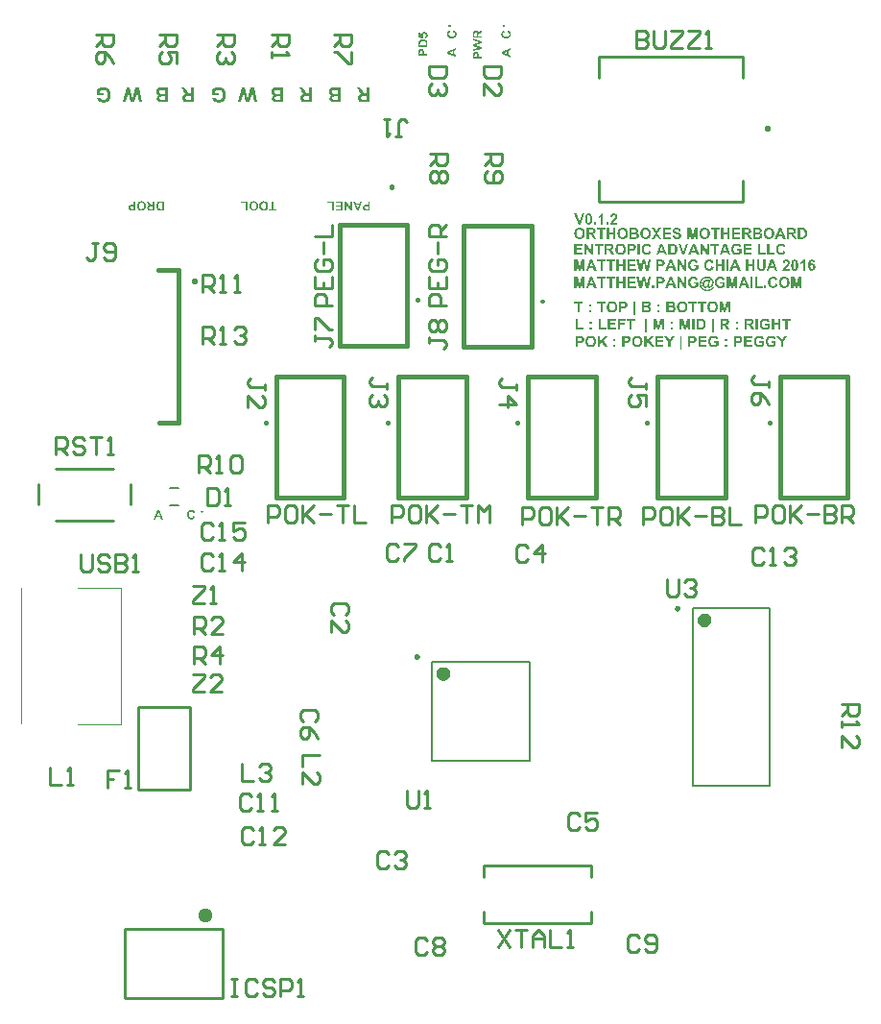
<source format=gto>
%FSDAX24Y24*%
%MOIN*%
%SFA1B1*%

%IPPOS*%
%ADD43C,0.023600*%
%ADD44C,0.009800*%
%ADD45C,0.003900*%
%ADD46C,0.010000*%
%ADD47C,0.007900*%
%ADD48C,0.015000*%
%ADD49C,0.039400*%
%LNmotherboard-1*%
%LPD*%
G36*
X033584Y035850D02*
X033507D01*
X033354Y036098*
Y035850*
X033283*
Y036228*
X033357*
X033513Y035974*
Y036228*
X033584*
Y035850*
G37*
G36*
X026286Y043445D02*
X026289D01*
X026292Y043444*
X026296*
X026304Y043443*
X026312Y043441*
X026320Y043438*
X026328Y043435*
X026329*
Y043434*
X026330*
X026331Y043432*
X026335Y043430*
X026340Y043427*
X026345Y043423*
X026350Y043419*
X026355Y043413*
X026360Y043407*
Y043406*
X026362Y043404*
X026364Y043401*
X026366Y043397*
X026368Y043392*
X026371Y043386*
X026373Y043380*
X026375Y043374*
Y043373*
Y043371*
Y043370*
X026376Y043367*
Y043364*
Y043361*
X026377Y043357*
X026378Y043352*
Y043347*
Y043342*
X026379Y043336*
Y043329*
Y043322*
Y043315*
Y043307*
Y043265*
X026500*
Y043200*
X026180*
Y043304*
Y043306*
Y043309*
Y043313*
Y043318*
Y043324*
Y043329*
Y043335*
X026181Y043349*
Y043355*
X026182Y043361*
Y043367*
X026183Y043372*
X026184Y043377*
X026185Y043380*
Y043381*
Y043382*
Y043383*
X026186Y043385*
X026187Y043387*
X026188Y043390*
X026191Y043396*
X026195Y043404*
X026201Y043411*
X026204Y043415*
X026208Y043419*
X026212Y043423*
X026216Y043427*
X026217*
X026219Y043428*
X026220Y043429*
X026223Y043431*
X026226Y043432*
X026229Y043434*
X026233Y043436*
X026237Y043438*
X026242Y043439*
X026247Y043441*
X026253Y043443*
X026258Y043444*
X026265Y043445*
X026272*
X026279*
X026283*
X026286*
G37*
G36*
X024499Y044124D02*
X024503Y044123D01*
X024507*
X024512Y044122*
X024516Y044121*
X024522Y044120*
X024527Y044119*
X024533Y044116*
X024539Y044114*
X024546Y044112*
X024551Y044109*
X024558Y044105*
X024564Y044101*
X024565Y044099*
X024567Y044098*
X024570Y044095*
X024573Y044092*
X024577Y044088*
X024581Y044084*
X024585Y044078*
X024589Y044072*
X024592Y044066*
X024596Y044059*
X024599Y044051*
X024602Y044043*
X024604Y044034*
X024606Y044024*
Y044014*
Y044012*
Y044010*
Y044007*
X024605Y044003*
Y043999*
X024604Y043994*
X024603Y043988*
X024600Y043977*
X024598Y043971*
X024596Y043965*
X024593Y043959*
X024590Y043953*
X024586Y043947*
X024582Y043942*
Y043941*
X024581*
X024580Y043939*
X024578Y043937*
X024575Y043935*
X024573Y043933*
X024569Y043930*
X024565Y043927*
X024561Y043924*
X024556Y043921*
X024551Y043919*
X024545Y043916*
X024539Y043913*
X024532Y043911*
X024525Y043910*
X024518Y043909*
X024512Y043970*
X024513*
X024514*
X024515*
X024519Y043971*
X024523Y043972*
X024529Y043975*
X024534Y043977*
X024540Y043981*
X024544Y043985*
X024545Y043986*
X024546Y043987*
X024548Y043990*
X024550Y043994*
X024553Y043998*
X024555Y044003*
X024556Y044009*
X024557Y044015*
Y044016*
Y044017*
X024556Y044018*
Y044022*
X024555Y044026*
X024553Y044031*
X024550Y044037*
X024546Y044042*
X024544Y044045*
X024541Y044047*
X024540Y044048*
X024539Y044049*
X024538Y044050*
X024536Y044051*
X024534Y044052*
X024532Y044053*
X024529Y044054*
X024526Y044055*
X024523Y044057*
X024519Y044058*
X024515Y044059*
X024510Y044060*
X024505*
X024499Y044061*
X024491*
X024489*
X024487*
X024484Y044060*
X024477Y044059*
X024470Y044058*
X024463Y044055*
X024456Y044052*
X024449Y044047*
X024447Y044045*
X024445Y044042*
X024442Y044038*
X024439Y044033*
X024437Y044027*
X024435Y044021*
X024434Y044017*
Y044013*
Y044012*
Y044011*
X024435Y044009*
Y044006*
X024436Y044004*
X024437Y043997*
X024440Y043990*
X024442Y043986*
X024444Y043982*
X024447Y043978*
X024450Y043974*
X024454Y043969*
X024458Y043966*
X024451Y043916*
X024284Y043948*
Y044110*
X024341*
Y043994*
X024396Y043984*
Y043985*
X024395Y043986*
X024394Y043987*
Y043989*
X024392Y043992*
X024391Y043997*
X024389Y044003*
X024387Y044010*
X024386Y044018*
Y044026*
Y044028*
Y044030*
Y044033*
X024387Y044036*
Y044040*
X024388Y044045*
X024389Y044050*
X024391Y044055*
X024393Y044061*
X024395Y044067*
X024398Y044072*
X024402Y044078*
X024406Y044084*
X024410Y044090*
X024415Y044095*
X024416Y044096*
X024417Y044097*
X024419Y044098*
X024421Y044100*
X024424Y044102*
X024427Y044104*
X024431Y044107*
X024436Y044110*
X024441Y044112*
X024447Y044115*
X024454Y044118*
X024461Y044120*
X024468Y044121*
X024476Y044123*
X024484Y044124*
X024493*
X024497*
X024499*
G37*
G36*
X036344Y036029D02*
Y036028D01*
Y036026*
Y036023*
Y036018*
Y036012*
X036343Y036006*
Y035999*
Y035991*
X036342Y035976*
X036341Y035960*
X036340Y035952*
X036339Y035945*
X036338Y035939*
X036337Y035933*
Y035932*
X036336Y035930*
Y035928*
X036335Y035926*
X036334Y035923*
X036332Y035916*
X036329Y035909*
X036325Y035901*
X036320Y035893*
X036314Y035885*
X036313Y035884*
X036311Y035882*
X036308Y035879*
X036303Y035874*
X036296Y035869*
X036289Y035864*
X036280Y035859*
X036270Y035855*
X036269*
Y035854*
X036267Y035853*
X036265*
X036262Y035852*
X036259Y035851*
X036255Y035850*
X036250Y035849*
X036245Y035848*
X036240Y035847*
X036234Y035846*
X036228Y035845*
X036221Y035844*
X036213Y035843*
X036205*
X036192*
X036188*
X036184*
X036179Y035844*
X036173*
X036167Y035845*
X036153Y035846*
X036140Y035848*
X036127Y035851*
X036121Y035853*
X036115Y035855*
X036114Y035856*
X036112Y035857*
X036111Y035858*
X036108Y035859*
X036105Y035860*
X036099Y035864*
X036092Y035869*
X036085Y035874*
X036078Y035881*
X036071Y035888*
X036070Y035889*
X036069Y035890*
Y035891*
X036066Y035895*
X036062Y035900*
X036059Y035907*
X036055Y035914*
X036052Y035922*
X036050Y035930*
X036049Y035932*
Y035933*
X036048Y035936*
Y035939*
X036047Y035943*
Y035948*
X036046Y035954*
X036045Y035960*
Y035968*
X036044Y035975*
Y035984*
X036043Y035993*
Y036003*
X036042Y036014*
Y036026*
Y036228*
X036119*
Y036023*
Y036021*
Y036019*
Y036015*
Y036011*
Y036007*
Y036002*
Y035997*
Y035986*
X036120Y035975*
Y035971*
Y035966*
X036121Y035963*
Y035959*
Y035957*
X036122Y035956*
X036123Y035951*
X036126Y035946*
X036129Y035940*
X036133Y035934*
X036138Y035928*
X036144Y035922*
X036145*
X036146Y035921*
X036148Y035920*
X036152Y035918*
X036158Y035915*
X036165Y035913*
X036173Y035910*
X036183Y035909*
X036195Y035908*
X036198*
X036200Y035909*
X036203*
X036206*
X036213Y035910*
X036221Y035912*
X036229Y035914*
X036237Y035917*
X036244Y035921*
X036245Y035922*
X036246Y035924*
X036249Y035927*
X036253Y035930*
X036256Y035935*
X036259Y035941*
X036262Y035947*
X036264Y035954*
Y035955*
Y035956*
Y035957*
X036265Y035960*
Y035962*
Y035966*
X036266Y035969*
Y035973*
Y035978*
X036267Y035984*
Y035989*
Y035996*
Y036003*
Y036010*
Y036019*
Y036228*
X036344*
Y036029*
G37*
G36*
X032271Y035850D02*
X032188D01*
X032114Y036133*
X032038Y035850*
X031955*
X031866Y036228*
X031944*
X032001Y035968*
X032070Y036228*
X032161*
X032227Y035964*
X032284Y036228*
X032361*
X032271Y035850*
G37*
G36*
X030064D02*
X029994D01*
Y036148*
X029919Y035850*
X029845*
X029771Y036148*
Y035850*
X029700*
Y036228*
X029814*
X029882Y035970*
X029950Y036228*
X030064*
Y035850*
G37*
G36*
X035964D02*
X035887D01*
Y036016*
X035737*
Y035850*
X035661*
Y036228*
X035737*
Y036080*
X035887*
Y036228*
X035964*
Y035850*
G37*
G36*
X034392Y036234D02*
X034397D01*
X034403Y036233*
X034410*
X034417Y036231*
X034426Y036229*
X034434Y036227*
X034443Y036224*
X034453Y036221*
X034462Y036217*
X034472Y036212*
X034481Y036207*
X034490Y036201*
X034498Y036193*
X034499*
Y036192*
X034501Y036191*
X034502Y036189*
X034505Y036186*
X034507Y036183*
X034510Y036180*
X034513Y036176*
X034516Y036171*
X034519Y036166*
X034522Y036160*
X034526Y036154*
X034529Y036147*
X034532Y036140*
X034535Y036132*
X034537Y036124*
X034462Y036106*
X034461Y036107*
Y036109*
Y036111*
X034460Y036113*
X034458Y036116*
X034456Y036123*
X034452Y036130*
X034447Y036138*
X034441Y036145*
X034433Y036152*
Y036153*
X034431Y036154*
X034430Y036155*
X034428Y036156*
X034425Y036158*
X034419Y036161*
X034411Y036164*
X034403Y036167*
X034393Y036169*
X034382*
X034378*
X034375*
X034371*
X034367Y036168*
X034363Y036167*
X034358Y036166*
X034352Y036164*
X034347Y036162*
X034341Y036160*
X034335Y036157*
X034329Y036153*
X034324Y036149*
X034318Y036144*
X034313Y036139*
X034312Y036138*
X034311Y036136*
X034309Y036133*
X034307Y036130*
X034305Y036126*
X034303Y036121*
X034301Y036115*
X034298Y036109*
X034296Y036102*
X034294Y036094*
X034292Y036085*
X034290Y036075*
X034289Y036065*
X034288Y036053*
X034287Y036041*
Y036040*
Y036038*
Y036034*
X034288Y036030*
Y036023*
X034289Y036017*
X034290Y036009*
X034291Y036001*
X034294Y035984*
X034296Y035976*
X034298Y035968*
X034301Y035959*
X034305Y035952*
X034308Y035945*
X034313Y035939*
X034314Y035938*
X034316Y035936*
X034317Y035934*
X034320Y035932*
X034323Y035930*
X034327Y035927*
X034331Y035924*
X034335Y035921*
X034341Y035918*
X034346Y035916*
X034352Y035914*
X034358Y035912*
X034365Y035910*
X034373Y035909*
X034380*
X034383*
X034385*
X034388*
X034391Y035910*
X034398Y035911*
X034406Y035914*
X034415Y035917*
X034424Y035922*
X034428Y035925*
X034432Y035928*
X034433*
Y035929*
X034434Y035930*
X034436Y035932*
X034438Y035934*
X034440Y035936*
X034442Y035939*
X034445Y035943*
X034447Y035947*
X034450Y035951*
X034452Y035956*
X034455Y035962*
X034458Y035968*
X034460Y035974*
X034462Y035982*
X034464Y035989*
X034538Y035966*
Y035965*
Y035963*
X034537Y035960*
X034535Y035956*
X034533Y035951*
X034531Y035945*
X034528Y035938*
X034525Y035931*
X034521Y035924*
X034517Y035916*
X034512Y035908*
X034507Y035901*
X034502Y035893*
X034495Y035886*
X034489Y035880*
X034481Y035873*
X034480Y035872*
X034477Y035870*
X034474Y035869*
X034470Y035866*
X034466Y035864*
X034461Y035861*
X034454Y035859*
X034447Y035856*
X034440Y035853*
X034431Y035850*
X034422Y035848*
X034413Y035846*
X034403Y035845*
X034392Y035844*
X034381Y035843*
X034378*
X034374Y035844*
X034368*
X034362Y035845*
X034355Y035846*
X034346Y035848*
X034337Y035850*
X034328Y035852*
X034317Y035856*
X034307Y035860*
X034297Y035865*
X034287Y035871*
X034276Y035878*
X034267Y035886*
X034257Y035895*
X034255Y035897*
X034253Y035900*
X034250Y035904*
X034246Y035909*
X034242Y035916*
X034237Y035923*
X034233Y035932*
X034228Y035941*
X034224Y035952*
X034220Y035963*
X034216Y035976*
X034213Y035989*
X034211Y036004*
X034209Y036019*
Y036035*
Y036036*
Y036037*
Y036038*
Y036039*
Y036042*
Y036044*
X034210Y036051*
Y036059*
X034211Y036068*
X034213Y036078*
X034215Y036089*
X034217Y036101*
X034221Y036113*
X034224Y036125*
X034229Y036137*
X034235Y036149*
X034241Y036161*
X034249Y036172*
X034257Y036182*
X034258Y036183*
X034260Y036185*
X034262Y036187*
X034266Y036190*
X034271Y036194*
X034277Y036199*
X034284Y036203*
X034292Y036208*
X034300Y036213*
X034310Y036218*
X034320Y036222*
X034332Y036226*
X034344Y036230*
X034357Y036233*
X034371Y036234*
X034385Y036235*
X034389*
X034392Y036234*
G37*
G36*
X033850D02*
X033857D01*
X033864Y036233*
X033871Y036232*
X033879Y036231*
X033888Y036229*
X033897Y036227*
X033906Y036225*
X033915Y036222*
X033924Y036219*
X033933Y036215*
X033941Y036210*
X033949Y036205*
X033950Y036204*
X033953Y036202*
X033955Y036200*
X033958Y036196*
X033962Y036193*
X033966Y036189*
X033970Y036184*
X033975Y036178*
X033979Y036172*
X033983Y036165*
X033987Y036158*
X033991Y036151*
X033995Y036142*
X033998Y036133*
X034000Y036123*
X033924Y036109*
Y036110*
X033923Y036112*
Y036114*
X033922Y036116*
X033921Y036119*
X033917Y036125*
X033913Y036132*
X033908Y036139*
X033902Y036146*
X033894Y036153*
X033893*
Y036154*
X033892Y036155*
X033890*
X033888Y036157*
X033885Y036158*
X033882Y036160*
X033879Y036161*
X033871Y036164*
X033861Y036167*
X033851Y036169*
X033839*
X033834*
X033831*
X033827*
X033822Y036168*
X033816Y036167*
X033810Y036165*
X033804Y036164*
X033798Y036162*
X033791Y036159*
X033784Y036156*
X033778Y036152*
X033771Y036148*
X033765Y036143*
X033759Y036137*
X033758Y036136*
X033757Y036134*
X033755Y036131*
X033752Y036128*
X033750Y036124*
X033748Y036119*
X033745Y036114*
X033742Y036107*
X033739Y036101*
X033737Y036093*
X033734Y036084*
X033733Y036075*
X033731Y036065*
X033730Y036055*
Y036043*
Y036042*
Y036040*
Y036037*
Y036032*
X033731Y036026*
X033732Y036020*
Y036013*
X033734Y036005*
X033735Y035997*
X033737Y035989*
X033740Y035980*
X033743Y035972*
X033746Y035964*
X033750Y035956*
X033754Y035948*
X033760Y035942*
Y035941*
X033761*
X033763Y035939*
X033765Y035937*
X033768Y035934*
X033772Y035931*
X033776Y035928*
X033781Y035925*
X033786Y035922*
X033792Y035919*
X033798Y035916*
X033805Y035914*
X033813Y035912*
X033821Y035910*
X033829Y035909*
X033838Y035908*
X033842*
X033844Y035909*
X033847*
X033853*
X033861Y035911*
X033868Y035912*
X033877Y035914*
X033886Y035918*
X033887*
X033889*
X033890Y035919*
X033895Y035921*
X033900Y035924*
X033907Y035927*
X033914Y035931*
X033921Y035935*
X033928Y035940*
Y035989*
X033841*
Y036053*
X034005*
Y035901*
X034004Y035900*
X034003Y035899*
X034000Y035898*
X033998Y035896*
X033995Y035893*
X033991Y035891*
X033987Y035888*
X033982Y035884*
X033978Y035881*
X033972Y035878*
X033965Y035875*
X033959Y035871*
X033951Y035868*
X033944Y035864*
X033935Y035861*
X033933Y035860*
X033931Y035859*
X033928Y035858*
X033923Y035857*
X033918Y035855*
X033913Y035854*
X033907Y035852*
X033900Y035850*
X033893Y035849*
X033885Y035847*
X033877Y035846*
X033860Y035844*
X033852Y035843*
X033843*
X033837*
X033833*
X033828Y035844*
X033822*
X033815Y035845*
X033808Y035846*
X033800Y035848*
X033792Y035849*
X033783Y035851*
X033774Y035853*
X033765Y035856*
X033757Y035859*
X033748Y035863*
X033739Y035868*
X033737Y035869*
X033735Y035870*
X033732Y035872*
X033729Y035875*
X033724Y035878*
X033720Y035882*
X033715Y035886*
X033709Y035891*
X033704Y035896*
X033698Y035902*
X033693Y035908*
X033688Y035915*
X033682Y035923*
X033678Y035930*
X033673Y035939*
X033672Y035941*
X033671Y035943*
X033670Y035947*
X033668Y035951*
X033666Y035957*
X033664Y035962*
X033662Y035969*
X033660Y035976*
X033658Y035984*
X033656Y035992*
X033654Y036001*
X033653Y036010*
X033652Y036020*
Y036030*
X033651Y036040*
Y036041*
Y036042*
Y036046*
X033652Y036050*
Y036055*
Y036061*
X033653Y036068*
X033654Y036075*
X033656Y036083*
X033657Y036091*
X033659Y036100*
X033661Y036109*
X033664Y036118*
X033668Y036127*
X033671Y036136*
X033676Y036145*
X033677Y036147*
X033678Y036149*
X033680Y036153*
X033683Y036156*
X033686Y036161*
X033690Y036166*
X033694Y036171*
X033699Y036177*
X033704Y036183*
X033710Y036188*
X033717Y036194*
X033724Y036200*
X033732Y036205*
X033740Y036211*
X033748Y036216*
X033749*
X033750Y036217*
X033752*
X033755Y036219*
X033759Y036220*
X033763Y036222*
X033768Y036224*
X033773Y036225*
X033779Y036227*
X033786Y036228*
X033794Y036230*
X033802Y036232*
X033811Y036233*
X033820Y036234*
X033829Y036235*
X033846*
X033850Y036234*
G37*
G36*
X024453Y043866D02*
X024457D01*
X024462*
X024466Y043865*
X024477Y043864*
X024489Y043862*
X024500Y043860*
X024511Y043857*
X024512*
X024513Y043856*
X024515Y043855*
X024517*
X024520Y043853*
X024523Y043852*
X024527Y043850*
X024531Y043848*
X024540Y043843*
X024550Y043837*
X024559Y043830*
X024568Y043822*
X024569Y043821*
X024571Y043819*
X024572Y043817*
X024574Y043816*
X024575Y043813*
X024577Y043810*
X024581Y043804*
X024585Y043796*
X024590Y043787*
X024593Y043777*
X024594Y043776*
Y043775*
Y043773*
X024595Y043771*
Y043768*
X024596Y043765*
X024597Y043762*
Y043758*
X024598Y043754*
X024599Y043749*
Y043744*
Y043739*
X024600Y043733*
Y043726*
Y043720*
Y043598*
X024280*
Y043716*
Y043717*
Y043718*
Y043720*
Y043723*
Y043726*
Y043730*
Y043734*
Y043739*
X024281Y043749*
X024282Y043759*
X024284Y043768*
X024285Y043773*
X024286Y043777*
Y043779*
X024287Y043780*
X024288Y043782*
Y043784*
X024290Y043787*
X024293Y043794*
X024297Y043801*
X024302Y043809*
X024308Y043817*
X024315Y043825*
X024316Y043826*
X024318Y043827*
X024319Y043829*
X024321Y043830*
X024324Y043832*
X024327Y043834*
X024330Y043837*
X024334Y043839*
X024337Y043842*
X024346Y043847*
X024356Y043852*
X024368Y043856*
X024369*
X024371Y043857*
X024373Y043858*
X024376*
X024380Y043859*
X024384Y043860*
X024388Y043861*
X024394Y043862*
X024399Y043863*
X024406Y043864*
X024412Y043865*
X024420Y043866*
X024427*
X024435Y043867*
X024450*
X024453Y043866*
G37*
G36*
X031471Y035850D02*
X031395D01*
Y036016*
X031244*
Y035850*
X031168*
Y036228*
X031244*
Y036080*
X031395*
Y036228*
X031471*
Y035850*
G37*
G36*
X034907D02*
X034830D01*
Y036016*
X034680*
Y035850*
X034604*
Y036228*
X034680*
Y036080*
X034830*
Y036228*
X034907*
Y035850*
G37*
G36*
X031830Y036164D02*
X031626D01*
Y036081*
X031816*
Y036017*
X031626*
Y035914*
X031838*
Y035850*
X031550*
Y036228*
X031830*
Y036164*
G37*
G36*
X032694Y036228D02*
X032701D01*
X032708*
X032724Y036227*
X032731Y036226*
X032739*
X032745*
X032752Y036225*
X032757Y036224*
X032761Y036223*
X032762*
X032763Y036222*
X032765*
X032767Y036221*
X032770Y036220*
X032773Y036219*
X032780Y036215*
X032789Y036210*
X032798Y036203*
X032803Y036199*
X032807Y036195*
X032812Y036191*
X032816Y036185*
X032817Y036184*
X032818Y036183*
X032819Y036180*
X032821Y036178*
X032823Y036174*
X032825Y036170*
X032827Y036166*
X032829Y036160*
X032831Y036155*
X032833Y036149*
X032835Y036142*
X032836Y036135*
X032837Y036128*
X032838Y036120*
Y036112*
Y036111*
Y036110*
Y036108*
Y036106*
Y036103*
X032837Y036099*
Y036096*
X032836Y036091*
X032835Y036082*
X032833Y036072*
X032830Y036062*
X032825Y036053*
Y036052*
X032824Y036051*
X032823Y036049*
X032821Y036045*
X032817Y036039*
X032812Y036034*
X032807Y036028*
X032800Y036021*
X032793Y036016*
X032792Y036015*
X032790Y036014*
X032786Y036011*
X032781Y036008*
X032775Y036005*
X032768Y036003*
X032761Y036000*
X032754Y035998*
X032753*
X032752*
X032751*
X032749Y035997*
X032746*
X032742Y035996*
X032738*
X032734*
X032728Y035995*
X032722Y035994*
X032716*
X032709Y035993*
X032701*
X032693*
X032684*
X032625*
Y035850*
X032548*
Y036228*
X032688*
X032694*
G37*
G36*
X033242Y035850D02*
X033159D01*
X033126Y035936*
X032975*
X032943Y035850*
X032862*
X033010Y036228*
X033091*
X033242Y035850*
G37*
G36*
X030483D02*
X030399D01*
X030366Y035936*
X030215*
X030183Y035850*
X030103*
X030250Y036228*
X030331*
X030483Y035850*
G37*
G36*
X030796Y036164D02*
X030685D01*
Y035850*
X030609*
Y036164*
X030496*
Y036228*
X030796*
Y036164*
G37*
G36*
X031119D02*
X031007D01*
Y035850*
X030931*
Y036164*
X030819*
Y036228*
X031119*
Y036164*
G37*
G36*
X037071Y036229D02*
X037075D01*
X037081Y036228*
X037087Y036227*
X037094Y036226*
X037101Y036224*
X037107Y036222*
X037115Y036220*
X037122Y036217*
X037129Y036213*
X037136Y036209*
X037143Y036205*
X037149Y036199*
X037150*
X037151Y036198*
X037152Y036196*
X037154Y036194*
X037157Y036191*
X037160Y036187*
X037162Y036183*
X037166Y036178*
X037169Y036173*
X037171Y036168*
X037174Y036162*
X037177Y036155*
X037179Y036148*
X037180Y036140*
X037181Y036132*
X037182Y036124*
Y036123*
Y036122*
Y036120*
X037181Y036118*
Y036115*
X037180Y036109*
X037179Y036101*
X037178Y036093*
X037176Y036084*
X037172Y036075*
X037171Y036073*
Y036071*
X037169Y036069*
X037168Y036067*
X037165Y036061*
X037161Y036054*
X037156Y036046*
X037150Y036037*
X037143Y036027*
X037142Y036026*
X037141Y036024*
X037137Y036020*
X037132Y036015*
X037129Y036012*
X037126Y036008*
X037122Y036004*
X037118Y036000*
X037113Y035995*
X037107Y035990*
X037102Y035984*
X037096Y035979*
X037095Y035978*
X037094*
X037092Y035976*
X037090Y035974*
X037087Y035971*
X037084Y035968*
X037077Y035962*
X037070Y035955*
X037063Y035948*
X037060Y035945*
X037057Y035942*
X037054Y035939*
X037052Y035937*
X037050Y035935*
X037049Y035933*
X037047Y035931*
X037045Y035927*
X037042Y035924*
X037037Y035917*
X037182*
Y035850*
X036927*
X036928Y035852*
Y035854*
Y035857*
X036929Y035860*
X036930Y035864*
X036931Y035868*
X036932Y035873*
X036935Y035884*
X036940Y035897*
X036945Y035909*
X036952Y035922*
Y035923*
X036953Y035924*
X036955Y035926*
X036956Y035928*
X036959Y035932*
X036962Y035936*
X036966Y035941*
X036970Y035946*
X036975Y035952*
X036981Y035959*
X036988Y035967*
X036995Y035975*
X037003Y035983*
X037013Y035993*
X037023Y036003*
X037034Y036013*
X037036Y036015*
X037038Y036017*
X037041Y036020*
X037046Y036024*
X037050Y036028*
X037055Y036033*
X037060Y036038*
X037070Y036048*
X037080Y036058*
X037084Y036063*
X037088Y036067*
X037091Y036071*
X037094Y036075*
X037095*
Y036077*
X037096Y036078*
X037099Y036083*
X037102Y036089*
X037104Y036095*
X037107Y036103*
X037108Y036111*
X037109Y036119*
Y036120*
Y036121*
Y036123*
X037108Y036127*
X037107Y036133*
X037106Y036139*
X037104Y036145*
X037101Y036151*
X037096Y036156*
Y036157*
X037094Y036158*
X037091Y036160*
X037087Y036163*
X037081Y036165*
X037075Y036167*
X037068Y036169*
X037060*
X037056*
X037052*
X037047Y036168*
X037041Y036166*
X037035Y036164*
X037029Y036160*
X037023Y036155*
X037021Y036153*
X037019Y036150*
X037016Y036145*
X037014Y036139*
X037012Y036131*
X037009Y036121*
Y036116*
X037008Y036110*
X036936Y036117*
Y036118*
X036937Y036120*
Y036123*
X036938Y036127*
X036939Y036132*
X036940Y036138*
X036941Y036144*
X036943Y036151*
X036946Y036158*
X036949Y036164*
X036952Y036172*
X036956Y036179*
X036960Y036186*
X036965Y036192*
X036970Y036198*
X036976Y036203*
X036977Y036204*
X036978Y036205*
X036980Y036206*
X036982Y036208*
X036986Y036210*
X036990Y036212*
X036994Y036214*
X037000Y036217*
X037006Y036219*
X037012Y036221*
X037019Y036224*
X037027Y036226*
X037034Y036227*
X037043Y036228*
X037052Y036229*
X037062Y036230*
X037067*
X037071Y036229*
G37*
G36*
X037710Y035850D02*
X037638D01*
Y036123*
X037637Y036122*
X037636Y036121*
X037634Y036119*
X037631Y036116*
X037627Y036114*
X037622Y036110*
X037617Y036106*
X037611Y036102*
X037604Y036097*
X037597Y036093*
X037590Y036088*
X037581Y036084*
X037573Y036079*
X037563Y036075*
X037554Y036071*
X037544Y036068*
Y036134*
X037545*
X037547Y036135*
X037549*
X037552Y036137*
X037555Y036138*
X037558Y036139*
X037563Y036142*
X037572Y036146*
X037582Y036152*
X037593Y036160*
X037606Y036169*
X037607Y036170*
X037609Y036171*
X037611Y036173*
X037614Y036176*
X037617Y036179*
X037620Y036182*
X037624Y036186*
X037631Y036195*
X037639Y036205*
X037646Y036217*
X037649Y036223*
X037651Y036230*
X037710*
Y035850*
G37*
G36*
X026500Y043810D02*
Y043740D01*
X026261Y043677*
X026500Y043613*
Y043543*
X026180Y043467*
Y043533*
X026400Y043581*
X026180Y043640*
Y043717*
X026404Y043773*
X026180Y043821*
Y043887*
X026500Y043810*
G37*
G36*
X035060Y035850D02*
X034983D01*
Y036228*
X035060*
Y035850*
G37*
G36*
X035474D02*
X035391D01*
X035358Y035936*
X035206*
X035175Y035850*
X035094*
X035241Y036228*
X035322*
X035474Y035850*
G37*
G36*
X036766D02*
X036683D01*
X036649Y035936*
X036498*
X036467Y035850*
X036386*
X036533Y036228*
X036614*
X036766Y035850*
G37*
G36*
X032271Y035250D02*
X032188D01*
X032114Y035533*
X032038Y035250*
X031955*
X031866Y035628*
X031944*
X032001Y035368*
X032070Y035628*
X032161*
X032227Y035364*
X032284Y035628*
X032361*
X032271Y035250*
G37*
G36*
X030064D02*
X029994D01*
Y035548*
X029919Y035250*
X029845*
X029771Y035548*
Y035250*
X029700*
Y035628*
X029814*
X029882Y035370*
X029950Y035628*
X030064*
Y035250*
G37*
G36*
X035366D02*
X035295D01*
Y035548*
X035220Y035250*
X035146*
X035072Y035548*
Y035250*
X035001*
Y035628*
X035116*
X035184Y035370*
X035251Y035628*
X035366*
Y035250*
G37*
G36*
X036365D02*
X036293D01*
Y035323*
X036365*
Y035250*
G37*
G36*
X034328Y035635D02*
X034334D01*
X034340Y035634*
X034348Y035633*
X034356Y035632*
X034365Y035631*
X034374Y035629*
X034383Y035627*
X034393Y035625*
X034403Y035622*
X034413Y035618*
X034423Y035614*
X034433Y035610*
X034435Y035609*
X034438Y035608*
X034441Y035605*
X034445Y035603*
X034450Y035599*
X034456Y035596*
X034461Y035592*
X034467Y035587*
X034474Y035581*
X034480Y035575*
X034487Y035569*
X034493Y035562*
X034499Y035554*
X034505Y035546*
X034510Y035538*
X034511Y035537*
Y035536*
X034513Y035533*
X034514Y035530*
X034516Y035526*
X034519Y035520*
X034521Y035514*
X034524Y035508*
X034526Y035501*
X034529Y035493*
X034531Y035484*
X034533Y035475*
X034535Y035466*
X034536Y035456*
X034537Y035446*
Y035436*
Y035435*
Y035433*
Y035430*
X034536Y035425*
Y035419*
X034535Y035412*
X034534Y035405*
X034532Y035396*
X034530Y035387*
X034527Y035378*
X034524Y035368*
X034520Y035358*
X034515Y035348*
X034510Y035337*
X034504Y035327*
X034497Y035317*
X034496Y035316*
X034494Y035314*
X034491Y035311*
X034488Y035307*
X034482Y035301*
X034476Y035296*
X034469Y035290*
X034461Y035284*
X034452Y035277*
X034442Y035271*
X034432Y035266*
X034420Y035261*
X034408Y035256*
X034395Y035253*
X034381Y035251*
X034366Y035250*
X034363*
X034359*
X034354Y035251*
X034349Y035252*
X034344Y035253*
X034338Y035255*
X034334Y035257*
X034333Y035258*
X034332Y035259*
X034330Y035261*
X034328Y035263*
X034326Y035266*
X034323Y035270*
X034321Y035274*
X034319Y035279*
X034318Y035278*
X034317Y035276*
X034314Y035275*
X034311Y035273*
X034308Y035270*
X034304Y035267*
X034299Y035265*
X034294Y035262*
X034289Y035259*
X034283Y035257*
X034277Y035255*
X034270Y035253*
X034264Y035251*
X034256Y035250*
X034249*
X034247*
X034245*
X034242*
X034238Y035251*
X034234Y035252*
X034229*
X034224Y035254*
X034219Y035255*
X034213Y035257*
X034207Y035259*
X034201Y035262*
X034195Y035266*
X034189Y035270*
X034183Y035274*
X034178Y035280*
X034177Y035281*
X034176Y035282*
X034174Y035285*
X034171Y035288*
X034169Y035291*
X034167Y035296*
X034164Y035300*
X034161Y035306*
X034159Y035312*
X034156Y035318*
X034154Y035325*
X034152Y035332*
X034151Y035341*
X034150Y035349*
Y035358*
Y035359*
Y035361*
Y035364*
Y035368*
X034151Y035373*
Y035380*
X034153Y035387*
X034154Y035394*
X034156Y035403*
X034158Y035412*
X034161Y035421*
X034164Y035430*
X034168Y035440*
X034173Y035449*
X034178Y035459*
X034184Y035469*
X034186Y035471*
X034188Y035474*
X034191Y035478*
X034195Y035483*
X034200Y035488*
X034206Y035494*
X034212Y035499*
X034220Y035505*
X034228Y035510*
X034237Y035515*
X034246Y035520*
X034256Y035524*
X034267Y035527*
X034278Y035529*
X034290Y035530*
X034292*
X034294Y035529*
X034297*
X034301Y035528*
X034306*
X034310Y035527*
X034315Y035525*
X034321Y035523*
X034326Y035521*
X034332Y035518*
X034338Y035515*
X034343Y035511*
X034349Y035506*
X034353Y035501*
X034358Y035494*
X034364Y035523*
X034432*
X034393Y035338*
Y035337*
Y035335*
X034392Y035332*
Y035329*
X034391Y035325*
X034390Y035321*
Y035318*
Y035315*
Y035314*
Y035312*
X034391Y035308*
X034393Y035305*
X034395Y035304*
X034397Y035303*
X034400Y035302*
X034402Y035303*
X034405*
X034408Y035305*
X034413Y035306*
X034419Y035309*
X034425Y035312*
X034432Y035317*
Y035318*
X034433*
X034434Y035319*
X034436Y035321*
X034438Y035323*
X034441Y035325*
X034447Y035331*
X034454Y035339*
X034461Y035348*
X034468Y035358*
X034474Y035370*
X034475Y035371*
X034476Y035373*
X034477Y035375*
X034478Y035378*
X034480Y035382*
X034481Y035386*
X034483Y035391*
X034484Y035396*
X034486Y035401*
X034488Y035413*
X034490Y035425*
X034491Y035439*
Y035441*
X034490Y035445*
Y035449*
Y035455*
X034488Y035461*
X034487Y035468*
X034485Y035476*
X034483Y035484*
X034479Y035492*
X034476Y035501*
X034471Y035510*
X034466Y035519*
X034460Y035528*
X034453Y035537*
X034445Y035545*
X034444*
X034442Y035547*
X034440Y035549*
X034436Y035551*
X034431Y035555*
X034426Y035558*
X034419Y035562*
X034411Y035567*
X034403Y035570*
X034393Y035574*
X034383Y035578*
X034371Y035581*
X034359Y035584*
X034345Y035586*
X034331Y035587*
X034316Y035588*
X034309*
X034304Y035587*
X034299*
X034292Y035586*
X034284Y035585*
X034275Y035584*
X034266Y035583*
X034256Y035581*
X034246Y035578*
X034237Y035576*
X034226Y035572*
X034217Y035569*
X034207Y035564*
X034197Y035559*
X034195Y035558*
X034193Y035556*
X034190Y035554*
X034185Y035551*
X034181Y035547*
X034176Y035543*
X034170Y035538*
X034164Y035533*
X034158Y035527*
X034152Y035520*
X034146Y035513*
X034140Y035505*
X034135Y035497*
X034129Y035488*
X034124Y035478*
X034123Y035476*
X034122Y035473*
X034121Y035469*
X034119Y035465*
X034117Y035459*
X034114Y035453*
X034112Y035446*
X034110Y035438*
X034107Y035429*
X034105Y035421*
X034103Y035411*
X034102Y035401*
X034101Y035391*
X034100Y035381*
Y035371*
Y035370*
Y035368*
Y035365*
Y035362*
X034101Y035357*
Y035351*
X034102Y035345*
X034103Y035338*
X034105Y035330*
X034106Y035323*
X034109Y035314*
X034111Y035306*
X034114Y035297*
X034118Y035289*
X034122Y035280*
X034127Y035271*
X034128*
Y035269*
X034130Y035267*
X034132Y035264*
X034135Y035260*
X034139Y035256*
X034142Y035252*
X034147Y035247*
X034152Y035241*
X034158Y035236*
X034164Y035231*
X034171Y035225*
X034179Y035220*
X034187Y035215*
X034195Y035211*
X034204Y035207*
X034205Y035206*
X034207*
X034209Y035204*
X034213Y035203*
X034218Y035202*
X034224Y035200*
X034230Y035198*
X034237Y035196*
X034245Y035194*
X034254Y035192*
X034263Y035191*
X034273Y035189*
X034284Y035188*
X034295Y035186*
X034306*
X034318*
X034324*
X034328*
X034334*
X034340*
X034347Y035187*
X034355Y035188*
X034363Y035189*
X034371Y035190*
X034389Y035193*
X034407Y035198*
X034415Y035200*
X034424Y035203*
Y035204*
X034426*
X034429Y035205*
X034431Y035207*
X034435Y035208*
X034440Y035211*
X034445Y035213*
X034450Y035216*
X034461Y035223*
X034473Y035232*
X034485Y035243*
X034490Y035249*
X034496Y035255*
X034551*
X034550*
X034549Y035252*
X034548Y035250*
X034546Y035246*
X034543Y035242*
X034540Y035237*
X034536Y035231*
X034531Y035225*
X034526Y035218*
X034520Y035212*
X034513Y035205*
X034506Y035198*
X034499Y035191*
X034490Y035185*
X034481Y035178*
X034471Y035173*
X034470Y035172*
X034468Y035171*
X034465Y035169*
X034460Y035167*
X034454Y035165*
X034447Y035161*
X034439Y035159*
X034430Y035155*
X034419Y035152*
X034408Y035149*
X034396Y035146*
X034383Y035143*
X034368Y035141*
X034353Y035140*
X034338Y035138*
X034322*
X034314*
X034308*
X034300Y035139*
X034292Y035140*
X034282Y035141*
X034272Y035142*
X034260Y035143*
X034249Y035145*
X034236Y035148*
X034224Y035150*
X034211Y035154*
X034199Y035158*
X034187Y035162*
X034175Y035167*
X034174Y035168*
X034172*
X034169Y035170*
X034164Y035173*
X034160Y035175*
X034153Y035179*
X034147Y035184*
X034140Y035189*
X034133Y035194*
X034125Y035200*
X034117Y035207*
X034110Y035215*
X034102Y035223*
X034095Y035232*
X034089Y035242*
X034082Y035252*
Y035253*
X034081Y035255*
X034080Y035258*
X034078Y035262*
X034076Y035267*
X034073Y035273*
X034070Y035280*
X034068Y035289*
X034065Y035297*
X034062Y035307*
X034060Y035317*
X034057Y035327*
X034055Y035339*
X034054Y035350*
X034053Y035362*
Y035374*
Y035375*
Y035378*
Y035381*
Y035387*
X034054Y035393*
Y035400*
X034055Y035409*
X034057Y035419*
X034059Y035428*
X034061Y035439*
X034064Y035450*
X034067Y035462*
X034071Y035474*
X034076Y035486*
X034080Y035498*
X034087Y035510*
X034088Y035512*
X034090Y035516*
X034093Y035520*
X034096Y035525*
X034101Y035531*
X034105Y035538*
X034111Y035545*
X034118Y035553*
X034125Y035560*
X034133Y035568*
X034141Y035576*
X034150Y035583*
X034160Y035591*
X034170Y035598*
X034180Y035604*
X034181*
X034183Y035605*
X034187Y035607*
X034191Y035609*
X034197Y035611*
X034203Y035614*
X034211Y035617*
X034220Y035620*
X034230Y035623*
X034240Y035626*
X034251Y035628*
X034263Y035630*
X034276Y035633*
X034289Y035634*
X034303Y035635*
X034317*
X034324*
X034328*
G37*
G36*
X024386Y043545D02*
X024389D01*
X024392Y043544*
X024396*
X024404Y043543*
X024412Y043541*
X024420Y043538*
X024428Y043535*
X024429*
Y043534*
X024430*
X024431Y043532*
X024435Y043530*
X024440Y043527*
X024445Y043523*
X024450Y043519*
X024455Y043513*
X024460Y043507*
Y043506*
X024462Y043504*
X024464Y043501*
X024466Y043497*
X024468Y043492*
X024471Y043486*
X024473Y043480*
X024475Y043474*
Y043473*
Y043471*
Y043470*
X024476Y043467*
Y043464*
Y043461*
X024477Y043457*
X024478Y043452*
Y043447*
Y043442*
X024479Y043436*
Y043429*
Y043422*
Y043415*
Y043407*
Y043365*
X024600*
Y043300*
X024280*
Y043404*
Y043406*
Y043409*
Y043413*
Y043418*
Y043424*
Y043429*
Y043435*
X024281Y043449*
Y043455*
X024282Y043461*
Y043467*
X024283Y043472*
X024284Y043477*
X024285Y043480*
Y043481*
Y043482*
Y043483*
X024286Y043485*
X024287Y043487*
X024288Y043490*
X024291Y043496*
X024295Y043504*
X024301Y043511*
X024304Y043515*
X024308Y043519*
X024312Y043523*
X024316Y043527*
X024317*
X024319Y043528*
X024320Y043529*
X024323Y043531*
X024326Y043532*
X024329Y043534*
X024333Y043536*
X024337Y043538*
X024342Y043539*
X024347Y043541*
X024353Y043543*
X024358Y043544*
X024365Y043545*
X024372*
X024379*
X024383*
X024386*
G37*
G36*
X027394Y044178D02*
X027397Y044177D01*
X027400Y044176*
X027405Y044174*
X027410Y044172*
X027415Y044170*
X027421Y044167*
X027428Y044164*
X027434Y044160*
X027441Y044156*
X027447Y044152*
X027454Y044147*
X027459Y044142*
X027465Y044136*
X027470Y044130*
X027471*
Y044129*
X027473Y044127*
X027474Y044124*
X027476Y044121*
X027478Y044117*
X027481Y044113*
X027483Y044107*
X027485Y044101*
X027488Y044095*
X027490Y044088*
X027492Y044080*
X027493Y044072*
X027495Y044064*
Y044055*
X027496Y044045*
Y044044*
Y044042*
X027495Y044039*
Y044034*
X027494Y044029*
X027493Y044023*
X027492Y044016*
X027490Y044008*
X027488Y044000*
X027485Y043991*
X027481Y043983*
X027477Y043974*
X027472Y043965*
X027466Y043957*
X027460Y043948*
X027452Y043940*
X027450Y043939*
X027448Y043937*
X027444Y043934*
X027440Y043931*
X027434Y043928*
X027428Y043924*
X027421Y043920*
X027413Y043916*
X027404Y043912*
X027394Y043909*
X027383Y043906*
X027372Y043903*
X027360Y043901*
X027347Y043900*
X027333Y043899*
X027328*
X027326Y043900*
X027320*
X027313Y043901*
X027305Y043902*
X027297Y043903*
X027288Y043905*
X027278Y043907*
X027268Y043910*
X027257Y043913*
X027247Y043917*
X027237Y043921*
X027227Y043927*
X027218Y043933*
X027209Y043940*
Y043941*
X027207Y043942*
X027205Y043945*
X027202Y043948*
X027199Y043952*
X027195Y043957*
X027191Y043963*
X027187Y043970*
X027183Y043977*
X027178Y043985*
X027175Y043994*
X027171Y044004*
X027169Y044014*
X027166Y044025*
X027165Y044037*
Y044049*
Y044050*
Y044052*
Y044055*
Y044059*
X027166Y044064*
Y044069*
X027167Y044076*
X027169Y044083*
X027171Y044090*
X027173Y044098*
X027176Y044106*
X027179Y044114*
X027183Y044122*
X027188Y044130*
X027193Y044137*
X027200Y044144*
Y044145*
X027201*
X027202Y044147*
X027203Y044148*
X027205Y044150*
X027208Y044152*
X027211Y044154*
X027214Y044157*
X027219Y044159*
X027223Y044162*
X027228Y044165*
X027233Y044168*
X027239Y044170*
X027245Y044173*
X027251Y044175*
X027258Y044177*
X027273Y044114*
X027272Y044113*
X027271*
X027269*
X027267Y044112*
X027265Y044111*
X027259Y044108*
X027253Y044105*
X027246Y044101*
X027240Y044096*
X027234Y044090*
Y044089*
X027233Y044088*
X027232Y044086*
X027231Y044085*
X027230Y044083*
X027227Y044077*
X027224Y044071*
X027222Y044064*
X027220Y044055*
Y044046*
Y044044*
Y044042*
Y044040*
Y044037*
X027221Y044033*
X027222Y044030*
X027223Y044025*
X027224Y044021*
X027226Y044016*
X027228Y044011*
X027230Y044006*
X027234Y044001*
X027237Y043997*
X027241Y043992*
X027245Y043988*
X027246*
Y043987*
X027248Y043986*
X027250Y043984*
X027253Y043983*
X027256Y043981*
X027261Y043979*
X027265Y043977*
X027271Y043975*
X027277Y043973*
X027284Y043971*
X027291Y043970*
X027299Y043968*
X027308Y043967*
X027318Y043966*
X027328*
X027334*
X027338*
X027343Y043967*
X027349*
X027355Y043968*
X027362Y043969*
X027376Y043971*
X027383Y043973*
X027390Y043975*
X027397Y043978*
X027404Y043981*
X027410Y043984*
X027415Y043988*
X027416Y043989*
X027417Y043990*
X027419Y043991*
X027421Y043994*
X027423Y043996*
X027425Y043999*
X027428Y044003*
X027430Y044007*
X027432Y044011*
X027434Y044016*
X027436Y044021*
X027438Y044026*
X027439Y044032*
X027440Y044038*
Y044044*
Y044045*
Y044046*
Y044047*
Y044049*
Y044051*
X027439Y044054*
X027438Y044060*
X027436Y044067*
X027433Y044074*
X027429Y044081*
X027427Y044085*
X027424Y044089*
X027423*
X027422Y044090*
X027421Y044092*
X027419Y044093*
X027417Y044095*
X027414Y044097*
X027412Y044099*
X027408Y044101*
X027404Y044103*
X027400Y044106*
X027395Y044108*
X027390Y044110*
X027385Y044112*
X027379Y044114*
X027372Y044116*
X027392Y044178*
X027394*
G37*
G36*
X031471Y035250D02*
X031395D01*
Y035416*
X031244*
Y035250*
X031168*
Y035628*
X031244*
Y035480*
X031395*
Y035628*
X031471*
Y035250*
G37*
G36*
X036610Y035634D02*
X036615D01*
X036621Y035633*
X036628*
X036636Y035631*
X036644Y035629*
X036652Y035627*
X036661Y035624*
X036671Y035621*
X036680Y035617*
X036690Y035612*
X036699Y035607*
X036708Y035601*
X036716Y035593*
X036717*
X036718Y035592*
X036719Y035591*
X036720Y035589*
X036723Y035586*
X036725Y035583*
X036728Y035580*
X036731Y035576*
X036734Y035571*
X036737Y035566*
X036741Y035560*
X036744Y035554*
X036747Y035547*
X036750Y035540*
X036753Y035532*
X036755Y035524*
X036680Y035506*
X036679Y035507*
Y035509*
Y035511*
X036678Y035513*
X036677Y035516*
X036674Y035523*
X036670Y035530*
X036665Y035538*
X036659Y035545*
X036652Y035552*
X036651Y035553*
X036649Y035554*
X036648Y035555*
X036646Y035556*
X036643Y035557*
X036637Y035561*
X036629Y035564*
X036621Y035567*
X036611Y035569*
X036600*
X036596*
X036593*
X036589*
X036585Y035568*
X036581Y035567*
X036576Y035566*
X036570Y035564*
X036565Y035562*
X036559Y035560*
X036553Y035557*
X036547Y035553*
X036542Y035549*
X036536Y035544*
X036531Y035539*
X036530Y035538*
X036529Y035536*
X036527Y035533*
X036525Y035530*
X036523Y035526*
X036521Y035521*
X036519Y035515*
X036516Y035509*
X036514Y035502*
X036512Y035494*
X036510Y035485*
X036508Y035475*
X036507Y035465*
X036506Y035453*
Y035441*
Y035440*
Y035438*
Y035434*
Y035430*
Y035423*
X036507Y035417*
X036508Y035409*
X036509Y035401*
X036512Y035384*
X036514Y035376*
X036516Y035368*
X036519Y035359*
X036523Y035352*
X036527Y035345*
X036531Y035339*
X036532Y035338*
X036534Y035336*
X036536Y035334*
X036538Y035332*
X036541Y035330*
X036545Y035327*
X036549Y035324*
X036554Y035321*
X036559Y035318*
X036564Y035316*
X036570Y035314*
X036577Y035312*
X036583Y035310*
X036591Y035309*
X036598*
X036601*
X036603*
X036606*
X036609Y035310*
X036616Y035311*
X036624Y035314*
X036633Y035317*
X036642Y035322*
X036646Y035325*
X036650Y035328*
X036651*
Y035329*
X036652Y035330*
X036654Y035332*
X036656Y035334*
X036658Y035336*
X036660Y035339*
X036663Y035343*
X036665Y035347*
X036668Y035351*
X036670Y035356*
X036673Y035362*
X036676Y035368*
X036678Y035374*
X036680Y035382*
X036682Y035389*
X036757Y035366*
Y035365*
X036756Y035363*
X036755Y035360*
X036753Y035356*
X036751Y035351*
X036749Y035345*
X036746Y035338*
X036743Y035331*
X036739Y035324*
X036735Y035316*
X036730Y035308*
X036725Y035301*
X036720Y035293*
X036713Y035286*
X036707Y035280*
X036700Y035273*
X036699*
X036698Y035272*
X036695Y035271*
X036693Y035269*
X036688Y035266*
X036684Y035264*
X036679Y035261*
X036672Y035259*
X036665Y035256*
X036658Y035253*
X036649Y035250*
X036640Y035248*
X036631Y035246*
X036621Y035245*
X036610Y035244*
X036599Y035243*
X036596*
X036592Y035244*
X036586*
X036580Y035245*
X036573Y035246*
X036564Y035248*
X036555Y035250*
X036546Y035252*
X036536Y035256*
X036525Y035260*
X036515Y035265*
X036505Y035271*
X036495Y035278*
X036485Y035286*
X036475Y035295*
X036473Y035297*
X036471Y035300*
X036468Y035304*
X036464Y035309*
X036460Y035316*
X036456Y035323*
X036451Y035332*
X036447Y035341*
X036442Y035352*
X036438Y035363*
X036434Y035376*
X036431Y035389*
X036429Y035404*
X036427Y035419*
Y035435*
Y035436*
Y035437*
Y035438*
Y035439*
Y035442*
Y035444*
X036428Y035451*
X036429Y035459*
Y035468*
X036431Y035478*
X036433Y035489*
X036435Y035501*
X036439Y035513*
X036442Y035525*
X036447Y035537*
X036453Y035549*
X036459Y035561*
X036467Y035572*
X036475Y035582*
X036476Y035583*
X036478Y035585*
X036480Y035587*
X036484Y035590*
X036489Y035594*
X036495Y035599*
X036502Y035603*
X036510Y035608*
X036518Y035613*
X036528Y035618*
X036538Y035622*
X036550Y035626*
X036562Y035630*
X036575Y035633*
X036589Y035634*
X036604Y035635*
X036607*
X036610Y035634*
G37*
G36*
X037597Y035250D02*
X037526D01*
Y035548*
X037451Y035250*
X037378*
X037303Y035548*
Y035250*
X037233*
Y035628*
X037347*
X037415Y035370*
X037482Y035628*
X037597*
Y035250*
G37*
G36*
X033584D02*
X033507D01*
X033354Y035498*
Y035250*
X033283*
Y035628*
X033357*
X033513Y035374*
Y035628*
X033584*
Y035250*
G37*
G36*
X027490Y043501D02*
X027417Y043473D01*
Y043345*
X027490Y043318*
Y043249*
X027170Y043374*
Y043443*
X027490Y043571*
Y043501*
G37*
G36*
X030796Y035564D02*
X030685D01*
Y035250*
X030609*
Y035564*
X030496*
Y035628*
X030796*
Y035564*
G37*
G36*
X031119D02*
X031007D01*
Y035250*
X030931*
Y035564*
X030819*
Y035628*
X031119*
Y035564*
G37*
G36*
X031830D02*
X031626D01*
Y035481*
X031816*
Y035417*
X031626*
Y035314*
X031838*
Y035250*
X031550*
Y035628*
X031830*
Y035564*
G37*
G36*
X037964Y036229D02*
X037968D01*
X037972Y036228*
X037977*
X037982Y036227*
X037993Y036224*
X037999Y036222*
X038005Y036219*
X038011Y036217*
X038017Y036213*
X038023Y036210*
X038028Y036205*
X038029*
X038030Y036204*
X038031Y036203*
X038033Y036201*
X038035Y036198*
X038038Y036195*
X038041Y036192*
X038043Y036187*
X038046Y036183*
X038050Y036177*
X038053Y036171*
X038055Y036165*
X038058Y036158*
X038061Y036151*
X038063Y036143*
X038064Y036135*
X037994Y036127*
Y036128*
Y036131*
X037993Y036135*
X037991Y036139*
X037990Y036144*
X037987Y036149*
X037984Y036155*
X037980Y036159*
X037978Y036160*
X037976Y036162*
X037973Y036164*
X037969Y036166*
X037964Y036168*
X037959Y036169*
X037952*
X037950*
X037949*
X037944Y036168*
X037939Y036167*
X037933Y036164*
X037926Y036161*
X037923Y036158*
X037920Y036155*
X037917Y036152*
X037914Y036148*
X037913*
X037912Y036146*
X037911Y036144*
X037910Y036142*
X037908Y036139*
X037907Y036135*
X037905Y036130*
X037904Y036125*
X037902Y036119*
X037900Y036112*
X037898Y036103*
X037897Y036095*
X037895Y036085*
X037894Y036074*
X037893Y036062*
X037894Y036063*
X037895Y036064*
X037896Y036065*
X037898Y036067*
X037901Y036070*
X037904Y036073*
X037908Y036075*
X037912Y036079*
X037917Y036082*
X037922Y036085*
X037927Y036087*
X037934Y036090*
X037940Y036092*
X037947Y036094*
X037954*
X037961Y036095*
X037963*
X037966Y036094*
X037969*
X037973*
X037977Y036093*
X037982Y036092*
X037988Y036090*
X037994Y036089*
X038000Y036086*
X038007Y036083*
X038013Y036080*
X038020Y036076*
X038026Y036071*
X038033Y036066*
X038039Y036060*
X038040Y036058*
X038042Y036056*
X038044Y036054*
X038046Y036050*
X038049Y036046*
X038052Y036041*
X038055Y036036*
X038058Y036030*
X038061Y036023*
X038064Y036016*
X038066Y036008*
X038069Y035999*
X038070Y035991*
X038071Y035981*
Y035971*
Y035970*
Y035968*
Y035965*
Y035962*
X038070Y035957*
Y035951*
X038069Y035944*
X038067Y035937*
X038065Y035930*
X038063Y035923*
X038060Y035915*
X038057Y035907*
X038053Y035900*
X038048Y035892*
X038043Y035885*
X038037Y035878*
Y035877*
X038035Y035876*
X038034Y035875*
X038031Y035873*
X038028Y035870*
X038023Y035867*
X038018Y035864*
X038013Y035861*
X038007Y035857*
X038001Y035854*
X037993Y035851*
X037986Y035848*
X037977Y035846*
X037969Y035845*
X037959Y035843*
X037950*
X037947*
X037944*
X037940Y035844*
X037935*
X037930Y035845*
X037923Y035847*
X037916Y035849*
X037909Y035851*
X037901Y035854*
X037893Y035857*
X037886Y035862*
X037878Y035867*
X037870Y035873*
X037862Y035880*
X037855Y035887*
Y035888*
X037854Y035889*
X037852Y035892*
X037850Y035896*
X037847Y035901*
X037844Y035907*
X037841Y035914*
X037837Y035922*
X037834Y035932*
X037830Y035943*
X037827Y035955*
X037825Y035968*
X037822Y035982*
X037820Y035998*
X037819Y036015*
Y036033*
Y036034*
Y036035*
Y036036*
Y036038*
Y036040*
Y036043*
Y036046*
Y036050*
X037820Y036059*
X037821Y036069*
X037822Y036080*
X037824Y036091*
X037826Y036103*
X037828Y036116*
X037831Y036128*
X037835Y036141*
X037839Y036153*
X037844Y036164*
X037850Y036174*
X037857Y036183*
Y036184*
X037859Y036185*
X037861Y036187*
X037864Y036191*
X037868Y036194*
X037873Y036198*
X037878Y036202*
X037884Y036207*
X037891Y036211*
X037898Y036215*
X037907Y036219*
X037916Y036222*
X037925Y036226*
X037935Y036228*
X037946Y036229*
X037957Y036230*
X037961*
X037964Y036229*
G37*
G36*
X036998Y035634D02*
X037003D01*
X037010Y035633*
X037018Y035632*
X037028Y035630*
X037037Y035628*
X037048Y035625*
X037059Y035622*
X037070Y035618*
X037081Y035612*
X037092Y035607*
X037103Y035600*
X037113Y035592*
X037123Y035583*
Y035582*
X037125Y035580*
X037128Y035577*
X037131Y035573*
X037135Y035568*
X037139Y035561*
X037144Y035554*
X037148Y035545*
X037153Y035535*
X037157Y035524*
X037162Y035512*
X037166Y035500*
X037169Y035486*
X037171Y035471*
X037173Y035455*
Y035438*
Y035437*
Y035436*
Y035434*
Y035432*
Y035430*
Y035423*
X037172Y035415*
X037171Y035407*
X037169Y035396*
X037167Y035386*
X037164Y035375*
X037161Y035363*
X037157Y035351*
X037153Y035339*
X037147Y035327*
X037140Y035316*
X037132Y035305*
X037123Y035295*
Y035294*
X037121Y035293*
X037119Y035290*
X037114Y035286*
X037110Y035283*
X037103Y035278*
X037096Y035274*
X037088Y035269*
X037079Y035264*
X037069Y035259*
X037058Y035255*
X037046Y035251*
X037034Y035248*
X037020Y035245*
X037005Y035243*
X036990*
X036987*
X036982*
X036976Y035244*
X036969Y035245*
X036961Y035246*
X036952Y035247*
X036942Y035250*
X036931Y035252*
X036921Y035256*
X036909Y035260*
X036898Y035265*
X036887Y035271*
X036876Y035277*
X036866Y035285*
X036856Y035294*
Y035295*
X036854Y035297*
X036852Y035300*
X036848Y035304*
X036845Y035309*
X036841Y035316*
X036836Y035323*
X036832Y035332*
X036827Y035341*
X036822Y035352*
X036818Y035363*
X036814Y035376*
X036811Y035389*
X036809Y035404*
X036807Y035420*
Y035436*
Y035437*
Y035439*
Y035442*
Y035446*
Y035451*
Y035457*
X036808Y035463*
X036809Y035470*
X036810Y035478*
X036811Y035485*
X036814Y035502*
X036818Y035518*
X036821Y035526*
X036824Y035533*
Y035534*
Y035535*
X036825Y035536*
X036826Y035538*
X036827Y035541*
X036829Y035544*
X036833Y035551*
X036838Y035559*
X036844Y035568*
X036851Y035576*
X036859Y035585*
Y035586*
X036860*
X036861Y035587*
X036863Y035589*
X036865Y035591*
X036867Y035593*
X036873Y035598*
X036880Y035604*
X036889Y035610*
X036898Y035615*
X036908Y035619*
X036909Y035620*
X036911Y035621*
X036914Y035622*
X036917Y035623*
X036921Y035624*
X036926Y035626*
X036931Y035627*
X036937Y035628*
X036943Y035630*
X036950Y035631*
X036957Y035632*
X036973Y035634*
X036989Y035635*
X036993*
X036998Y035634*
G37*
G36*
X030483Y035250D02*
X030399D01*
X030366Y035336*
X030215*
X030183Y035250*
X030103*
X030250Y035628*
X030331*
X030483Y035250*
G37*
G36*
X035784D02*
X035701D01*
X035668Y035336*
X035516*
X035485Y035250*
X035404*
X035551Y035628*
X035632*
X035784Y035250*
G37*
G36*
X035898D02*
X035822D01*
Y035628*
X035898*
Y035250*
G37*
G36*
X036049Y035314D02*
X036239D01*
Y035250*
X035973*
Y035625*
X036049*
Y035314*
G37*
G36*
X032473Y035250D02*
X032401D01*
Y035323*
X032473*
Y035250*
G37*
G36*
X032694Y035628D02*
X032701D01*
X032708*
X032724Y035627*
X032731Y035626*
X032739*
X032745*
X032752Y035625*
X032757Y035624*
X032761Y035623*
X032762*
X032763Y035622*
X032765*
X032767Y035621*
X032770Y035620*
X032773Y035619*
X032780Y035615*
X032789Y035610*
X032798Y035603*
X032803Y035599*
X032807Y035595*
X032812Y035591*
X032816Y035585*
X032817Y035584*
X032818Y035583*
X032819Y035580*
X032821Y035578*
X032823Y035574*
X032825Y035570*
X032827Y035566*
X032829Y035560*
X032831Y035555*
X032833Y035549*
X032835Y035542*
X032836Y035535*
X032837Y035528*
X032838Y035520*
Y035512*
Y035511*
Y035510*
Y035508*
Y035506*
Y035503*
X032837Y035499*
Y035496*
X032836Y035491*
X032835Y035482*
X032833Y035472*
X032830Y035462*
X032825Y035453*
Y035452*
X032824Y035451*
X032823Y035449*
X032821Y035445*
X032817Y035439*
X032812Y035434*
X032807Y035428*
X032800Y035421*
X032793Y035416*
X032792Y035415*
X032790Y035414*
X032786Y035411*
X032781Y035408*
X032775Y035405*
X032768Y035403*
X032761Y035400*
X032754Y035398*
X032753*
X032752*
X032751*
X032749Y035397*
X032746*
X032742Y035396*
X032738*
X032734*
X032728Y035395*
X032722Y035394*
X032716*
X032709*
X032701Y035393*
X032693*
X032684*
X032625*
Y035250*
X032548*
Y035628*
X032688*
X032694*
G37*
G36*
X033242Y035250D02*
X033159D01*
X033126Y035336*
X032975*
X032943Y035250*
X032862*
X033010Y035628*
X033091*
X033242Y035250*
G37*
G36*
X037358Y036229D02*
X037362D01*
X037367Y036228*
X037372*
X037378Y036226*
X037385Y036225*
X037391Y036223*
X037398Y036220*
X037406Y036217*
X037413Y036213*
X037419Y036209*
X037426Y036203*
X037433Y036197*
X037439Y036190*
X037440*
X037441Y036188*
X037442Y036185*
X037445Y036181*
X037448Y036176*
X037451Y036170*
X037454Y036162*
X037458Y036153*
X037461Y036144*
X037465Y036132*
X037467Y036119*
X037470Y036105*
X037473Y036090*
X037474Y036073*
X037476Y036055*
Y036036*
Y036035*
Y036033*
Y036032*
Y036029*
Y036026*
Y036023*
Y036019*
X037475Y036010*
X037474Y036000*
X037473Y035989*
X037472Y035977*
X037469Y035964*
X037467Y035951*
X037464Y035938*
X037460Y035925*
X037456Y035914*
X037451Y035902*
X037445Y035891*
X037439Y035882*
X037438Y035881*
Y035880*
X037435Y035878*
X037433Y035875*
X037430Y035873*
X037426Y035869*
X037422Y035866*
X037417Y035862*
X037411Y035859*
X037404Y035855*
X037397Y035852*
X037390Y035849*
X037381Y035847*
X037372Y035845*
X037363Y035843*
X037353*
X037351*
X037348*
X037344Y035844*
X037339*
X037334Y035845*
X037328Y035847*
X037321Y035848*
X037314Y035850*
X037307Y035853*
X037300Y035857*
X037292Y035861*
X037285Y035866*
X037278Y035871*
X037271Y035878*
X037264Y035885*
Y035886*
X037263Y035887*
X037261Y035890*
X037259Y035893*
X037256Y035898*
X037253Y035905*
X037251Y035912*
X037247Y035920*
X037244Y035930*
X037241Y035941*
X037238Y035953*
X037236Y035967*
X037234Y035982*
X037232Y035999*
X037231Y036017*
X037230Y036037*
Y036038*
Y036040*
Y036041*
Y036044*
X037231Y036047*
Y036050*
Y036054*
X037232Y036063*
X037233Y036073*
X037234Y036084*
X037235Y036096*
X037237Y036109*
X037239Y036121*
X037242Y036134*
X037246Y036147*
X037250Y036159*
X037255Y036171*
X037261Y036181*
X037267Y036191*
X037268*
X037269Y036192*
X037271Y036194*
X037273Y036197*
X037276Y036200*
X037280Y036203*
X037285Y036207*
X037290Y036210*
X037295Y036214*
X037302Y036217*
X037309Y036221*
X037317Y036224*
X037325Y036226*
X037334Y036228*
X037343Y036229*
X037353Y036230*
X037356*
X037358Y036229*
G37*
G36*
X029980Y036714D02*
X029776D01*
Y036631*
X029966*
Y036567*
X029776*
Y036464*
X029988*
Y036400*
X029700*
Y036778*
X029980*
Y036714*
G37*
G36*
X030708D02*
X030596D01*
Y036400*
X030520*
Y036714*
X030408*
Y036778*
X030708*
Y036714*
G37*
G36*
X030932Y036778D02*
X030938D01*
X030945*
X030951Y036777*
X030966Y036776*
X030980Y036774*
X030987Y036773*
X030994Y036771*
X031001Y036770*
X031006Y036768*
X031007*
X031008Y036767*
X031010Y036766*
X031013Y036765*
X031015Y036764*
X031022Y036760*
X031029Y036755*
X031036Y036748*
X031043Y036741*
X031050Y036732*
Y036731*
X031051Y036730*
Y036729*
X031052Y036727*
X031054Y036725*
X031055Y036722*
X031057Y036718*
X031058Y036714*
X031061Y036706*
X031064Y036696*
X031066Y036685*
X031067Y036672*
Y036670*
Y036668*
X031066Y036665*
Y036662*
X031065Y036657*
X031064Y036653*
X031063Y036648*
X031060Y036636*
X031058Y036630*
X031056Y036625*
X031053Y036619*
X031050Y036613*
X031046Y036607*
X031042Y036602*
X031041Y036601*
X031040Y036600*
X031039Y036599*
X031037Y036597*
X031034Y036595*
X031031Y036593*
X031027Y036590*
X031023Y036587*
X031018Y036584*
X031012Y036581*
X031006Y036578*
X030999Y036575*
X030992Y036573*
X030984Y036570*
X030976Y036568*
X030966Y036566*
X030967*
X030968*
X030969Y036565*
X030971Y036564*
X030975Y036561*
X030981Y036557*
X030987Y036553*
X030994Y036547*
X031001Y036541*
X031007Y036535*
X031008Y036534*
X031009Y036533*
X031010Y036532*
X031012Y036530*
X031014Y036527*
X031017Y036524*
X031019Y036521*
X031022Y036517*
X031025Y036512*
X031029Y036507*
X031033Y036502*
X031037Y036496*
X031041Y036489*
X031046Y036482*
X031051Y036473*
X031097Y036400*
X031006*
X030951Y036482*
X030950Y036483*
X030949Y036484*
X030948Y036487*
X030946Y036489*
X030944Y036493*
X030941Y036497*
X030935Y036506*
X030928Y036515*
X030921Y036524*
X030918Y036528*
X030915Y036532*
X030912Y036535*
X030910Y036538*
X030908Y036540*
X030906Y036541*
X030903Y036544*
X030900Y036547*
X030896Y036549*
X030891Y036552*
X030887Y036553*
Y036554*
X030884*
X030882Y036555*
X030878Y036556*
X030872Y036557*
X030866*
X030858Y036558*
X030833*
Y036400*
X030757*
Y036778*
X030928*
X030932*
G37*
G36*
X032600Y037147D02*
X032730Y036950D01*
X032638*
X032554Y037078*
X032470Y036950*
X032379*
X032510Y037147*
X032391Y037328*
X032480*
X032555Y037215*
X032630Y037328*
X032719*
X032600Y037147*
G37*
G36*
X033266Y037334D02*
X033272D01*
X033279Y037333*
X033287Y037332*
X033295Y037330*
X033303Y037329*
X033312Y037327*
X033321Y037324*
X033330Y037321*
X033338Y037318*
X033347Y037313*
X033355Y037309*
X033362Y037303*
X033363Y037302*
X033365Y037300*
X033367Y037297*
X033370Y037294*
X033373Y037290*
X033376Y037286*
X033380Y037281*
X033383Y037275*
X033387Y037269*
X033390Y037262*
X033393Y037255*
X033396Y037247*
X033398Y037238*
X033399Y037229*
X033400Y037220*
X033324Y037217*
X033323Y037218*
Y037220*
Y037221*
X033322Y037224*
X033321Y037227*
X033319Y037233*
X033316Y037239*
X033313Y037246*
X033308Y037253*
X033302Y037258*
X033301Y037259*
X033299Y037260*
X033296Y037262*
X033290Y037265*
X033283Y037267*
X033275Y037269*
X033265Y037271*
X033254*
X033249*
X033246*
X033242*
X033235Y037270*
X033226Y037268*
X033217Y037266*
X033209Y037262*
X033201Y037257*
X033200Y037256*
X033198Y037254*
X033196Y037251*
X033193Y037248*
X033192Y037244*
X033190Y037239*
Y037234*
Y037232*
Y037229*
X033191Y037226*
X033192Y037223*
X033194Y037219*
X033197Y037215*
X033201Y037211*
X033202Y037210*
X033204Y037209*
X033205Y037208*
X033208Y037207*
X033211Y037205*
X033215Y037203*
X033219Y037202*
X033224Y037200*
X033230Y037198*
X033236Y037196*
X033244Y037193*
X033252Y037191*
X033261Y037188*
X033271Y037186*
X033272*
X033273Y037185*
X033276*
X033280Y037184*
X033285Y037182*
X033290Y037181*
X033296Y037179*
X033302Y037178*
X033315Y037173*
X033329Y037169*
X033335Y037166*
X033342Y037164*
X033348Y037161*
X033353Y037159*
X033354*
Y037158*
X033356Y037157*
X033358Y037156*
X033363Y037153*
X033369Y037149*
X033375Y037143*
X033382Y037137*
X033389Y037129*
X033395Y037120*
X033396Y037119*
X033397Y037118*
X033398Y037116*
X033399Y037113*
X033400Y037110*
X033401Y037107*
X033403Y037103*
X033404Y037099*
X033406Y037095*
X033408Y037084*
X033410Y037073*
Y037060*
Y037059*
Y037057*
Y037055*
Y037052*
Y037048*
X033409Y037044*
X033408Y037040*
X033406Y037031*
X033403Y037021*
X033398Y037010*
X033395Y037004*
X033392Y036999*
Y036998*
X033391*
X033390Y036996*
X033389Y036994*
X033387Y036992*
X033385Y036989*
X033379Y036983*
X033372Y036976*
X033363Y036969*
X033353Y036962*
X033341Y036957*
X033340*
X033339Y036956*
X033338Y036955*
X033335*
X033332Y036953*
X033328Y036952*
X033323Y036951*
X033318Y036950*
X033313Y036948*
X033306Y036947*
X033299Y036946*
X033292Y036945*
X033285Y036944*
X033276Y036943*
X033267*
X033255*
X033251*
X033247*
X033241Y036944*
X033234Y036945*
X033226Y036946*
X033218Y036947*
X033209Y036949*
X033200Y036951*
X033191Y036954*
X033182Y036957*
X033173Y036961*
X033164Y036965*
X033156Y036970*
X033148Y036976*
X033146Y036977*
X033144Y036980*
X033142Y036982*
X033139Y036986*
X033135Y036990*
X033132Y036995*
X033128Y037000*
X033124Y037007*
X033120Y037014*
X033116Y037022*
X033112Y037031*
X033109Y037040*
X033106Y037050*
X033104Y037061*
X033102Y037073*
X033176Y037080*
X033177Y037078*
Y037076*
X033178Y037074*
Y037071*
X033180Y037067*
X033182Y037059*
X033186Y037050*
X033191Y037041*
X033196Y037032*
X033200Y037028*
X033203Y037025*
X033204*
Y037024*
X033205Y037023*
X033207Y037022*
X033209Y037021*
X033212Y037019*
X033215Y037018*
X033218Y037016*
X033226Y037013*
X033236Y037010*
X033247Y037008*
X033259Y037007*
X033263*
X033265Y037008*
X033269*
X033272*
X033280Y037009*
X033289Y037011*
X033299Y037014*
X033308Y037018*
X033312Y037020*
X033315Y037023*
X033316*
Y037024*
X033318Y037026*
X033322Y037029*
X033325Y037033*
X033328Y037039*
X033331Y037045*
X033333Y037052*
X033334Y037056*
Y037059*
Y037060*
Y037062*
Y037064*
X033333Y037067*
X033332Y037071*
X033331Y037075*
X033329Y037079*
X033326Y037082*
Y037083*
X033324Y037084*
X033322Y037086*
X033320Y037088*
X033316Y037091*
X033311Y037094*
X033306Y037096*
X033299Y037099*
X033298*
X033297*
X033296Y037100*
X033294*
X033292Y037101*
X033289Y037102*
X033286Y037103*
X033282Y037104*
X033278Y037105*
X033273Y037106*
X033267Y037108*
X033261Y037109*
X033254Y037111*
X033246Y037113*
X033237Y037115*
X033235Y037116*
X033232Y037117*
X033228Y037118*
X033222Y037119*
X033217Y037121*
X033210Y037123*
X033204Y037125*
X033190Y037131*
X033175Y037137*
X033169Y037141*
X033162Y037145*
X033156Y037148*
X033151Y037153*
X033150Y037154*
X033148Y037156*
X033146Y037158*
X033143Y037161*
X033140Y037165*
X033137Y037169*
X033134Y037174*
X033131Y037179*
X033128Y037185*
X033125Y037191*
X033122Y037198*
X033120Y037205*
X033118Y037213*
X033117Y037221*
Y037229*
Y037230*
Y037232*
Y037234*
Y037236*
Y037239*
X033119Y037246*
X033121Y037255*
X033124Y037264*
X033128Y037273*
X033133Y037283*
X033134Y037284*
X033135Y037285*
X033136Y037287*
X033140Y037292*
X033145Y037297*
X033152Y037303*
X033160Y037310*
X033169Y037316*
X033180Y037321*
X033181*
X033183Y037322*
X033185Y037323*
X033189Y037324*
X033192Y037325*
X033196Y037326*
X033201Y037328*
X033206Y037329*
X033212Y037330*
X033218Y037331*
X033224Y037333*
X033232*
X033239Y037334*
X033255Y037335*
X033262*
X033266Y037334*
G37*
G36*
X031314Y036784D02*
X031320D01*
X031327Y036783*
X031335Y036782*
X031344Y036780*
X031354Y036778*
X031365Y036775*
X031375Y036772*
X031386Y036768*
X031398Y036762*
X031409Y036757*
X031420Y036750*
X031430Y036742*
X031440Y036733*
Y036732*
X031442Y036730*
X031444Y036727*
X031447Y036723*
X031452Y036718*
X031456Y036711*
X031460Y036704*
X031465Y036695*
X031470Y036685*
X031474Y036674*
X031479Y036662*
X031482Y036650*
X031486Y036636*
X031488Y036621*
X031490Y036605*
Y036588*
Y036587*
Y036586*
Y036584*
Y036582*
Y036580*
X031489Y036573*
X031488Y036565*
Y036557*
X031486Y036546*
X031484Y036536*
X031481Y036525*
X031478Y036513*
X031474Y036501*
X031469Y036489*
X031463Y036477*
X031456Y036466*
X031449Y036455*
X031440Y036445*
Y036444*
X031438Y036443*
X031435Y036440*
X031431Y036436*
X031426Y036433*
X031420Y036428*
X031413Y036424*
X031405Y036419*
X031396Y036414*
X031386Y036409*
X031375Y036405*
X031363Y036401*
X031350Y036398*
X031337Y036395*
X031322Y036393*
X031307*
X031303*
X031299*
X031293Y036394*
X031286Y036395*
X031277Y036396*
X031268Y036397*
X031258Y036400*
X031248Y036402*
X031237Y036406*
X031226Y036410*
X031215Y036415*
X031203Y036421*
X031193Y036427*
X031183Y036435*
X031173Y036444*
X031172Y036445*
X031171Y036447*
X031168Y036450*
X031165Y036454*
X031161Y036459*
X031157Y036466*
X031153Y036473*
X031148Y036482*
X031143Y036491*
X031139Y036502*
X031135Y036513*
X031131Y036526*
X031128Y036539*
X031125Y036554*
X031124Y036570*
X031123Y036586*
Y036587*
Y036589*
Y036592*
X031124Y036596*
Y036601*
Y036607*
X031125Y036613*
Y036620*
X031126Y036628*
X031127Y036635*
X031130Y036652*
X031135Y036668*
X031137Y036676*
X031140Y036683*
Y036684*
X031141Y036685*
X031142Y036686*
X031143Y036688*
X031144Y036691*
X031146Y036694*
X031149Y036701*
X031154Y036709*
X031160Y036718*
X031167Y036726*
X031175Y036735*
X031176Y036736*
X031178Y036737*
X031179Y036739*
X031181Y036741*
X031184Y036743*
X031190Y036748*
X031197Y036754*
X031206Y036760*
X031215Y036765*
X031224Y036769*
X031225*
X031226Y036770*
X031228Y036771*
X031231Y036772*
X031234Y036773*
X031238Y036774*
X031242Y036776*
X031248Y036777*
X031253Y036778*
X031260Y036780*
X031267Y036781*
X031274Y036782*
X031289Y036784*
X031306Y036785*
X031310*
X031314Y036784*
G37*
G36*
X033111Y036778D02*
X033120D01*
X033126*
X033137Y036777*
X033149Y036775*
X033160Y036774*
X033166Y036772*
X033171Y036771*
X033172*
X033174Y036770*
X033176Y036769*
X033179Y036768*
X033183Y036767*
X033190Y036763*
X033199Y036758*
X033209Y036752*
X033218Y036745*
X033228Y036736*
X033229Y036735*
X033230Y036734*
X033232Y036732*
X033233Y036729*
X033236Y036726*
X033238Y036723*
X033241Y036719*
X033244Y036715*
X033247Y036710*
X033253Y036700*
X033259Y036688*
X033264Y036675*
Y036674*
Y036673*
X033265Y036671*
X033266Y036668*
X033267Y036665*
X033268Y036660*
X033269Y036655*
X033270Y036650*
X033271Y036644*
X033272Y036637*
X033274Y036630*
Y036622*
X033275Y036613*
X033276Y036605*
Y036595*
Y036585*
Y036583*
Y036581*
Y036578*
Y036573*
Y036569*
Y036564*
X033275Y036558*
X033274Y036545*
X033272Y036532*
X033269Y036518*
X033265Y036505*
X033264Y036503*
X033263Y036501*
X033262Y036498*
X033260Y036495*
X033259Y036491*
X033257Y036486*
X033254Y036481*
X033249Y036471*
X033242Y036459*
X033233Y036448*
X033224Y036438*
X033223Y036437*
X033222Y036436*
X033220Y036435*
X033218Y036433*
X033216Y036431*
X033213Y036429*
X033210Y036427*
X033202Y036422*
X033193Y036417*
X033183Y036412*
X033171Y036408*
X033170*
X033169Y036407*
X033168*
X033166*
X033164Y036406*
X033160Y036405*
X033157*
X033153Y036404*
X033148Y036403*
X033143Y036402*
X033137*
X033131Y036401*
X033125*
X033118Y036400*
X033111*
X032959*
Y036778*
X033107*
X033111*
G37*
G36*
X034035Y036400D02*
X033952D01*
X033919Y036486*
X033768*
X033736Y036400*
X033655*
X033802Y036778*
X033884*
X034035Y036400*
G37*
G36*
X034731Y036714D02*
X034619D01*
Y036400*
X034543*
Y036714*
X034431*
Y036778*
X034731*
Y036714*
G37*
G36*
X031696Y036778D02*
X031702D01*
X031710*
X031725Y036777*
X031733Y036776*
X031740*
X031747*
X031753Y036775*
X031759Y036774*
X031763Y036773*
X031764*
X031765Y036772*
X031766*
X031768Y036771*
X031771Y036770*
X031775Y036769*
X031782Y036765*
X031791Y036760*
X031800Y036753*
X031805Y036749*
X031809Y036745*
X031814Y036741*
X031818Y036735*
Y036734*
X031820Y036733*
X031821Y036730*
X031823Y036728*
X031825Y036724*
X031827Y036720*
X031829Y036716*
X031831Y036710*
X031833Y036705*
X031835Y036699*
X031837Y036692*
X031838Y036685*
X031839Y036678*
Y036670*
X031840Y036662*
Y036661*
Y036660*
Y036658*
Y036656*
X031839Y036653*
Y036649*
Y036646*
X031838Y036641*
X031837Y036632*
X031834Y036622*
X031831Y036612*
X031827Y036603*
Y036602*
X031826Y036601*
X031825Y036599*
X031822Y036595*
X031818Y036589*
X031814Y036584*
X031808Y036578*
X031802Y036571*
X031795Y036566*
X031794*
Y036565*
X031791Y036564*
X031788Y036561*
X031782Y036558*
X031777Y036555*
X031770Y036553*
X031763Y036550*
X031755Y036548*
X031754*
X031752*
X031750Y036547*
X031748*
X031744Y036546*
X031740*
X031735*
X031730Y036545*
X031724Y036544*
X031717*
X031710*
X031702Y036543*
X031694*
X031685*
X031626*
Y036400*
X031550*
Y036778*
X031689*
X031696*
G37*
G36*
X031976Y036400D02*
X031900D01*
Y036778*
X031976*
Y036400*
G37*
G36*
X032919D02*
X032836D01*
X032803Y036486*
X032652*
X032620Y036400*
X032539*
X032686Y036778*
X032768*
X032919Y036400*
G37*
G36*
X033985Y036950D02*
X033915D01*
X033914Y037248*
X033840Y036950*
X033766*
X033691Y037248*
Y036950*
X033621*
Y037328*
X033735*
X033803Y037070*
X033871Y037328*
X033985*
Y036950*
G37*
G36*
X036083Y037328D02*
X036088D01*
X036099*
X036110Y037327*
X036121Y037326*
X036126Y037325*
X036130Y037324*
X036131*
X036132*
X036134*
X036138Y037323*
X036143Y037321*
X036149Y037319*
X036156Y037316*
X036163Y037313*
X036169Y037309*
X036170*
Y037308*
X036172Y037307*
X036176Y037304*
X036180Y037301*
X036184Y037296*
X036189Y037290*
X036194Y037284*
X036198Y037277*
X036199Y037276*
X036200Y037275*
X036201Y037274*
X036202Y037270*
X036205Y037264*
X036207Y037258*
X036209Y037250*
X036210Y037242*
Y037233*
Y037232*
Y037230*
Y037228*
Y037226*
Y037223*
X036209Y037217*
X036207Y037209*
X036204Y037201*
X036201Y037193*
X036196Y037184*
X036195Y037183*
X036194Y037182*
Y037180*
X036190Y037177*
X036186Y037172*
X036180Y037166*
X036173Y037161*
X036166Y037155*
X036157Y037151*
X036158*
X036159Y037150*
X036160*
X036163Y037149*
X036166Y037148*
X036169Y037146*
X036177Y037143*
X036185Y037138*
X036194Y037132*
X036203Y037125*
X036210Y037116*
X036211Y037115*
X036212Y037114*
X036213Y037112*
X036214Y037110*
X036216Y037107*
X036218Y037104*
X036219Y037100*
X036223Y037092*
X036226Y037082*
X036228Y037071*
X036229Y037066*
Y037059*
Y037058*
Y037057*
Y037055*
X036228Y037053*
Y037050*
X036227Y037043*
X036226Y037036*
X036224Y037027*
X036221Y037018*
X036217Y037009*
X036216Y037008*
X036215Y037007*
X036214Y037005*
X036212Y037000*
X036208Y036995*
X036203Y036989*
X036198Y036982*
X036191Y036976*
X036184Y036970*
X036183*
X036182Y036969*
X036180Y036968*
X036178Y036967*
X036176Y036966*
X036170Y036963*
X036162Y036959*
X036153Y036957*
X036144Y036954*
X036132Y036952*
X036130*
X036128*
X036126*
X036123*
X036119*
X036114Y036951*
X036108*
X036102*
X036094*
X036086Y036950*
X036066*
X036054*
X035912*
Y037328*
X036078*
X036083*
G37*
G36*
X035706D02*
X035711D01*
X035718*
X035725Y037327*
X035739Y037326*
X035754Y037324*
X035761Y037323*
X035768Y037321*
X035774Y037320*
X035779Y037318*
X035780*
X035782Y037317*
X035784Y037316*
X035786Y037315*
X035789Y037314*
X035795Y037310*
X035802Y037305*
X035809Y037299*
X035816Y037291*
X035823Y037282*
Y037281*
X035824Y037280*
X035825Y037279*
Y037277*
X035827Y037275*
X035828Y037272*
X035830Y037268*
X035832Y037264*
X035834Y037256*
X035837Y037246*
X035839Y037235*
X035840Y037222*
Y037220*
Y037218*
X035839Y037215*
Y037212*
Y037207*
X035838Y037203*
X035836Y037198*
X035834Y037186*
X035832Y037180*
X035829Y037175*
X035826Y037169*
X035823Y037163*
X035819Y037157*
X035815Y037152*
X035814Y037151*
Y037150*
X035812Y037149*
X035810Y037147*
X035807Y037145*
X035804Y037143*
X035800Y037140*
X035796Y037137*
X035791Y037134*
X035786Y037131*
X035779Y037128*
X035773Y037125*
X035765Y037123*
X035757Y037120*
X035749Y037118*
X035740Y037116*
X035741*
X035742Y037115*
X035744Y037114*
X035748Y037111*
X035754Y037107*
X035761Y037103*
X035768Y037097*
X035775Y037091*
X035781Y037085*
X035782Y037084*
Y037083*
X035784Y037082*
X035785Y037080*
X035787Y037077*
X035790Y037074*
X035792Y037071*
X035795Y037067*
X035798Y037062*
X035802Y037057*
X035806Y037052*
X035810Y037046*
X035814Y037039*
X035819Y037032*
X035824Y037023*
X035870Y036950*
X035779*
X035724Y037032*
X035723Y037033*
X035722Y037034*
X035721Y037037*
X035719Y037039*
X035717Y037043*
X035714Y037047*
X035708Y037056*
X035701Y037065*
X035694Y037074*
X035691Y037078*
X035688Y037082*
X035686Y037085*
X035683Y037088*
X035681Y037090*
X035679Y037091*
X035676Y037094*
X035673Y037097*
X035669Y037099*
X035665Y037102*
X035660Y037103*
Y037104*
X035658*
X035655Y037105*
X035651Y037106*
X035645Y037107*
X035639*
X035631Y037108*
X035606*
Y036950*
X035530*
Y037328*
X035701*
X035706*
G37*
G36*
X037620D02*
X037629D01*
X037634*
X037646Y037327*
X037658Y037325*
X037669Y037324*
X037675Y037322*
X037679Y037321*
X037680*
X037681*
X037683Y037320*
X037685Y037319*
X037688Y037318*
X037691Y037317*
X037699Y037313*
X037708Y037308*
X037718Y037302*
X037727Y037295*
X037736Y037286*
X037737*
X037738Y037285*
X037739Y037284*
X037741Y037282*
X037742Y037279*
X037745Y037276*
X037747Y037273*
X037750Y037269*
X037753Y037265*
X037756Y037260*
X037762Y037250*
X037768Y037238*
X037772Y037225*
Y037224*
X037773Y037223*
X037774Y037221*
X037775Y037218*
Y037215*
X037777Y037210*
X037778Y037205*
X037779Y037200*
X037780Y037194*
X037781Y037187*
X037782Y037180*
X037783Y037172*
X037784Y037163*
X037785Y037155*
Y037145*
Y037135*
Y037133*
Y037131*
Y037128*
Y037123*
Y037119*
X037784Y037114*
Y037108*
X037782Y037095*
X037780Y037082*
X037777Y037068*
X037773Y037055*
X037772Y037053*
Y037051*
X037771Y037048*
X037769Y037045*
X037768Y037041*
X037766Y037036*
X037763Y037031*
X037757Y037021*
X037750Y037009*
X037742Y036998*
X037733Y036988*
X037732*
Y036987*
X037731Y036986*
X037729Y036985*
X037727Y036983*
X037725Y036981*
X037722Y036979*
X037719Y036977*
X037711Y036972*
X037702Y036967*
X037691Y036962*
X037679Y036958*
X037678Y036957*
X037677*
X037675*
X037672Y036956*
X037669Y036955*
X037665*
X037661Y036954*
X037657Y036953*
X037652Y036952*
X037646*
X037640Y036951*
X037634*
X037627Y036950*
X037620*
X037468*
Y037328*
X037615*
X037620*
G37*
G36*
X037262D02*
X037268D01*
X037274*
X037281Y037327*
X037296Y037326*
X037310Y037324*
X037317Y037323*
X037324Y037321*
X037330Y037320*
X037335Y037318*
X037336*
X037337*
X037338Y037317*
X037340Y037316*
X037342Y037315*
X037345Y037314*
X037351Y037310*
X037358Y037305*
X037365Y037299*
X037373Y037291*
X037379Y037282*
Y037281*
X037380Y037280*
X037381Y037279*
X037382Y037277*
X037383Y037275*
X037385Y037272*
X037386Y037268*
X037388Y037264*
X037391Y037256*
X037394Y037246*
X037395Y037235*
X037396Y037222*
Y037220*
Y037218*
Y037215*
X037395Y037212*
Y037207*
X037394Y037203*
X037393Y037198*
X037390Y037186*
X037388Y037180*
X037385Y037175*
X037383Y037169*
X037379Y037163*
X037376Y037157*
X037371Y037152*
Y037151*
X037370Y037150*
X037369Y037149*
X037367Y037147*
X037364Y037145*
X037360Y037143*
X037357Y037140*
X037352Y037137*
X037347Y037134*
X037342Y037131*
X037336Y037128*
X037329Y037125*
X037321Y037123*
X037314Y037120*
X037305Y037118*
X037296Y037116*
X037297*
X037299Y037115*
X037300Y037114*
X037305Y037111*
X037310Y037107*
X037317Y037103*
X037324Y037097*
X037331Y037091*
X037337Y037085*
X037338Y037084*
X037339Y037083*
X037340Y037082*
X037342Y037080*
X037344Y037077*
X037346Y037074*
X037349Y037071*
X037351Y037067*
X037355Y037062*
X037358Y037057*
X037362Y037052*
X037366Y037046*
X037371Y037039*
X037376Y037032*
X037381Y037023*
X037427Y036950*
X037335*
X037280Y037032*
Y037033*
X037279Y037034*
X037277Y037037*
X037275Y037039*
X037273Y037043*
X037270Y037047*
X037264Y037056*
X037257Y037065*
X037251Y037074*
X037247Y037078*
X037244Y037082*
X037242Y037085*
X037239Y037088*
X037238Y037090*
X037235Y037091*
X037233Y037094*
X037229Y037097*
X037225Y037099*
X037221Y037102*
X037217Y037103*
X037216Y037104*
X037214*
X037211Y037105*
X037207Y037106*
X037202Y037107*
X037195*
X037187Y037108*
X037163*
Y036950*
X037087*
Y037328*
X037257*
X037262*
G37*
G36*
X037046Y036950D02*
X036963D01*
X036930Y037036*
X036779*
X036747Y036950*
X036666*
X036813Y037328*
X036895*
X037046Y036950*
G37*
G36*
X031796Y037328D02*
X031800D01*
X031811*
X031823Y037327*
X031833Y037326*
X031838Y037325*
X031842Y037324*
X031843*
X031844*
X031846*
X031850Y037323*
X031855Y037321*
X031862Y037319*
X031868Y037316*
X031875Y037313*
X031882Y037309*
Y037308*
X031884Y037307*
X031888Y037304*
X031892Y037301*
X031896Y037296*
X031901Y037290*
X031906Y037284*
X031911Y037277*
Y037276*
X031912Y037275*
X031913Y037274*
X031914Y037270*
X031917Y037264*
X031919Y037258*
X031921Y037250*
X031922Y037242*
X031923Y037233*
Y037232*
Y037230*
X031922Y037228*
Y037226*
Y037223*
X031921Y037217*
X031919Y037209*
X031916Y037201*
X031913Y037193*
X031908Y037184*
X031907Y037183*
Y037182*
X031906Y037180*
X031903Y037177*
X031898Y037172*
X031892Y037166*
X031886Y037161*
X031878Y037155*
X031869Y037151*
X031870*
X031871Y037150*
X031873*
X031875Y037149*
X031878Y037148*
X031881Y037146*
X031889Y037143*
X031897Y037138*
X031906Y037132*
X031915Y037125*
X031922Y037116*
X031923*
Y037115*
X031924Y037114*
X031925Y037112*
X031927Y037110*
X031928Y037107*
X031930Y037104*
X031932Y037100*
X031935Y037092*
X031938Y037082*
X031940Y037071*
X031941Y037066*
Y037059*
Y037058*
Y037057*
Y037055*
Y037053*
X031940Y037050*
X031939Y037043*
X031938Y037036*
X031936Y037027*
X031933Y037018*
X031929Y037009*
X031928Y037008*
Y037007*
X031927Y037005*
X031924Y037000*
X031920Y036995*
X031916Y036989*
X031910Y036982*
X031903Y036976*
X031896Y036970*
X031895*
X031894Y036969*
X031892Y036968*
X031890Y036967*
X031888Y036966*
X031882Y036963*
X031875Y036959*
X031866Y036957*
X031856Y036954*
X031845Y036952*
X031843*
X031841*
X031838*
X031835*
X031831*
X031826Y036951*
X031821*
X031814*
X031807*
X031798Y036950*
X031778*
X031766*
X031624*
Y037328*
X031791*
X031796*
G37*
G36*
X031134Y036950D02*
X031058D01*
Y037116*
X030907*
Y036950*
X030831*
Y037328*
X030907*
Y037180*
X031058*
Y037328*
X031134*
Y036950*
G37*
G36*
X035098D02*
X035022D01*
Y037116*
X034872*
Y036950*
X034796*
Y037328*
X034872*
Y037180*
X035022*
Y037328*
X035098*
Y036950*
G37*
G36*
X035458Y037264D02*
X035254D01*
Y037181*
X035444*
Y037117*
X035254*
Y037014*
X035465*
Y036950*
X035178*
Y037328*
X035458*
Y037264*
G37*
G36*
X034747D02*
X034635D01*
Y036950*
X034559*
Y037264*
X034447*
Y037328*
X034747*
Y037264*
G37*
G36*
X033050D02*
X032846D01*
Y037181*
X033036*
Y037117*
X032846*
Y037014*
X033057*
Y036950*
X032770*
Y037328*
X033050*
Y037264*
G37*
G36*
X036887Y036784D02*
X036892D01*
X036898Y036783*
X036905*
X036913Y036781*
X036921Y036779*
X036930Y036777*
X036939Y036774*
X036948Y036771*
X036957Y036767*
X036967Y036762*
X036976Y036757*
X036985Y036751*
X036993Y036743*
X036994*
X036995Y036742*
X036996Y036741*
X036998Y036739*
X037000Y036736*
X037003Y036733*
X037005Y036730*
X037008Y036726*
X037011Y036721*
X037014Y036716*
X037018Y036710*
X037021Y036704*
X037024Y036697*
X037027Y036690*
X037030Y036682*
X037032Y036674*
X036957Y036656*
Y036657*
X036956Y036659*
Y036661*
X036955Y036663*
X036954Y036666*
X036951Y036673*
X036947Y036680*
X036942Y036688*
X036936Y036695*
X036929Y036702*
X036928Y036703*
X036927Y036704*
X036925Y036705*
X036923Y036706*
X036921Y036707*
X036914Y036711*
X036907Y036714*
X036898Y036717*
X036888Y036719*
X036877*
X036873*
X036870*
X036866*
X036862Y036718*
X036858Y036717*
X036853Y036716*
X036848Y036714*
X036842Y036712*
X036836Y036710*
X036830Y036707*
X036825Y036703*
X036819Y036699*
X036813Y036694*
X036809Y036689*
X036808*
X036807Y036688*
X036806Y036686*
X036804Y036683*
X036802Y036680*
X036800Y036676*
X036798Y036671*
X036796Y036665*
X036793Y036659*
X036791Y036652*
X036789Y036644*
X036787Y036635*
X036785Y036625*
X036784Y036615*
X036783Y036603*
Y036591*
Y036590*
Y036588*
Y036584*
Y036580*
X036784Y036573*
Y036567*
X036785Y036559*
X036786Y036551*
X036789Y036534*
X036791Y036526*
X036793Y036518*
X036796Y036509*
X036800Y036502*
X036804Y036495*
X036808Y036489*
X036809*
Y036488*
X036811Y036486*
X036813Y036484*
X036816Y036482*
X036818Y036480*
X036822Y036477*
X036826Y036474*
X036831Y036471*
X036836Y036468*
X036841Y036466*
X036848Y036464*
X036854Y036462*
X036861Y036460*
X036868Y036459*
X036875*
X036878*
X036880*
X036883*
X036886Y036460*
X036893Y036461*
X036902Y036464*
X036910Y036467*
X036919Y036472*
X036923Y036475*
X036927Y036478*
X036928*
Y036479*
X036930Y036480*
X036931Y036482*
X036933Y036484*
X036935Y036486*
X036937Y036489*
X036940Y036493*
X036942Y036497*
X036945Y036501*
X036948Y036506*
X036950Y036512*
X036953Y036518*
X036955Y036524*
X036957Y036532*
X036959Y036539*
X037034Y036516*
Y036515*
X037033Y036513*
X037032Y036510*
X037030Y036506*
X037028Y036501*
X037026Y036495*
X037023Y036488*
X037020Y036481*
X037016Y036474*
X037012Y036466*
X037007Y036458*
X037003Y036451*
X036997Y036443*
X036991Y036436*
X036984Y036430*
X036977Y036423*
X036976*
X036975Y036422*
X036973Y036421*
X036970Y036419*
X036966Y036416*
X036961Y036414*
X036956Y036411*
X036949Y036409*
X036943Y036406*
X036935Y036403*
X036927Y036400*
X036918Y036398*
X036908Y036396*
X036898Y036395*
X036887Y036394*
X036876Y036393*
X036873*
X036869Y036394*
X036864*
X036857Y036395*
X036850Y036396*
X036841Y036398*
X036832Y036400*
X036823Y036402*
X036813Y036406*
X036802Y036410*
X036792Y036415*
X036782Y036421*
X036772Y036428*
X036762Y036436*
X036752Y036445*
X036750Y036447*
X036748Y036450*
X036745Y036454*
X036741Y036459*
X036737Y036466*
X036733Y036473*
X036728Y036482*
X036724Y036491*
X036719Y036502*
X036715Y036513*
X036711Y036526*
X036709Y036539*
X036706Y036554*
X036704Y036569*
Y036585*
Y036586*
Y036587*
Y036588*
Y036589*
Y036592*
Y036594*
X036705Y036601*
X036706Y036609*
Y036618*
X036708Y036628*
X036710Y036639*
X036713Y036651*
X036716Y036663*
X036720Y036675*
X036725Y036687*
X036730Y036699*
X036736Y036711*
X036744Y036722*
X036752Y036732*
X036753Y036733*
X036755Y036735*
X036757Y036737*
X036761Y036740*
X036766Y036744*
X036772Y036749*
X036779Y036753*
X036787Y036758*
X036795Y036763*
X036805Y036768*
X036816Y036772*
X036827Y036776*
X036839Y036780*
X036852Y036783*
X036866Y036784*
X036881Y036785*
X036884*
X036887Y036784*
G37*
G36*
X035348D02*
X035354D01*
X035361Y036783*
X035368Y036782*
X035376Y036781*
X035385Y036779*
X035394Y036777*
X035403Y036775*
X035413Y036772*
X035422Y036769*
X035430Y036765*
X035438Y036760*
X035446Y036755*
X035447*
X035448Y036754*
X035450Y036752*
X035453Y036750*
X035456Y036746*
X035459Y036743*
X035463Y036739*
X035467Y036734*
X035472Y036728*
X035476Y036722*
X035481Y036715*
X035485Y036708*
X035488Y036701*
X035492Y036692*
X035495Y036683*
X035497Y036673*
X035422Y036659*
Y036660*
X035421*
Y036662*
X035420Y036664*
X035419Y036666*
X035418Y036669*
X035415Y036675*
X035410Y036682*
X035405Y036689*
X035399Y036696*
X035391Y036703*
X035390Y036704*
X035389Y036705*
X035387*
X035385Y036707*
X035383Y036708*
X035379Y036710*
X035376Y036711*
X035368Y036714*
X035359Y036717*
X035348Y036719*
X035336*
X035331*
X035328*
X035324*
X035319Y036718*
X035313Y036717*
X035308Y036715*
X035301Y036714*
X035295Y036712*
X035288Y036709*
X035282Y036706*
X035275Y036702*
X035269Y036698*
X035262Y036693*
X035257Y036687*
X035256*
X035255Y036686*
X035254Y036684*
X035252Y036681*
X035250Y036678*
X035247Y036674*
X035245Y036669*
X035242Y036664*
X035239Y036657*
X035237Y036651*
X035234Y036643*
X035232Y036634*
X035230Y036625*
X035228Y036615*
Y036605*
X035227Y036593*
Y036592*
Y036590*
X035228Y036587*
Y036582*
Y036576*
X035229Y036570*
X035230Y036563*
X035231Y036555*
X035233Y036547*
X035235Y036539*
X035237Y036530*
X035240Y036522*
X035243Y036514*
X035247Y036506*
X035252Y036498*
X035257Y036492*
X035258Y036491*
X035260Y036489*
X035262Y036487*
X035266Y036484*
X035269Y036481*
X035274Y036478*
X035278Y036475*
X035283Y036472*
X035290Y036469*
X035296Y036466*
X035303Y036464*
X035310Y036462*
X035318Y036460*
X035326Y036459*
X035335Y036458*
X035340*
X035342Y036459*
X035344*
X035351*
X035358Y036461*
X035366Y036462*
X035374Y036464*
X035383Y036468*
X035384*
X035385*
X035386*
X035388Y036469*
X035392Y036471*
X035398Y036474*
X035404Y036477*
X035411Y036481*
X035418Y036485*
X035425Y036490*
Y036539*
X035338*
Y036603*
X035502*
Y036451*
X035501Y036450*
X035500Y036449*
X035498Y036448*
X035495Y036446*
X035492Y036443*
X035489Y036441*
X035485Y036438*
X035480Y036434*
X035475Y036431*
X035469Y036428*
X035463Y036425*
X035456Y036421*
X035449Y036418*
X035441Y036414*
X035433Y036411*
X035432*
X035431Y036410*
X035428Y036409*
X035425Y036408*
X035421Y036407*
X035416Y036405*
X035410Y036404*
X035404Y036402*
X035397Y036400*
X035390Y036399*
X035383Y036397*
X035374Y036396*
X035358Y036394*
X035349Y036393*
X035340*
X035335*
X035331*
X035325Y036394*
X035319*
X035312Y036395*
X035305Y036396*
X035297Y036398*
X035289Y036399*
X035281Y036401*
X035271Y036403*
X035262Y036406*
X035254Y036409*
X035245Y036413*
X035237Y036418*
X035236*
X035235Y036419*
X035233Y036420*
X035229Y036422*
X035226Y036425*
X035221Y036428*
X035217Y036432*
X035212Y036436*
X035207Y036441*
X035201Y036446*
X035196Y036452*
X035190Y036458*
X035185Y036465*
X035180Y036473*
X035175Y036480*
X035171Y036489*
X035170*
Y036491*
X035169Y036493*
X035167Y036497*
X035166Y036501*
X035164Y036507*
X035162Y036512*
X035160Y036519*
X035158Y036526*
X035155Y036534*
X035154Y036542*
X035152Y036551*
X035151Y036560*
X035149Y036570*
Y036580*
X035148Y036590*
Y036591*
Y036592*
Y036596*
X035149Y036600*
Y036605*
X035150Y036611*
X035151Y036618*
X035152Y036625*
X035153Y036633*
X035155Y036641*
X035157Y036650*
X035159Y036659*
X035162Y036668*
X035165Y036677*
X035169Y036686*
X035173Y036695*
X035174Y036697*
X035176Y036699*
X035178Y036703*
X035180Y036706*
X035183Y036711*
X035187Y036716*
X035192Y036721*
X035196Y036727*
X035202Y036733*
X035208Y036738*
X035214Y036744*
X035221Y036750*
X035229Y036755*
X035237Y036761*
X035246Y036766*
X035247Y036767*
X035249*
X035252Y036769*
X035256Y036770*
X035260Y036772*
X035265Y036774*
X035271Y036775*
X035277Y036777*
X035284Y036778*
X035291Y036780*
X035299Y036782*
X035308Y036783*
X035317Y036784*
X035326Y036785*
X035343*
X035348Y036784*
G37*
G36*
X030203Y037829D02*
X030206D01*
X030211Y037828*
X030216*
X030222Y037826*
X030229Y037825*
X030235Y037823*
X030242Y037820*
X030250Y037817*
X030257Y037813*
X030264Y037809*
X030271Y037803*
X030277Y037797*
X030283Y037790*
X030284*
X030285Y037788*
X030287Y037785*
X030289Y037781*
X030292Y037776*
X030295Y037770*
X030299Y037762*
X030302Y037753*
X030305Y037744*
X030309Y037732*
X030312Y037719*
X030315Y037705*
X030317Y037690*
X030319Y037673*
X030320Y037655*
Y037636*
Y037635*
Y037633*
Y037632*
Y037629*
Y037626*
Y037623*
Y037619*
X030319Y037610*
X030318Y037600*
X030317Y037589*
X030316Y037577*
X030314Y037564*
X030311Y037551*
X030308Y037538*
X030305Y037525*
X030300Y037514*
X030295Y037502*
X030290Y037491*
X030283Y037482*
Y037481*
X030282Y037480*
X030280Y037478*
X030277Y037475*
X030274Y037473*
X030270Y037469*
X030266Y037466*
X030261Y037462*
X030255Y037459*
X030249Y037455*
X030242Y037452*
X030234Y037449*
X030226Y037447*
X030217Y037445*
X030207Y037443*
X030197*
X030195*
X030192*
X030188Y037444*
X030183*
X030178Y037445*
X030172Y037447*
X030165Y037448*
X030158Y037450*
X030151Y037453*
X030144Y037457*
X030137Y037461*
X030129Y037466*
X030122Y037471*
X030115Y037478*
X030108Y037485*
Y037486*
X030107Y037487*
X030105Y037490*
X030103Y037493*
X030101Y037498*
X030098Y037505*
X030095Y037512*
X030092Y037520*
X030088Y037530*
X030085Y037541*
X030083Y037553*
X030080Y037567*
X030078Y037582*
X030076Y037599*
X030075Y037617*
Y037637*
Y037638*
Y037640*
Y037641*
Y037644*
Y037647*
Y037650*
Y037654*
X030076Y037663*
X030077Y037673*
X030078Y037684*
X030079Y037696*
X030081Y037709*
X030084Y037721*
X030087Y037734*
X030090Y037747*
X030094Y037759*
X030099Y037771*
X030105Y037781*
X030112Y037791*
X030113Y037792*
X030115Y037794*
X030117Y037797*
X030121Y037800*
X030124Y037803*
X030129Y037807*
X030134Y037810*
X030140Y037814*
X030146Y037817*
X030153Y037821*
X030161Y037824*
X030169Y037826*
X030178Y037828*
X030187Y037829*
X030197Y037830*
X030200*
X030203Y037829*
G37*
G36*
X031388Y037334D02*
X031394D01*
X031401Y037333*
X031409Y037332*
X031418Y037330*
X031428Y037328*
X031439Y037325*
X031449Y037322*
X031461Y037318*
X031472Y037312*
X031483Y037307*
X031494Y037300*
X031504Y037292*
X031514Y037283*
Y037282*
X031516Y037280*
X031518Y037277*
X031522Y037273*
X031526Y037268*
X031530Y037261*
X031534Y037254*
X031539Y037245*
X031544Y037235*
X031548Y037224*
X031553Y037212*
X031556Y037200*
X031560Y037186*
X031562Y037171*
X031564Y037155*
Y037138*
Y037137*
Y037136*
Y037134*
Y037132*
Y037130*
X031563Y037123*
Y037115*
X031562Y037107*
X031560Y037096*
X031558Y037086*
X031555Y037075*
X031552Y037063*
X031548Y037051*
X031543Y037039*
X031538Y037027*
X031531Y037016*
X031523Y037005*
X031514Y036995*
Y036994*
X031512Y036993*
X031509Y036990*
X031505Y036986*
X031500Y036983*
X031494Y036978*
X031487Y036974*
X031479Y036969*
X031470Y036964*
X031460Y036959*
X031449Y036955*
X031437Y036951*
X031424Y036948*
X031411Y036945*
X031396Y036943*
X031381*
X031377*
X031373*
X031367Y036944*
X031360Y036945*
X031351Y036946*
X031342Y036947*
X031333Y036950*
X031322Y036952*
X031311Y036956*
X031300Y036960*
X031289Y036965*
X031278Y036971*
X031267Y036977*
X031257Y036985*
X031247Y036994*
Y036995*
X031245Y036997*
X031242Y037000*
X031239Y037004*
X031235Y037009*
X031231Y037016*
X031227Y037023*
X031222Y037032*
X031217Y037041*
X031213Y037052*
X031209Y037063*
X031205Y037076*
X031202Y037089*
X031199Y037104*
X031198Y037120*
X031197Y037136*
Y037137*
Y037139*
Y037142*
X031198Y037146*
Y037151*
Y037157*
X031199Y037163*
Y037170*
X031201Y037178*
Y037185*
X031205Y037202*
X031209Y037218*
X031212Y037226*
X031215Y037233*
Y037234*
Y037235*
X031216Y037236*
X031217Y037238*
X031218Y037241*
X031220Y037244*
X031224Y037251*
X031228Y037259*
X031235Y037268*
X031242Y037276*
X031249Y037285*
X031250Y037286*
X031251*
X031252Y037287*
X031253Y037289*
X031256Y037291*
X031258Y037293*
X031264Y037298*
X031271Y037304*
X031280Y037310*
X031289Y037315*
X031299Y037319*
X031300Y037320*
X031302Y037321*
X031305Y037322*
X031308Y037323*
X031312Y037324*
X031317Y037326*
X031322Y037327*
X031328Y037328*
X031334Y037330*
X031341Y037331*
X031348Y037332*
X031363Y037334*
X031380Y037335*
X031384*
X031388Y037334*
G37*
G36*
X029891D02*
X029897D01*
X029904Y037333*
X029912Y037332*
X029921Y037330*
X029931Y037328*
X029941Y037325*
X029952Y037322*
X029963Y037318*
X029975Y037312*
X029986Y037307*
X029996Y037300*
X030007Y037292*
X030017Y037283*
Y037282*
X030019Y037280*
X030021Y037277*
X030024Y037273*
X030028Y037268*
X030033Y037261*
X030037Y037254*
X030042Y037245*
X030046Y037235*
X030051Y037224*
X030055Y037212*
X030059Y037200*
X030062Y037186*
X030065Y037171*
X030067Y037155*
Y037138*
Y037137*
Y037136*
Y037134*
Y037132*
Y037130*
X030066Y037123*
X030065Y037115*
X030064Y037107*
X030063Y037096*
X030061Y037086*
X030058Y037075*
X030055Y037063*
X030051Y037051*
X030046Y037039*
X030040Y037027*
X030033Y037016*
X030026Y037005*
X030017Y036995*
Y036994*
X030014Y036993*
X030012Y036990*
X030008Y036986*
X030003Y036983*
X029997Y036978*
X029990Y036974*
X029982Y036969*
X029973Y036964*
X029963Y036959*
X029952Y036955*
X029940Y036951*
X029927Y036948*
X029914Y036945*
X029899Y036943*
X029884*
X029880*
X029875*
X029870Y036944*
X029863Y036945*
X029854Y036946*
X029845Y036947*
X029835Y036950*
X029825Y036952*
X029814Y036956*
X029802Y036960*
X029791Y036965*
X029780Y036971*
X029770Y036977*
X029759Y036985*
X029750Y036994*
X029749Y036995*
X029748Y036997*
X029745Y037000*
X029742Y037004*
X029738Y037009*
X029734Y037016*
X029730Y037023*
X029725Y037032*
X029720Y037041*
X029716Y037052*
X029711Y037063*
X029708Y037076*
X029705Y037089*
X029702Y037104*
X029700Y037120*
Y037136*
Y037137*
Y037139*
Y037142*
Y037146*
Y037151*
X029701Y037157*
X029702Y037163*
Y037170*
X029703Y037178*
X029704Y037185*
X029707Y037202*
X029711Y037218*
X029714Y037226*
X029717Y037233*
Y037234*
X029718Y037235*
Y037236*
X029720Y037238*
X029721Y037241*
X029723Y037244*
X029726Y037251*
X029731Y037259*
X029737Y037268*
X029744Y037276*
X029752Y037285*
Y037286*
X029753*
X029755Y037287*
X029756Y037289*
X029758Y037291*
X029761Y037293*
X029767Y037298*
X029774Y037304*
X029782Y037310*
X029791Y037315*
X029801Y037319*
X029802*
X029803Y037320*
X029805Y037321*
X029807Y037322*
X029811Y037323*
X029815Y037324*
X029819Y037326*
X029825Y037327*
X029830Y037328*
X029837Y037330*
X029843Y037331*
X029850Y037332*
X029866Y037334*
X029883Y037335*
X029887*
X029891Y037334*
G37*
G36*
X032219Y036784D02*
X032224D01*
X032230Y036783*
X032237*
X032244Y036781*
X032253Y036779*
X032261Y036777*
X032270Y036774*
X032280Y036771*
X032289Y036767*
X032299Y036762*
X032308Y036757*
X032317Y036751*
X032325Y036743*
X032326*
Y036742*
X032328Y036741*
X032329Y036739*
X032332Y036736*
X032334Y036733*
X032337Y036730*
X032340Y036726*
X032343Y036721*
X032346Y036716*
X032349Y036710*
X032353Y036704*
X032356Y036697*
X032359Y036690*
X032362Y036682*
X032364Y036674*
X032289Y036656*
X032288Y036657*
Y036659*
Y036661*
X032287Y036663*
X032285Y036666*
X032283Y036673*
X032279Y036680*
X032274Y036688*
X032268Y036695*
X032260Y036702*
Y036703*
X032258Y036704*
X032257Y036705*
X032255Y036706*
X032252Y036707*
X032246Y036711*
X032238Y036714*
X032230Y036717*
X032220Y036719*
X032209*
X032205*
X032202*
X032198*
X032194Y036718*
X032190Y036717*
X032185Y036716*
X032179Y036714*
X032174Y036712*
X032168Y036710*
X032162Y036707*
X032156Y036703*
X032151Y036699*
X032145Y036694*
X032140Y036689*
X032139Y036688*
X032138Y036686*
X032136Y036683*
X032134Y036680*
X032132Y036676*
X032130Y036671*
X032128Y036665*
X032125Y036659*
X032123Y036652*
X032121Y036644*
X032119Y036635*
X032117Y036625*
X032116Y036615*
X032115Y036603*
X032114Y036591*
Y036590*
Y036588*
Y036584*
X032115Y036580*
Y036573*
X032116Y036567*
X032117Y036559*
X032118Y036551*
X032121Y036534*
X032123Y036526*
X032125Y036518*
X032128Y036509*
X032132Y036502*
X032135Y036495*
X032140Y036489*
X032141Y036488*
X032143Y036486*
X032144Y036484*
X032147Y036482*
X032150Y036480*
X032154Y036477*
X032158Y036474*
X032162Y036471*
X032168Y036468*
X032173Y036466*
X032179Y036464*
X032185Y036462*
X032192Y036460*
X032200Y036459*
X032207*
X032210*
X032212*
X032215*
X032218Y036460*
X032225Y036461*
X032233Y036464*
X032242Y036467*
X032251Y036472*
X032255Y036475*
X032259Y036478*
X032260*
Y036479*
X032261Y036480*
X032263Y036482*
X032265Y036484*
X032267Y036486*
X032269Y036489*
X032272Y036493*
X032274Y036497*
X032277Y036501*
X032279Y036506*
X032282Y036512*
X032285Y036518*
X032287Y036524*
X032289Y036532*
X032291Y036539*
X032365Y036516*
Y036515*
Y036513*
X032364Y036510*
X032362Y036506*
X032360Y036501*
X032358Y036495*
X032355Y036488*
X032352Y036481*
X032348Y036474*
X032344Y036466*
X032339Y036458*
X032334Y036451*
X032329Y036443*
X032322Y036436*
X032316Y036430*
X032308Y036423*
X032307Y036422*
X032304Y036421*
X032301Y036419*
X032297Y036416*
X032293Y036414*
X032288Y036411*
X032281Y036409*
X032274Y036406*
X032267Y036403*
X032258Y036400*
X032249Y036398*
X032240Y036396*
X032230Y036395*
X032219Y036394*
X032208Y036393*
X032205*
X032201Y036394*
X032195*
X032189Y036395*
X032182Y036396*
X032173Y036398*
X032164Y036400*
X032155Y036402*
X032144Y036406*
X032134Y036410*
X032124Y036415*
X032114Y036421*
X032103Y036428*
X032094Y036436*
X032084Y036445*
X032082Y036447*
X032080Y036450*
X032077Y036454*
X032073Y036459*
X032069Y036466*
X032064Y036473*
X032060Y036482*
X032055Y036491*
X032051Y036502*
X032047Y036513*
X032043Y036526*
X032040Y036539*
X032038Y036554*
X032036Y036569*
Y036585*
Y036586*
Y036587*
Y036588*
Y036589*
Y036592*
Y036594*
X032037Y036601*
Y036609*
X032038Y036618*
X032040Y036628*
X032042Y036639*
X032044Y036651*
X032048Y036663*
X032051Y036675*
X032056Y036687*
X032062Y036699*
X032068Y036711*
X032076Y036722*
X032084Y036732*
X032085Y036733*
X032087Y036735*
X032089Y036737*
X032093Y036740*
X032098Y036744*
X032104Y036749*
X032111Y036753*
X032119Y036758*
X032127Y036763*
X032137Y036768*
X032147Y036772*
X032159Y036776*
X032171Y036780*
X032184Y036783*
X032198Y036784*
X032212Y036785*
X032216*
X032219Y036784*
G37*
G36*
X031091Y037829D02*
X031095D01*
X031101Y037828*
X031107Y037827*
X031113Y037826*
X031120Y037824*
X031127Y037822*
X031135Y037820*
X031142Y037817*
X031149Y037813*
X031156Y037809*
X031163Y037805*
X031169Y037799*
X031170Y037798*
X031172Y037796*
X031174Y037794*
X031176Y037791*
X031179Y037787*
X031182Y037783*
X031185Y037778*
X031188Y037773*
X031191Y037768*
X031194Y037762*
X031196Y037755*
X031199Y037748*
X031200Y037740*
X031201Y037732*
Y037724*
Y037723*
Y037722*
Y037720*
Y037718*
Y037715*
X031200Y037709*
X031199Y037701*
X031197Y037693*
X031195Y037684*
X031192Y037675*
X031191Y037673*
X031190Y037671*
X031189Y037669*
X031188Y037667*
X031185Y037661*
X031181Y037654*
X031176Y037646*
X031170Y037637*
X031163Y037627*
X031162Y037626*
X031160Y037624*
X031157Y037620*
X031152Y037615*
X031149Y037612*
X031146Y037608*
X031142Y037604*
X031137Y037600*
X031133Y037595*
X031127Y037590*
X031121Y037584*
X031115Y037579*
Y037578*
X031114*
X031112Y037576*
X031110Y037574*
X031107Y037571*
X031104Y037568*
X031097Y037562*
X031089Y037555*
X031083Y037548*
X031079Y037545*
X031076Y037542*
X031074Y037539*
X031072Y037537*
X031071*
X031070Y037535*
X031069Y037533*
X031067Y037531*
X031064Y037527*
X031062Y037524*
X031057Y037517*
X031201*
Y037450*
X030947*
X030948Y037452*
Y037454*
Y037457*
X030949Y037460*
X030950Y037464*
X030951Y037468*
X030952Y037473*
X030955Y037484*
X030960Y037497*
X030965Y037509*
X030972Y037522*
Y037523*
X030973Y037524*
X030974Y037526*
X030976Y037528*
X030978Y037532*
X030982Y037536*
X030985Y037541*
X030990Y037546*
X030995Y037552*
X031001Y037559*
X031007Y037567*
X031015Y037575*
X031023Y037583*
X031033Y037593*
X031042Y037603*
X031053Y037613*
X031054*
X031055Y037615*
X031058Y037617*
X031061Y037620*
X031065Y037624*
X031069Y037628*
X031074Y037633*
X031079Y037638*
X031090Y037648*
X031100Y037658*
X031104Y037663*
X031108Y037667*
X031111Y037671*
X031114Y037675*
X031115Y037677*
X031116Y037678*
X031119Y037683*
X031121Y037689*
X031124Y037695*
X031126Y037703*
X031128Y037711*
X031129Y037719*
Y037720*
Y037721*
Y037723*
X031128Y037727*
X031127Y037733*
X031126Y037739*
X031124Y037745*
X031120Y037751*
X031116Y037756*
X031115Y037757*
X031113Y037758*
X031110Y037760*
X031106Y037763*
X031101Y037765*
X031095Y037767*
X031088Y037769*
X031080*
X031076*
X031072*
X031067Y037768*
X031061Y037766*
X031055Y037764*
X031048Y037760*
X031043Y037755*
X031041Y037753*
X031039Y037750*
X031036Y037745*
X031034Y037739*
X031031Y037731*
X031029Y037721*
X031028Y037716*
Y037710*
X030956Y037717*
Y037718*
Y037720*
X030957Y037723*
Y037727*
X030958Y037732*
X030960Y037738*
X030961Y037744*
X030963Y037751*
X030966Y037757*
X030969Y037764*
X030972Y037772*
X030976Y037779*
X030980Y037786*
X030985Y037792*
X030990Y037798*
X030996Y037803*
Y037804*
X030998Y037805*
X031000Y037806*
X031002Y037808*
X031005Y037810*
X031010Y037812*
X031014Y037814*
X031019Y037817*
X031026Y037819*
X031032Y037821*
X031039Y037824*
X031046Y037826*
X031054Y037827*
X031063Y037828*
X031072Y037829*
X031081Y037830*
X031087*
X031091Y037829*
G37*
G36*
X026500Y044131D02*
X026430Y044085D01*
Y044084*
X026429Y044083*
X026427Y044082*
X026424Y044080*
X026421Y044079*
X026418Y044076*
X026410Y044071*
X026402Y044065*
X026395Y044060*
X026391Y044057*
X026388Y044054*
X026385Y044052*
X026383Y044050*
X026382Y044049*
X026380Y044047*
X026378Y044044*
X026376Y044041*
X026374Y044038*
X026372Y044035*
X026370Y044031*
Y044030*
Y044029*
X026369Y044026*
X026368Y044023*
X026367Y044018*
Y044013*
X026366Y044006*
Y043998*
Y043985*
X026500*
Y043921*
X026180*
Y044057*
Y044059*
Y044062*
Y044065*
Y044069*
Y044074*
Y044080*
X026181Y044085*
X026182Y044098*
X026184Y044110*
Y044116*
X026186Y044122*
X026187Y044127*
X026188Y044131*
Y044132*
X026189*
Y044133*
X026190Y044135*
X026191Y044137*
X026192Y044139*
X026195Y044145*
X026200Y044151*
X026205Y044157*
X026212Y044163*
X026219Y044168*
X026220*
Y044169*
X026221Y044170*
X026223Y044171*
X026225Y044172*
X026228Y044173*
X026231Y044174*
X026234Y044176*
X026241Y044178*
X026250Y044181*
X026259Y044182*
X026270Y044183*
X026273*
X026275Y044182*
X026279*
X026282*
X026286Y044181*
X026290Y044180*
X026300Y044177*
X026305Y044176*
X026310Y044174*
X026315Y044171*
X026320Y044168*
X026325Y044165*
X026329Y044162*
X026330Y044161*
Y044160*
X026331Y044159*
X026333Y044158*
X026335Y044155*
X026337Y044153*
X026339Y044149*
X026342Y044146*
X026345Y044141*
X026347Y044137*
X026349Y044132*
X026352Y044126*
X026354Y044120*
X026356Y044113*
X026358Y044106*
X026359Y044098*
X026360Y044099*
Y044100*
X026361Y044102*
X026364Y044105*
X026367Y044110*
X026371Y044116*
X026375Y044122*
X026381Y044128*
X026386Y044133*
X026387*
X026388Y044134*
X026389Y044135*
X026390Y044137*
X026392Y044138*
X026395Y044140*
X026398Y044142*
X026401Y044145*
X026405Y044148*
X026409Y044151*
X026414Y044154*
X026419Y044157*
X026425Y044161*
X026431Y044165*
X026438Y044170*
X026500Y044209*
Y044131*
G37*
G36*
X029917Y037450D02*
X029835D01*
X029700Y037828*
X029782*
X029878Y037548*
X029971Y037828*
X030052*
X029917Y037450*
G37*
G36*
X030457D02*
X030384D01*
Y037523*
X030457*
Y037450*
G37*
G36*
X030701D02*
X030629D01*
Y037723*
X030628Y037722*
X030627Y037721*
X030625Y037719*
X030622Y037717*
X030618Y037714*
X030613Y037710*
X030608Y037706*
X030602Y037702*
X030595Y037697*
X030588Y037693*
X030581Y037688*
X030572Y037684*
X030564Y037679*
X030554Y037675*
X030545Y037671*
X030535Y037668*
Y037734*
X030536*
X030538Y037735*
X030540*
X030543Y037737*
X030546Y037738*
X030550Y037739*
X030554Y037742*
X030563Y037746*
X030573Y037752*
X030584Y037760*
X030597Y037769*
X030598Y037770*
X030600Y037771*
X030602Y037773*
X030605Y037776*
X030608Y037779*
X030611Y037782*
X030615Y037786*
X030622Y037795*
X030630Y037805*
X030637Y037817*
X030640Y037823*
X030642Y037830*
X030701*
Y037450*
G37*
G36*
X030898D02*
X030825D01*
Y037523*
X030898*
Y037450*
G37*
G36*
X036473Y036464D02*
X036663D01*
Y036400*
X036397*
Y036775*
X036473*
Y036464*
G37*
G36*
X030782Y037264D02*
X030670D01*
Y036950*
X030594*
Y037264*
X030482*
Y037328*
X030782*
Y037264*
G37*
G36*
X030302Y037328D02*
X030308D01*
X030315*
X030321Y037327*
X030336Y037326*
X030350Y037324*
X030357Y037323*
X030364Y037321*
X030370Y037320*
X030376Y037318*
X030377*
X030378Y037317*
X030380Y037316*
X030383Y037315*
X030385Y037314*
X030392Y037310*
X030399Y037305*
X030406Y037299*
X030413Y037291*
X030420Y037282*
Y037281*
Y037280*
X030421Y037279*
X030422Y037277*
X030424Y037275*
X030425Y037272*
X030427Y037268*
X030428Y037264*
X030431Y037256*
X030434Y037246*
X030436Y037235*
Y037222*
Y037220*
Y037218*
Y037215*
Y037212*
X030435Y037207*
X030434Y037203*
X030433Y037198*
X030430Y037186*
X030428Y037180*
X030426Y037175*
X030423Y037169*
X030420Y037163*
X030416Y037157*
X030411Y037152*
Y037151*
X030410Y037150*
X030409Y037149*
X030407Y037147*
X030404Y037145*
X030401Y037143*
X030397Y037140*
X030392Y037137*
X030388Y037134*
X030382Y037131*
X030376Y037128*
X030369Y037125*
X030362Y037123*
X030354Y037120*
X030345Y037118*
X030336Y037116*
X030337*
X030338*
X030339Y037115*
X030340Y037114*
X030345Y037111*
X030351Y037107*
X030357Y037103*
X030364Y037097*
X030371Y037091*
X030377Y037085*
X030378Y037084*
X030379Y037083*
X030380Y037082*
X030382Y037080*
X030384Y037077*
X030386Y037074*
X030389Y037071*
X030392Y037067*
X030395Y037062*
X030399Y037057*
X030402Y037052*
X030406Y037046*
X030411Y037039*
X030416Y037032*
X030421Y037023*
X030467Y036950*
X030376*
X030320Y037032*
Y037033*
X030319Y037034*
X030317Y037037*
X030315Y037039*
X030313Y037043*
X030310Y037047*
X030304Y037056*
X030297Y037065*
X030291Y037074*
X030288Y037078*
X030285Y037082*
X030282Y037085*
X030280Y037088*
X030279*
X030278Y037090*
X030276Y037091*
X030273Y037094*
X030269Y037097*
X030265Y037099*
X030261Y037102*
X030257Y037103*
X030256Y037104*
X030254*
X030251Y037105*
X030247Y037106*
X030242Y037107*
X030235*
X030228Y037108*
X030203*
Y036950*
X030127*
Y037328*
X030297*
X030302*
G37*
G36*
X035121Y036400D02*
X035038D01*
X035005Y036486*
X034854*
X034822Y036400*
X034741*
X034889Y036778*
X034970*
X035121Y036400*
G37*
G36*
X035853Y036714D02*
X035649D01*
Y036631*
X035839*
Y036567*
X035649*
Y036464*
X035861*
Y036400*
X035573*
Y036778*
X035853*
Y036714*
G37*
G36*
X036151Y036464D02*
X036340D01*
Y036400*
X036074*
Y036775*
X036151*
Y036464*
G37*
G36*
X036469Y037334D02*
X036475D01*
X036482Y037333*
X036490Y037332*
X036499Y037330*
X036509Y037328*
X036520Y037325*
X036530Y037322*
X036541Y037318*
X036553Y037312*
X036564Y037307*
X036574Y037300*
X036585Y037292*
X036595Y037283*
Y037282*
X036597Y037280*
X036599Y037277*
X036602Y037273*
X036606Y037268*
X036611Y037261*
X036615Y037254*
X036620Y037245*
X036624Y037235*
X036629Y037224*
X036634Y037212*
X036637Y037200*
X036640Y037186*
X036643Y037171*
X036645Y037155*
Y037138*
Y037137*
Y037136*
Y037134*
Y037132*
Y037130*
X036644Y037123*
X036643Y037115*
Y037107*
X036641Y037096*
X036639Y037086*
X036636Y037075*
X036633Y037063*
X036629Y037051*
X036624Y037039*
X036618Y037027*
X036611Y037016*
X036604Y037005*
X036595Y036995*
Y036994*
X036593Y036993*
X036590Y036990*
X036586Y036986*
X036581Y036983*
X036575Y036978*
X036568Y036974*
X036560Y036969*
X036551Y036964*
X036541Y036959*
X036530Y036955*
X036518Y036951*
X036505Y036948*
X036492Y036945*
X036477Y036943*
X036462*
X036458*
X036454*
X036448Y036944*
X036441Y036945*
X036432Y036946*
X036423Y036947*
X036413Y036950*
X036403Y036952*
X036392Y036956*
X036381Y036960*
X036369Y036965*
X036358Y036971*
X036348Y036977*
X036337Y036985*
X036328Y036994*
X036327Y036995*
X036326Y036997*
X036323Y037000*
X036320Y037004*
X036316Y037009*
X036312Y037016*
X036308Y037023*
X036303Y037032*
X036298Y037041*
X036294Y037052*
X036290Y037063*
X036286Y037076*
X036283Y037089*
X036280Y037104*
X036278Y037120*
Y037136*
Y037137*
Y037139*
Y037142*
Y037146*
Y037151*
X036279Y037157*
X036280Y037163*
Y037170*
X036281Y037178*
X036282Y037185*
X036285Y037202*
X036290Y037218*
X036292Y037226*
X036295Y037233*
Y037234*
X036296Y037235*
Y037236*
X036298Y037238*
X036299Y037241*
X036301Y037244*
X036304Y037251*
X036309Y037259*
X036315Y037268*
X036322Y037276*
X036330Y037285*
X036331Y037286*
X036333Y037287*
X036334Y037289*
X036336Y037291*
X036339Y037293*
X036345Y037298*
X036352Y037304*
X036360Y037310*
X036369Y037315*
X036379Y037319*
X036380*
X036381Y037320*
X036383Y037321*
X036385Y037322*
X036389Y037323*
X036393Y037324*
X036397Y037326*
X036403Y037327*
X036408Y037328*
X036415Y037330*
X036422Y037331*
X036429Y037332*
X036444Y037334*
X036461Y037335*
X036465*
X036469Y037334*
G37*
G36*
X034237D02*
X034243D01*
X034250Y037333*
X034258Y037332*
X034267Y037330*
X034277Y037328*
X034288Y037325*
X034299Y037322*
X034310Y037318*
X034321Y037312*
X034332Y037307*
X034343Y037300*
X034353Y037292*
X034363Y037283*
Y037282*
X034365Y037280*
X034367Y037277*
X034371Y037273*
X034375Y037268*
X034379Y037261*
X034383Y037254*
X034388Y037245*
X034393Y037235*
X034397Y037224*
X034402Y037212*
X034406Y037200*
X034409Y037186*
X034411Y037171*
X034413Y037155*
Y037138*
Y037137*
Y037136*
Y037134*
Y037132*
Y037130*
Y037123*
X034412Y037115*
X034411Y037107*
X034409Y037096*
X034407Y037086*
X034404Y037075*
X034401Y037063*
X034397Y037051*
X034392Y037039*
X034387Y037027*
X034380Y037016*
X034372Y037005*
X034363Y036995*
Y036994*
X034361Y036993*
X034358Y036990*
X034354Y036986*
X034349Y036983*
X034343Y036978*
X034336Y036974*
X034328Y036969*
X034319Y036964*
X034309Y036959*
X034298Y036955*
X034286Y036951*
X034274Y036948*
X034260Y036945*
X034245Y036943*
X034230*
X034226*
X034222*
X034216Y036944*
X034209Y036945*
X034201Y036946*
X034192Y036947*
X034182Y036950*
X034171Y036952*
X034160Y036956*
X034149Y036960*
X034138Y036965*
X034127Y036971*
X034116Y036977*
X034106Y036985*
X034096Y036994*
Y036995*
X034094Y036997*
X034092Y037000*
X034088Y037004*
X034085Y037009*
X034080Y037016*
X034076Y037023*
X034071Y037032*
X034067Y037041*
X034062Y037052*
X034058Y037063*
X034054Y037076*
X034051Y037089*
X034048Y037104*
X034047Y037120*
X034046Y037136*
Y037137*
Y037139*
Y037142*
X034047Y037146*
Y037151*
Y037157*
X034048Y037163*
Y037170*
X034050Y037178*
X034051Y037185*
X034054Y037202*
X034058Y037218*
X034061Y037226*
X034064Y037233*
Y037234*
Y037235*
X034065Y037236*
X034066Y037238*
X034067Y037241*
X034069Y037244*
X034073Y037251*
X034078Y037259*
X034084Y037268*
X034091Y037276*
X034098Y037285*
X034099Y037286*
X034100*
X034101Y037287*
X034103Y037289*
X034105Y037291*
X034107Y037293*
X034113Y037298*
X034120Y037304*
X034129Y037310*
X034138Y037315*
X034148Y037319*
X034149Y037320*
X034151Y037321*
X034154Y037322*
X034157Y037323*
X034161Y037324*
X034166Y037326*
X034171Y037327*
X034177Y037328*
X034183Y037330*
X034190Y037331*
X034197Y037332*
X034212Y037334*
X034229Y037335*
X034233*
X034237Y037334*
G37*
G36*
X032181D02*
X032187D01*
X032194Y037333*
X032202Y037332*
X032211Y037330*
X032221Y037328*
X032232Y037325*
X032242Y037322*
X032253Y037318*
X032265Y037312*
X032276Y037307*
X032287Y037300*
X032297Y037292*
X032307Y037283*
Y037282*
X032309Y037280*
X032311Y037277*
X032315Y037273*
X032319Y037268*
X032323Y037261*
X032327Y037254*
X032332Y037245*
X032337Y037235*
X032341Y037224*
X032346Y037212*
X032349Y037200*
X032353Y037186*
X032355Y037171*
X032357Y037155*
Y037138*
Y037137*
Y037136*
Y037134*
Y037132*
Y037130*
X032356Y037123*
Y037115*
X032355Y037107*
X032353Y037096*
X032351Y037086*
X032348Y037075*
X032345Y037063*
X032341Y037051*
X032336Y037039*
X032331Y037027*
X032324Y037016*
X032316Y037005*
X032307Y036995*
Y036994*
X032305Y036993*
X032302Y036990*
X032298Y036986*
X032293Y036983*
X032287Y036978*
X032280Y036974*
X032272Y036969*
X032263Y036964*
X032253Y036959*
X032242Y036955*
X032230Y036951*
X032217Y036948*
X032204Y036945*
X032189Y036943*
X032174*
X032170*
X032166*
X032160Y036944*
X032153Y036945*
X032144Y036946*
X032135Y036947*
X032126Y036950*
X032115Y036952*
X032104Y036956*
X032093Y036960*
X032082Y036965*
X032071Y036971*
X032060Y036977*
X032050Y036985*
X032040Y036994*
X032039Y036995*
X032038Y036997*
X032035Y037000*
X032032Y037004*
X032028Y037009*
X032024Y037016*
X032020Y037023*
X032015Y037032*
X032010Y037041*
X032006Y037052*
X032002Y037063*
X031998Y037076*
X031995Y037089*
X031992Y037104*
X031991Y037120*
X031990Y037136*
Y037137*
Y037139*
Y037142*
X031991Y037146*
Y037151*
Y037157*
X031992Y037163*
Y037170*
X031994Y037178*
Y037185*
X031998Y037202*
X032002Y037218*
X032005Y037226*
X032007Y037233*
Y037234*
X032008Y037235*
X032009Y037236*
X032010Y037238*
X032011Y037241*
X032013Y037244*
X032016Y037251*
X032021Y037259*
X032028Y037268*
X032035Y037276*
X032042Y037285*
X032043Y037286*
X032044*
X032045Y037287*
X032046Y037289*
X032048Y037291*
X032051Y037293*
X032057Y037298*
X032064Y037304*
X032073Y037310*
X032082Y037315*
X032092Y037319*
X032093Y037320*
X032095Y037321*
X032098Y037322*
X032101Y037323*
X032105Y037324*
X032110Y037326*
X032115Y037327*
X032121Y037328*
X032127Y037330*
X032134Y037331*
X032141Y037332*
X032156Y037334*
X032173Y037335*
X032177*
X032181Y037334*
G37*
G36*
X033520Y036400D02*
X033438D01*
X033303Y036778*
X033385*
X033481Y036498*
X033574Y036778*
X033655*
X033520Y036400*
G37*
G36*
X030354D02*
X030277D01*
X030124Y036648*
Y036400*
X030053*
Y036778*
X030127*
X030283Y036524*
Y036778*
X030354*
Y036400*
G37*
G36*
X034376D02*
X034300D01*
X034147Y036648*
Y036400*
X034076*
Y036778*
X034150*
X034306Y036524*
Y036778*
X034376*
Y036400*
G37*
G36*
X033850Y035634D02*
X033857D01*
X033864Y035633*
X033871Y035632*
X033879Y035631*
X033888Y035629*
X033897Y035627*
X033906Y035625*
X033915Y035622*
X033924Y035619*
X033933Y035615*
X033941Y035610*
X033949Y035605*
X033950Y035604*
X033953Y035602*
X033955Y035600*
X033958Y035596*
X033962Y035593*
X033966Y035589*
X033970Y035584*
X033975Y035578*
X033979Y035572*
X033983Y035565*
X033987Y035558*
X033991Y035551*
X033995Y035542*
X033998Y035533*
X034000Y035523*
X033924Y035509*
Y035510*
X033923Y035512*
Y035514*
X033922Y035516*
X033921Y035519*
X033917Y035525*
X033913Y035532*
X033908Y035539*
X033902Y035546*
X033894Y035553*
X033893*
Y035554*
X033892Y035555*
X033890*
X033888Y035557*
X033885Y035558*
X033882Y035560*
X033879Y035561*
X033871Y035564*
X033861Y035567*
X033851Y035569*
X033839*
X033834*
X033831*
X033827*
X033822Y035568*
X033816Y035567*
X033810Y035565*
X033804Y035564*
X033798Y035562*
X033791Y035559*
X033784Y035556*
X033778Y035552*
X033771Y035548*
X033765Y035543*
X033759Y035537*
X033758Y035536*
X033757Y035534*
X033755Y035531*
X033752Y035528*
X033750Y035524*
X033748Y035519*
X033745Y035514*
X033742Y035507*
X033739Y035501*
X033737Y035493*
X033734Y035484*
X033733Y035475*
X033731Y035465*
X033730Y035455*
Y035443*
Y035442*
Y035440*
Y035437*
Y035432*
X033731Y035426*
X033732Y035420*
Y035413*
X033734Y035405*
X033735Y035397*
X033737Y035389*
X033740Y035380*
X033743Y035372*
X033746Y035364*
X033750Y035356*
X033754Y035348*
X033760Y035342*
Y035341*
X033761*
X033763Y035339*
X033765Y035337*
X033768Y035334*
X033772Y035331*
X033776Y035328*
X033781Y035325*
X033786Y035322*
X033792Y035319*
X033798Y035316*
X033805Y035314*
X033813Y035312*
X033821Y035310*
X033829Y035309*
X033838Y035308*
X033842*
X033844Y035309*
X033847*
X033853*
X033861Y035311*
X033868Y035312*
X033877Y035314*
X033886Y035318*
X033887*
X033889*
X033890Y035319*
X033895Y035321*
X033900Y035324*
X033907Y035327*
X033914Y035331*
X033921Y035335*
X033928Y035340*
Y035389*
X033841*
Y035453*
X034005*
Y035301*
X034004Y035300*
X034003Y035299*
X034000Y035298*
X033998Y035296*
X033995Y035293*
X033991Y035291*
X033987Y035288*
X033982Y035284*
X033978Y035281*
X033972Y035278*
X033965Y035275*
X033959Y035271*
X033951Y035268*
X033944Y035264*
X033935Y035261*
X033933Y035260*
X033931Y035259*
X033928Y035258*
X033923Y035257*
X033918Y035255*
X033913Y035254*
X033907Y035252*
X033900Y035250*
X033893Y035249*
X033885Y035247*
X033877Y035246*
X033860Y035244*
X033852Y035243*
X033843*
X033837*
X033833*
X033828Y035244*
X033822*
X033815Y035245*
X033808Y035246*
X033800Y035248*
X033792Y035249*
X033783Y035251*
X033774Y035253*
X033765Y035256*
X033757Y035259*
X033748Y035263*
X033739Y035268*
X033737Y035269*
X033735Y035270*
X033732Y035272*
X033729Y035275*
X033724Y035278*
X033720Y035282*
X033715Y035286*
X033709Y035291*
X033704Y035296*
X033698Y035302*
X033693Y035308*
X033688Y035315*
X033682Y035323*
X033678Y035330*
X033673Y035339*
X033672Y035341*
X033671Y035343*
X033670Y035347*
X033668Y035351*
X033666Y035357*
X033664Y035362*
X033662Y035369*
X033660Y035376*
X033658Y035384*
X033656Y035392*
X033654Y035401*
X033653Y035410*
X033652Y035420*
Y035430*
X033651Y035440*
Y035441*
Y035442*
Y035446*
X033652Y035450*
Y035455*
Y035461*
X033653Y035468*
X033654Y035475*
X033656Y035483*
X033657Y035491*
X033659Y035500*
X033661Y035509*
X033664Y035518*
X033668Y035527*
X033671Y035536*
X033676Y035545*
X033677Y035547*
X033678Y035549*
X033680Y035553*
X033683Y035556*
X033686Y035561*
X033690Y035566*
X033694Y035571*
X033699Y035577*
X033704Y035583*
X033710Y035588*
X033717Y035594*
X033724Y035600*
X033732Y035605*
X033740Y035611*
X033748Y035616*
X033749*
X033750Y035617*
X033752*
X033755Y035619*
X033759Y035620*
X033763Y035622*
X033768Y035624*
X033773Y035625*
X033779Y035627*
X033786Y035628*
X033794Y035630*
X033802Y035632*
X033811Y035633*
X033820Y035634*
X033829Y035635*
X033846*
X033850Y035634*
G37*
G36*
X034290Y033514D02*
X034086D01*
Y033431*
X034276*
Y033367*
X034086*
Y033264*
X034298*
Y033200*
X034010*
Y033578*
X034290*
Y033514*
G37*
G36*
X035006Y033200D02*
X034934D01*
Y033273*
X035006*
Y033200*
G37*
G36*
X035389Y033578D02*
X035396D01*
X035403*
X035419Y033577*
X035426Y033576*
X035433*
X035440*
X035447Y033575*
X035452Y033574*
X035456Y033573*
X035457*
X035458Y033572*
X035460*
X035462Y033571*
X035465Y033570*
X035468Y033569*
X035475Y033565*
X035484Y033560*
X035493Y033553*
X035498Y033549*
X035502Y033545*
X035507Y033541*
X035511Y033535*
X035512Y033534*
X035513Y033533*
X035514Y033530*
X035516Y033528*
X035518Y033524*
X035520Y033520*
X035522Y033516*
X035524Y033510*
X035526Y033505*
X035528Y033499*
X035530Y033492*
X035531Y033485*
X035532Y033478*
X035533Y033470*
Y033462*
Y033461*
Y033460*
Y033458*
Y033456*
Y033453*
X035532Y033449*
Y033446*
X035531Y033441*
X035530Y033432*
X035528Y033422*
X035524Y033412*
X035520Y033403*
Y033402*
X035519Y033401*
X035518Y033399*
X035515Y033395*
X035512Y033389*
X035507Y033384*
X035501Y033378*
X035495Y033371*
X035488Y033366*
X035487Y033365*
X035485Y033364*
X035481Y033361*
X035476Y033358*
X035470Y033355*
X035463Y033353*
X035456Y033350*
X035449Y033348*
X035448*
X035447*
X035446*
X035444Y033347*
X035441*
X035437Y033346*
X035433*
X035429*
X035423Y033345*
X035417Y033344*
X035410*
X035403*
X035396Y033343*
X035387*
X035378*
X035319*
Y033200*
X035243*
Y033578*
X035383*
X035389*
G37*
G36*
X031511D02*
X031518D01*
X031525*
X031540Y033577*
X031548Y033576*
X031555*
X031562*
X031568Y033575*
X031574Y033574*
X031578Y033573*
X031579*
X031580Y033572*
X031581*
X031584Y033571*
X031586Y033570*
X031590Y033569*
X031597Y033565*
X031606Y033560*
X031615Y033553*
X031620Y033549*
X031624Y033545*
X031629Y033541*
X031633Y033535*
X031634Y033534*
X031635Y033533*
X031636Y033530*
X031638Y033528*
X031640Y033524*
X031642Y033520*
X031644Y033516*
X031646Y033510*
X031648Y033505*
X031650Y033499*
X031652Y033492*
X031653Y033485*
X031654Y033478*
Y033470*
X031655Y033462*
Y033461*
Y033460*
Y033458*
Y033456*
X031654Y033453*
Y033449*
Y033446*
X031653Y033441*
X031652Y033432*
X031650Y033422*
X031646Y033412*
X031642Y033403*
Y033402*
X031641Y033401*
X031640Y033399*
X031637Y033395*
X031634Y033389*
X031629Y033384*
X031623Y033378*
X031617Y033371*
X031610Y033366*
X031609*
Y033365*
X031606Y033364*
X031603Y033361*
X031597Y033358*
X031592Y033355*
X031585Y033353*
X031578Y033350*
X031570Y033348*
X031569*
X031568*
X031565Y033347*
X031563*
X031559Y033346*
X031555*
X031550*
X031545Y033345*
X031539Y033344*
X031532*
X031525*
X031518Y033343*
X031509*
X031500*
X031441*
Y033200*
X031365*
Y033578*
X031504*
X031511*
G37*
G36*
X032791Y033514D02*
X032587D01*
Y033431*
X032777*
Y033367*
X032587*
Y033264*
X032798*
Y033200*
X032511*
Y033578*
X032791*
Y033514*
G37*
G36*
X033803Y033578D02*
X033810D01*
X033817*
X033833Y033577*
X033840Y033576*
X033848*
X033855*
X033861Y033575*
X033866Y033574*
X033870Y033573*
X033871*
X033872Y033572*
X033874*
X033876Y033571*
X033879Y033570*
X033882Y033569*
X033889Y033565*
X033898Y033560*
X033907Y033553*
X033912Y033549*
X033916Y033545*
X033921Y033541*
X033925Y033535*
X033926Y033534*
X033927Y033533*
X033928Y033530*
X033930Y033528*
X033932Y033524*
X033934Y033520*
X033936Y033516*
X033938Y033510*
X033940Y033505*
X033942Y033499*
X033944Y033492*
X033945Y033485*
X033946Y033478*
X033947Y033470*
Y033462*
Y033461*
Y033460*
Y033458*
Y033456*
Y033453*
X033946Y033449*
Y033446*
Y033441*
X033944Y033432*
X033942Y033422*
X033939Y033412*
X033934Y033403*
Y033402*
X033933Y033401*
X033932Y033399*
X033930Y033395*
X033926Y033389*
X033921Y033384*
X033916Y033378*
X033909Y033371*
X033902Y033366*
X033901Y033365*
X033899Y033364*
X033895Y033361*
X033890Y033358*
X033884Y033355*
X033877Y033353*
X033870Y033350*
X033863Y033348*
X033862*
X033861*
X033860*
X033858Y033347*
X033855*
X033851Y033346*
X033847*
X033843*
X033837Y033345*
X033831Y033344*
X033825*
X033818*
X033810Y033343*
X033802*
X033793*
X033734*
Y033200*
X033657*
Y033578*
X033797*
X033803*
G37*
G36*
X015450Y037930D02*
X015325D01*
X015322*
X015314*
X015309*
X015300Y037931*
X015290Y037932*
X015280Y037934*
X015275Y037935*
X015271Y037936*
X015270*
X015269Y037937*
X015266Y037938*
X015264*
X015261Y037940*
X015255Y037943*
X015247Y037947*
X015239Y037952*
X015231Y037958*
X015223Y037965*
Y037966*
X015222*
X015221Y037968*
X015220Y037969*
X015218Y037971*
X015216Y037974*
X015214Y037977*
X015212Y037980*
X015209Y037984*
X015207Y037987*
X015202Y037996*
X015197Y038006*
X015193Y038018*
X015192Y038019*
X015191Y038021*
Y038023*
X015190Y038026*
X015189Y038030*
X015188Y038034*
X015187Y038038*
X015186Y038044*
X015185Y038049*
X015184Y038056*
Y038062*
X015183Y038070*
X015182Y038077*
Y038085*
Y038093*
Y038094*
Y038095*
Y038097*
Y038100*
Y038103*
Y038107*
Y038112*
X015183Y038116*
X015184Y038127*
X015186Y038139*
X015188Y038150*
X015192Y038161*
Y038162*
X015193Y038163*
Y038165*
X015194Y038167*
X015195Y038170*
X015197Y038173*
X015198Y038177*
X015201Y038181*
X015205Y038190*
X015211Y038200*
X015218Y038209*
X015226Y038218*
X015227*
X015228Y038219*
X015229Y038221*
X015231Y038222*
X015233Y038224*
X015235Y038225*
X015238Y038227*
X015245Y038231*
X015252Y038235*
X015261Y038240*
X015271Y038243*
X015272*
Y038244*
X015273*
X015275*
X015277Y038245*
X015280*
X015283Y038246*
X015287Y038247*
X015290*
X015295Y038248*
X015299Y038249*
X015305*
X015310*
X015316Y038250*
X015322*
X015450*
Y037930*
G37*
G36*
X014456D02*
X014338D01*
X014332*
X014327*
X014321*
X014307Y037931*
X014301*
X014295Y037932*
X014289*
X014284Y037933*
X014279Y037934*
X014275Y037935*
X014274*
X014273*
X014271Y037936*
X014268Y037937*
X014266Y037938*
X014259Y037941*
X014252Y037945*
X014245Y037951*
X014240Y037954*
X014237Y037958*
X014233Y037962*
X014229Y037966*
Y037967*
X014228Y037969*
X014226Y037970*
X014225Y037973*
X014223Y037976*
X014222Y037979*
X014220Y037983*
X014218Y037987*
X014216Y037992*
X014215Y037997*
X014213Y038003*
X014212Y038008*
X014211Y038015*
Y038022*
Y038029*
Y038030*
Y038031*
Y038033*
Y038036*
Y038039*
X014212Y038042*
Y038046*
X014213Y038054*
X014215Y038062*
X014218Y038070*
X014221Y038078*
Y038079*
X014222*
Y038080*
X014223Y038081*
X014225Y038085*
X014229Y038090*
X014233Y038095*
X014237Y038100*
X014243Y038105*
X014249Y038110*
X014251Y038112*
X014255Y038114*
X014259Y038116*
X014264Y038118*
X014270Y038121*
X014276Y038123*
X014282Y038125*
X014283*
X014284*
X014286*
X014289Y038126*
X014292*
X014295*
X014299Y038127*
X014304Y038128*
X014309*
X014314*
X014320Y038129*
X014327*
X014334*
X014341*
X014391*
Y038250*
X014456*
Y037930*
G37*
G36*
X014669Y038256D02*
X014673Y038255D01*
X014679*
X014687Y038253*
X014694Y038252*
X014703Y038250*
X014712Y038248*
X014721Y038245*
X014730Y038242*
X014740Y038238*
X014749Y038233*
X014758Y038227*
X014767Y038220*
X014775Y038213*
Y038212*
X014777Y038210*
X014779Y038208*
X014782Y038205*
X014785Y038200*
X014788Y038194*
X014792Y038188*
X014796Y038181*
X014800Y038173*
X014804Y038164*
X014807Y038154*
X014810Y038143*
X014813Y038132*
X014815Y038120*
X014817Y038106*
Y038092*
Y038090*
Y038088*
Y038084*
Y038080*
X014816Y038075*
Y038070*
X014815Y038064*
X014814Y038057*
Y038051*
X014811Y038037*
X014807Y038023*
X014805Y038016*
X014803Y038010*
X014802Y038009*
X014801Y038008*
X014800Y038006*
X014799Y038004*
X014798Y038002*
X014795Y037995*
X014791Y037989*
X014785Y037981*
X014780Y037974*
X014773Y037966*
X014772Y037965*
X014771Y037964*
X014770Y037963*
X014768Y037961*
X014766Y037960*
X014761Y037955*
X014755Y037951*
X014747Y037946*
X014740Y037941*
X014731Y037937*
X014730*
X014728Y037936*
X014726Y037935*
X014723Y037934*
X014720Y037933*
X014716Y037932*
X014712Y037931*
X014707Y037930*
X014702Y037929*
X014696Y037928*
X014690Y037927*
X014677Y037925*
X014662*
X014659*
X014655*
X014651*
X014645Y037926*
X014638Y037927*
X014630Y037928*
X014622Y037930*
X014613Y037932*
X014604Y037935*
X014594Y037939*
X014585Y037943*
X014575Y037948*
X014566Y037954*
X014558Y037961*
X014549Y037969*
X014547Y037971*
X014545Y037973*
X014543Y037977*
X014539Y037981*
X014536Y037987*
X014532Y037993*
X014528Y038001*
X014524Y038008*
X014520Y038018*
X014516Y038028*
X014513Y038039*
X014510Y038050*
X014508Y038063*
X014507Y038077*
Y038091*
Y038092*
Y038093*
Y038094*
Y038096*
Y038098*
Y038104*
X014508Y038110*
X014509Y038117*
X014510Y038126*
X014512Y038135*
X014514Y038145*
X014517Y038155*
X014520Y038165*
X014524Y038175*
X014529Y038185*
X014535Y038194*
X014541Y038203*
X014549Y038212*
Y038213*
X014551Y038214*
X014553Y038216*
X014556Y038219*
X014561Y038222*
X014566Y038226*
X014572Y038230*
X014579Y038234*
X014586Y038238*
X014595Y038242*
X014604Y038246*
X014614Y038249*
X014625Y038252*
X014636Y038254*
X014649Y038256*
X014662*
X014665*
X014669*
G37*
G36*
X035876Y033514D02*
X035672D01*
Y033431*
X035862*
Y033367*
X035672*
Y033264*
X035884*
Y033200*
X035596*
Y033578*
X035876*
Y033514*
G37*
G36*
X031128Y033402D02*
X031055D01*
Y033474*
X031128*
Y033402*
G37*
G36*
X035006D02*
X034934D01*
Y033474*
X035006*
Y033402*
G37*
G36*
X033122Y034002D02*
X033049D01*
Y034074*
X033122*
Y034002*
G37*
G36*
X035383D02*
X035311D01*
Y034074*
X035383*
Y034002*
G37*
G36*
X036863Y033800D02*
X036786D01*
Y033966*
X036636*
Y033800*
X036560*
Y034178*
X036636*
Y034030*
X036786*
Y034178*
X036863*
Y033800*
G37*
G36*
X032813D02*
X032742D01*
Y034098*
X032667Y033800*
X032593*
X032519Y034098*
Y033800*
X032448*
Y034178*
X032563*
X032631Y033920*
X032698Y034178*
X032813*
Y033800*
G37*
G36*
X033722D02*
X033652D01*
Y034098*
X033577Y033800*
X033503*
X033429Y034098*
Y033800*
X033358*
Y034178*
X033472*
X033540Y033920*
X033608Y034178*
X033722*
Y033800*
G37*
G36*
X030303Y034002D02*
X030231D01*
Y034074*
X030303*
Y034002*
G37*
G36*
X031893Y033584D02*
X031899D01*
X031906Y033583*
X031914Y033582*
X031923Y033580*
X031933Y033578*
X031944Y033575*
X031954Y033572*
X031965Y033568*
X031977Y033562*
X031988Y033557*
X031998Y033550*
X032009Y033542*
X032019Y033533*
Y033532*
X032021Y033530*
X032023Y033527*
X032026Y033523*
X032030Y033518*
X032035Y033511*
X032039Y033504*
X032044Y033495*
X032048Y033485*
X032053Y033474*
X032057Y033462*
X032061Y033450*
X032064Y033436*
X032067Y033421*
X032069Y033405*
Y033388*
Y033387*
Y033386*
Y033384*
Y033382*
Y033380*
X032068Y033373*
X032067Y033365*
Y033357*
X032065Y033346*
X032063Y033336*
X032060Y033325*
X032057Y033313*
X032053Y033301*
X032048Y033289*
X032042Y033277*
X032035Y033266*
X032028Y033255*
X032019Y033245*
Y033244*
X032016Y033243*
X032014Y033240*
X032010Y033236*
X032005Y033233*
X031999Y033228*
X031992Y033224*
X031984Y033219*
X031975Y033214*
X031965Y033209*
X031954Y033205*
X031942Y033201*
X031929Y033198*
X031916Y033195*
X031901Y033193*
X031886*
X031882*
X031877*
X031872Y033194*
X031865Y033195*
X031856Y033196*
X031847Y033197*
X031837Y033200*
X031827Y033202*
X031816Y033206*
X031805Y033210*
X031793Y033215*
X031782Y033221*
X031772Y033227*
X031761Y033235*
X031752Y033244*
X031751Y033245*
X031750Y033247*
X031747Y033250*
X031744Y033254*
X031740Y033259*
X031736Y033266*
X031732Y033273*
X031727Y033282*
X031722Y033291*
X031718Y033302*
X031713Y033313*
X031710Y033326*
X031707Y033339*
X031704Y033354*
X031702Y033370*
Y033386*
Y033387*
Y033389*
Y033392*
Y033396*
Y033401*
X031703Y033407*
X031704Y033413*
Y033420*
X031705Y033428*
X031706Y033435*
X031709Y033452*
X031713Y033468*
X031716Y033476*
X031719Y033483*
Y033484*
X031720Y033485*
Y033486*
X031722Y033488*
X031723Y033491*
X031725Y033494*
X031728Y033501*
X031733Y033509*
X031739Y033518*
X031746Y033526*
X031754Y033535*
Y033536*
X031755*
X031757Y033537*
X031758Y033539*
X031760Y033541*
X031763Y033543*
X031769Y033548*
X031776Y033554*
X031784Y033560*
X031793Y033565*
X031803Y033569*
X031804*
X031805Y033570*
X031807Y033571*
X031809Y033572*
X031813Y033573*
X031817Y033574*
X031821Y033576*
X031827Y033577*
X031832Y033578*
X031839Y033580*
X031846Y033581*
X031852Y033582*
X031868Y033584*
X031885Y033585*
X031889*
X031893Y033584*
G37*
G36*
X029896Y033578D02*
X029903D01*
X029910*
X029925Y033577*
X029933Y033576*
X029940*
X029947*
X029953Y033575*
X029959Y033574*
X029963Y033573*
X029964*
X029965Y033572*
X029966*
X029969Y033571*
X029971Y033570*
X029975Y033569*
X029982Y033565*
X029991Y033560*
X030000Y033553*
X030005Y033549*
X030009Y033545*
X030014Y033541*
X030018Y033535*
X030019Y033534*
X030020Y033533*
X030021Y033530*
X030023Y033528*
X030025Y033524*
X030027Y033520*
X030029Y033516*
X030031Y033510*
X030033Y033505*
X030035Y033499*
X030037Y033492*
X030038Y033485*
X030039Y033478*
Y033470*
X030040Y033462*
Y033461*
Y033460*
Y033458*
Y033456*
X030039Y033453*
Y033449*
Y033446*
X030038Y033441*
X030037Y033432*
X030035Y033422*
X030031Y033412*
X030027Y033403*
Y033402*
X030026Y033401*
X030025Y033399*
X030022Y033395*
X030019Y033389*
X030014Y033384*
X030008Y033378*
X030002Y033371*
X029995Y033366*
X029994*
Y033365*
X029991Y033364*
X029988Y033361*
X029982Y033358*
X029977Y033355*
X029970Y033353*
X029963Y033350*
X029955Y033348*
X029954*
X029953*
X029950Y033347*
X029948*
X029944Y033346*
X029940*
X029935*
X029930Y033345*
X029924Y033344*
X029917*
X029910*
X029903Y033343*
X029894*
X029885*
X029826*
Y033200*
X029750*
Y033578*
X029889*
X029896*
G37*
G36*
X031128Y033200D02*
X031055D01*
Y033273*
X031128*
Y033200*
G37*
G36*
X036335Y034184D02*
X036341D01*
X036348Y034183*
X036356Y034182*
X036364Y034181*
X036372Y034179*
X036381Y034177*
X036390Y034175*
X036400Y034172*
X036409Y034169*
X036417Y034165*
X036426Y034160*
X036433Y034155*
X036434*
X036435Y034154*
X036437Y034152*
X036440Y034150*
X036443Y034146*
X036447Y034143*
X036451Y034139*
X036455Y034134*
X036459Y034128*
X036463Y034122*
X036468Y034115*
X036472Y034108*
X036476Y034101*
X036479Y034092*
X036482Y034083*
X036485Y034073*
X036409Y034059*
Y034060*
X036408*
Y034062*
X036407Y034064*
X036406Y034066*
X036405Y034069*
X036402Y034075*
X036398Y034082*
X036392Y034089*
X036386Y034096*
X036378Y034103*
Y034104*
X036376Y034105*
X036374*
X036372Y034107*
X036370Y034108*
X036367Y034110*
X036363Y034111*
X036356Y034114*
X036346Y034117*
X036335Y034119*
X036324*
X036319*
X036315*
X036311*
X036306Y034118*
X036301Y034117*
X036295Y034115*
X036289Y034114*
X036282Y034112*
X036276Y034109*
X036269Y034106*
X036262Y034102*
X036256Y034098*
X036250Y034093*
X036244Y034087*
X036243Y034086*
X036241Y034084*
X036239Y034081*
X036237Y034078*
X036235Y034074*
X036232Y034069*
X036229Y034064*
X036226Y034057*
X036224Y034051*
X036221Y034043*
X036219Y034034*
X036217Y034025*
X036216Y034015*
X036215Y034005*
X036214Y033993*
Y033992*
Y033990*
X036215Y033987*
Y033982*
Y033976*
X036216Y033970*
X036217Y033963*
X036218Y033955*
X036220Y033947*
X036222Y033939*
X036224Y033930*
X036227Y033922*
X036230Y033914*
X036235Y033906*
X036239Y033898*
X036244Y033892*
X036245Y033891*
X036246*
X036248Y033889*
X036250Y033887*
X036253Y033884*
X036256Y033881*
X036261Y033878*
X036265Y033875*
X036271Y033872*
X036277Y033869*
X036283Y033866*
X036290Y033864*
X036298Y033861*
X036305Y033860*
X036314Y033859*
X036323Y033858*
X036327*
X036329Y033859*
X036332*
X036338*
X036345Y033861*
X036353Y033862*
X036362Y033864*
X036371Y033868*
X036372*
X036373*
X036375Y033869*
X036379Y033871*
X036385Y033874*
X036392Y033877*
X036399Y033881*
X036406Y033885*
X036412Y033890*
Y033939*
X036325*
Y034003*
X036490*
Y033851*
X036489*
X036488Y033850*
X036487Y033849*
X036485Y033848*
X036483Y033846*
X036480Y033843*
X036476Y033841*
X036472Y033838*
X036467Y033834*
X036462Y033831*
X036456Y033828*
X036450Y033825*
X036443Y033821*
X036436Y033818*
X036428Y033814*
X036420Y033811*
X036419*
X036418Y033810*
X036415Y033809*
X036412Y033808*
X036408Y033807*
X036403Y033805*
X036397Y033804*
X036391Y033802*
X036385Y033800*
X036377Y033799*
X036370Y033797*
X036362Y033796*
X036345Y033794*
X036336Y033793*
X036328*
X036322*
X036318*
X036312Y033794*
X036306*
X036300Y033795*
X036292Y033796*
X036285Y033798*
X036276Y033799*
X036268Y033801*
X036259Y033803*
X036250Y033806*
X036241Y033809*
X036233Y033813*
X036224Y033818*
X036223*
X036222Y033819*
X036220Y033820*
X036217Y033822*
X036213Y033825*
X036209Y033828*
X036204Y033832*
X036199Y033836*
X036194Y033841*
X036189Y033846*
X036183Y033852*
X036178Y033858*
X036172Y033865*
X036167Y033873*
X036162Y033880*
X036158Y033889*
X036157*
Y033891*
X036156Y033893*
X036155Y033897*
X036153Y033901*
X036151Y033907*
X036149Y033912*
X036147Y033919*
X036145Y033926*
X036143Y033934*
X036141Y033942*
X036139Y033951*
X036138Y033960*
X036137Y033970*
X036136Y033980*
Y033990*
Y033991*
Y033992*
Y033996*
Y034000*
X036137Y034005*
Y034011*
X036138Y034018*
X036139Y034025*
X036140Y034033*
X036142Y034041*
X036144Y034050*
X036146Y034059*
X036149Y034068*
X036152Y034077*
X036156Y034086*
X036160Y034095*
X036161*
X036162Y034097*
X036163Y034099*
X036165Y034103*
X036168Y034106*
X036171Y034111*
X036174Y034116*
X036179Y034121*
X036183Y034127*
X036189Y034133*
X036195Y034138*
X036201Y034144*
X036208Y034150*
X036216Y034155*
X036224Y034161*
X036233Y034166*
X036235Y034167*
X036237*
X036239Y034169*
X036243Y034170*
X036247Y034172*
X036252Y034174*
X036258Y034175*
X036264Y034177*
X036271Y034178*
X036278Y034180*
X036287Y034182*
X036295Y034183*
X036304Y034184*
X036314Y034185*
X036330*
X036335Y034184*
G37*
G36*
X033427Y033088D02*
X033370D01*
Y033585*
X033427*
Y033088*
G37*
G36*
X030278Y033584D02*
X030284D01*
X030291Y033583*
X030299Y033582*
X030308Y033580*
X030318Y033578*
X030329Y033575*
X030339Y033572*
X030350Y033568*
X030362Y033562*
X030373Y033557*
X030383Y033550*
X030394Y033542*
X030404Y033533*
Y033532*
X030406Y033530*
X030408Y033527*
X030411Y033523*
X030415Y033518*
X030420Y033511*
X030424Y033504*
X030429Y033495*
X030433Y033485*
X030438Y033474*
X030442Y033462*
X030446Y033450*
X030449Y033436*
X030452Y033421*
X030454Y033405*
Y033388*
Y033387*
Y033386*
Y033384*
Y033382*
Y033380*
X030453Y033373*
X030452Y033365*
Y033357*
X030450Y033346*
X030448Y033336*
X030445Y033325*
X030442Y033313*
X030438Y033301*
X030433Y033289*
X030427Y033277*
X030420Y033266*
X030413Y033255*
X030404Y033245*
Y033244*
X030401Y033243*
X030399Y033240*
X030395Y033236*
X030390Y033233*
X030384Y033228*
X030377Y033224*
X030369Y033219*
X030360Y033214*
X030350Y033209*
X030339Y033205*
X030327Y033201*
X030314Y033198*
X030301Y033195*
X030286Y033193*
X030271*
X030267*
X030262*
X030257Y033194*
X030250Y033195*
X030241Y033196*
X030232Y033197*
X030222Y033200*
X030212Y033202*
X030201Y033206*
X030190Y033210*
X030178Y033215*
X030167Y033221*
X030157Y033227*
X030146Y033235*
X030137Y033244*
X030136Y033245*
X030135Y033247*
X030132Y033250*
X030129Y033254*
X030125Y033259*
X030121Y033266*
X030117Y033273*
X030112Y033282*
X030107Y033291*
X030103Y033302*
X030099Y033313*
X030095Y033326*
X030092Y033339*
X030089Y033354*
X030087Y033370*
Y033386*
Y033387*
Y033389*
Y033392*
Y033396*
Y033401*
X030088Y033407*
X030089Y033413*
Y033420*
X030090Y033428*
X030091Y033435*
X030094Y033452*
X030099Y033468*
X030101Y033476*
X030104Y033483*
Y033484*
X030105Y033485*
Y033486*
X030107Y033488*
X030108Y033491*
X030110Y033494*
X030113Y033501*
X030118Y033509*
X030124Y033518*
X030131Y033526*
X030139Y033535*
X030140Y033536*
X030142Y033537*
X030143Y033539*
X030145Y033541*
X030148Y033543*
X030154Y033548*
X030161Y033554*
X030169Y033560*
X030178Y033565*
X030188Y033569*
X030189*
X030190Y033570*
X030192Y033571*
X030194Y033572*
X030198Y033573*
X030202Y033574*
X030206Y033576*
X030212Y033577*
X030217Y033578*
X030224Y033580*
X030231Y033581*
X030237Y033582*
X030253Y033584*
X030270Y033585*
X030274*
X030278Y033584*
G37*
G36*
X019600Y041688D02*
X019375D01*
X019368*
X019361*
X019346Y041689*
X019331Y041690*
X019317Y041692*
X019311*
X019305Y041693*
X019304*
X019302Y041694*
X019300*
X019294Y041696*
X019287Y041698*
X019279Y041701*
X019270Y041704*
X019260Y041709*
X019251Y041714*
X019250Y041715*
X019248Y041717*
X019243Y041721*
X019238Y041725*
X019231Y041732*
X019225Y041739*
X019218Y041748*
X019212Y041757*
Y041758*
X019211*
X019210Y041760*
X019209Y041762*
X019207Y041767*
X019204Y041774*
X019201Y041783*
X019198Y041794*
X019197Y041805*
X019196Y041817*
Y041818*
Y041819*
Y041820*
X019197Y041823*
Y041826*
Y041830*
X019198Y041839*
X019201Y041849*
X019204Y041860*
X019209Y041871*
X019215Y041883*
Y041884*
X019216*
X019218Y041886*
X019219Y041888*
X019223Y041893*
X019229Y041900*
X019237Y041907*
X019246Y041915*
X019256Y041922*
X019268Y041928*
X019266Y041929*
X019264Y041930*
X019260Y041931*
X019256Y041932*
X019252Y041934*
X019241Y041939*
X019230Y041945*
X019218Y041954*
X019207Y041963*
X019197Y041975*
X019196*
X019195Y041976*
X019194Y041978*
X019193Y041980*
X019190Y041984*
X019188Y041987*
X019186Y041992*
X019184Y041996*
X019179Y042008*
X019175Y042021*
X019172Y042036*
X019171Y042043*
Y042052*
Y042053*
Y042055*
Y042058*
X019172Y042061*
Y042065*
X019173Y042073*
X019175Y042084*
X019178Y042095*
X019182Y042107*
X019188Y042120*
Y042121*
Y042122*
X019189Y042123*
X019190Y042126*
X019194Y042132*
X019199Y042139*
X019205Y042147*
X019213Y042156*
X019222Y042165*
X019232Y042173*
X019233*
X019235Y042174*
X019237Y042176*
X019240Y042177*
X019243Y042179*
X019251Y042183*
X019261Y042187*
X019273Y042191*
X019286Y042194*
X019301Y042197*
X019304*
X019307*
X019310*
X019315Y042198*
X019320*
X019326*
X019334*
X019343Y042199*
X019353*
X019365*
X019392*
X019408Y042200*
X019600*
Y041688*
G37*
G36*
X021655Y037930D02*
X021418D01*
Y037984*
X021591*
Y038055*
X021430*
Y038109*
X021591*
Y038196*
X021412*
Y038250*
X021655*
Y037930*
G37*
G36*
X025504Y044188D02*
X025507Y044187D01*
X025510Y044186*
X025515Y044184*
X025520Y044182*
X025525Y044180*
X025531Y044177*
X025538Y044174*
X025544Y044170*
X025551Y044166*
X025557Y044162*
X025564Y044157*
X025569Y044152*
X025575Y044146*
X025580Y044140*
X025581*
Y044139*
X025583Y044137*
X025584Y044134*
X025586Y044131*
X025588Y044127*
X025591Y044123*
X025593Y044117*
X025595Y044111*
X025598Y044105*
X025600Y044098*
X025602Y044090*
X025603Y044082*
X025605Y044074*
Y044065*
X025606Y044055*
Y044054*
Y044052*
X025605Y044049*
Y044044*
X025604Y044039*
X025603Y044033*
X025602Y044026*
X025600Y044018*
X025598Y044010*
X025595Y044001*
X025591Y043993*
X025587Y043984*
X025582Y043975*
X025576Y043967*
X025570Y043958*
X025562Y043950*
X025560Y043949*
X025558Y043947*
X025554Y043944*
X025550Y043941*
X025544Y043938*
X025538Y043934*
X025531Y043930*
X025523Y043926*
X025514Y043922*
X025504Y043919*
X025493Y043916*
X025482Y043913*
X025470Y043911*
X025457Y043910*
X025443Y043909*
X025438*
X025436Y043910*
X025430*
X025423Y043911*
X025415Y043912*
X025407Y043913*
X025398Y043915*
X025388Y043917*
X025378Y043920*
X025367Y043923*
X025357Y043927*
X025347Y043931*
X025337Y043937*
X025328Y043943*
X025319Y043950*
Y043951*
X025317Y043952*
X025315Y043955*
X025312Y043958*
X025309Y043962*
X025305Y043967*
X025301Y043973*
X025297Y043980*
X025293Y043987*
X025288Y043995*
X025285Y044004*
X025281Y044014*
X025279Y044024*
X025276Y044035*
X025275Y044047*
Y044059*
Y044060*
Y044062*
Y044065*
Y044069*
X025276Y044074*
Y044079*
X025277Y044086*
X025279Y044093*
X025281Y044100*
X025283Y044108*
X025286Y044116*
X025289Y044124*
X025293Y044132*
X025298Y044140*
X025303Y044147*
X025310Y044154*
Y044155*
X025311*
X025312Y044157*
X025313Y044158*
X025315Y044160*
X025318Y044162*
X025321Y044164*
X025324Y044167*
X025329Y044169*
X025333Y044172*
X025338Y044175*
X025343Y044178*
X025349Y044180*
X025355Y044183*
X025361Y044185*
X025368Y044187*
X025383Y044124*
X025382Y044123*
X025381*
X025379*
X025377Y044122*
X025375Y044121*
X025369Y044118*
X025363Y044115*
X025356Y044111*
X025350Y044106*
X025344Y044100*
Y044099*
X025343Y044098*
X025342Y044096*
X025341Y044095*
X025340Y044093*
X025337Y044087*
X025334Y044081*
X025332Y044074*
X025330Y044065*
Y044056*
Y044054*
Y044052*
Y044050*
Y044047*
X025331Y044043*
X025332Y044040*
X025333Y044035*
X025334Y044031*
X025336Y044026*
X025338Y044021*
X025340Y044016*
X025344Y044011*
X025347Y044007*
X025351Y044002*
X025355Y043998*
X025356*
Y043997*
X025358Y043996*
X025360Y043994*
X025363Y043993*
X025366Y043991*
X025371Y043989*
X025375Y043987*
X025381Y043985*
X025387Y043983*
X025394Y043981*
X025401Y043980*
X025410Y043978*
X025418Y043977*
X025428Y043976*
X025438*
X025444*
X025448*
X025453Y043977*
X025459*
X025465Y043978*
X025472Y043979*
X025486Y043981*
X025493Y043983*
X025500Y043985*
X025507Y043988*
X025514Y043991*
X025519Y043994*
X025525Y043998*
X025526Y043999*
X025527Y044000*
X025529Y044001*
X025531Y044004*
X025533Y044006*
X025535Y044009*
X025538Y044013*
X025540Y044017*
X025542Y044021*
X025544Y044026*
X025546Y044031*
X025548Y044036*
X025549Y044042*
X025550Y044048*
Y044054*
Y044055*
Y044056*
Y044057*
Y044059*
Y044061*
X025549Y044064*
X025548Y044070*
X025546Y044077*
X025543Y044084*
X025539Y044091*
X025537Y044095*
X025534Y044099*
X025533*
X025532Y044100*
X025531Y044102*
X025529Y044103*
X025527Y044105*
X025524Y044107*
X025522Y044109*
X025518Y044111*
X025514Y044113*
X025510Y044116*
X025505Y044118*
X025500Y044120*
X025495Y044122*
X025489Y044124*
X025482Y044126*
X025502Y044188*
X025504*
G37*
G36*
X021600Y041688D02*
X021375D01*
X021368*
X021361*
X021346Y041689*
X021331Y041690*
X021317Y041692*
X021311*
X021305Y041693*
X021304*
X021302Y041694*
X021300*
X021294Y041696*
X021287Y041698*
X021279Y041701*
X021270Y041704*
X021260Y041709*
X021251Y041714*
X021250Y041715*
X021248Y041717*
X021243Y041721*
X021238Y041725*
X021231Y041732*
X021225Y041739*
X021218Y041748*
X021212Y041757*
Y041758*
X021210Y041760*
X021209Y041762*
X021207Y041767*
X021204Y041774*
X021201Y041783*
X021198Y041794*
X021197Y041805*
X021196Y041817*
Y041818*
Y041819*
Y041820*
X021197Y041823*
Y041826*
Y041830*
X021198Y041839*
X021201Y041849*
X021204Y041860*
X021209Y041871*
X021215Y041883*
Y041884*
X021216*
X021218Y041886*
X021219Y041888*
X021223Y041893*
X021229Y041900*
X021237Y041907*
X021246Y041915*
X021256Y041922*
X021268Y041928*
X021266Y041929*
X021264Y041930*
X021260Y041931*
X021256Y041932*
X021252Y041934*
X021241Y041939*
X021230Y041945*
X021218Y041954*
X021207Y041963*
X021197Y041975*
X021196*
X021195Y041976*
X021194Y041978*
X021193Y041980*
X021190Y041984*
X021188Y041987*
X021186Y041992*
X021184Y041996*
X021179Y042008*
X021175Y042021*
X021172Y042036*
X021171Y042043*
Y042052*
Y042053*
Y042055*
Y042058*
X021172Y042061*
Y042065*
X021173Y042073*
X021175Y042084*
X021178Y042095*
X021182Y042107*
X021188Y042120*
Y042121*
Y042122*
X021189Y042123*
X021190Y042126*
X021194Y042132*
X021199Y042139*
X021205Y042147*
X021213Y042156*
X021222Y042165*
X021232Y042173*
X021233*
X021235Y042174*
X021237Y042176*
X021240Y042177*
X021243Y042179*
X021251Y042183*
X021261Y042187*
X021273Y042191*
X021286Y042194*
X021301Y042197*
X021304*
X021307*
X021310*
X021315Y042198*
X021320*
X021326*
X021334*
X021343Y042199*
X021353*
X021365*
X021392*
X021408Y042200*
X021600*
Y041688*
G37*
G36*
X021355Y037932D02*
X021291D01*
Y038196*
X021130*
Y038250*
X021355*
Y037932*
G37*
G36*
X022600Y037930D02*
X022482D01*
X022476*
X022471*
X022465*
X022451Y037931*
X022445*
X022439Y037932*
X022433*
X022428Y037933*
X022423Y037934*
X022420Y037935*
X022419*
X022418*
X022417*
X022415Y037936*
X022413Y037937*
X022410Y037938*
X022404Y037941*
X022396Y037945*
X022389Y037951*
X022385Y037954*
X022381Y037958*
X022377Y037962*
X022373Y037966*
Y037967*
X022372Y037969*
X022371Y037970*
X022369Y037973*
X022368Y037976*
X022366Y037979*
X022364Y037983*
X022362Y037987*
X022361Y037992*
X022359Y037997*
X022357Y038003*
X022356Y038008*
X022355Y038015*
Y038022*
Y038029*
Y038030*
Y038031*
Y038033*
Y038036*
Y038039*
X022356Y038042*
Y038046*
X022357Y038054*
X022359Y038062*
X022362Y038070*
X022365Y038078*
Y038079*
X022366*
Y038080*
X022368Y038081*
X022370Y038085*
X022373Y038090*
X022377Y038095*
X022381Y038100*
X022387Y038105*
X022393Y038110*
X022394*
X022396Y038112*
X022399Y038114*
X022403Y038116*
X022408Y038118*
X022414Y038121*
X022420Y038123*
X022426Y038125*
X022427*
X022429*
X022430*
X022433Y038126*
X022436*
X022439*
X022443Y038127*
X022448Y038128*
X022453*
X022458*
X022464Y038129*
X022471*
X022478*
X022485*
X022535*
Y038250*
X022600*
Y037930*
G37*
G36*
X014700Y041688D02*
X014594D01*
X014517Y042040*
X014424Y041688*
X014300*
X014211Y042046*
X014133Y041688*
X014029*
X014152Y042200*
X014263*
X014364Y041817*
X014466Y042200*
X014579*
X014700Y041688*
G37*
G36*
X017354Y042209D02*
X017361Y042208D01*
X017369*
X017378Y042207*
X017388Y042205*
X017399Y042203*
X017410Y042201*
X017421Y042198*
X017434Y042196*
X017446Y042192*
X017457Y042187*
X017469Y042182*
X017481Y042176*
X017483Y042174*
X017486Y042173*
X017491Y042170*
X017495Y042166*
X017501Y042162*
X017507Y042157*
X017514Y042151*
X017521Y042145*
X017528Y042138*
X017536Y042130*
X017543Y042121*
X017551Y042112*
X017558Y042102*
X017564Y042091*
X017570Y042080*
X017571Y042079*
Y042077*
X017573Y042073*
X017574Y042068*
X017577Y042063*
X017579Y042056*
X017582Y042048*
X017585Y042039*
X017588Y042029*
X017591Y042019*
X017593Y042007*
X017596Y041996*
X017597Y041983*
X017599Y041970*
Y041957*
X017600Y041943*
Y041942*
Y041940*
Y041935*
X017599Y041930*
Y041922*
X017598Y041914*
X017597Y041905*
X017596Y041895*
X017594Y041885*
X017592Y041873*
X017589Y041861*
X017586Y041849*
X017582Y041837*
X017578Y041825*
X017573Y041813*
X017567Y041801*
X017566Y041800*
X017565Y041798*
X017563Y041795*
X017561Y041790*
X017557Y041785*
X017553Y041779*
X017548Y041773*
X017542Y041765*
X017536Y041758*
X017528Y041750*
X017520Y041742*
X017511Y041734*
X017502Y041726*
X017491Y041719*
X017480Y041712*
X017468Y041705*
Y041704*
X017466*
X017463Y041703*
X017460Y041701*
X017455Y041699*
X017449Y041697*
X017442Y041694*
X017435Y041692*
X017426Y041690*
X017417Y041688*
X017407Y041686*
X017396Y041683*
X017384Y041682*
X017372Y041681*
X017359Y041679*
X017336*
X017330Y041680*
X017322Y041681*
X017313Y041682*
X017303Y041683*
X017291Y041684*
X017280Y041687*
X017268Y041689*
X017255Y041692*
X017243Y041696*
X017230Y041701*
X017219Y041706*
X017208Y041712*
X017197Y041719*
Y041720*
X017195Y041721*
X017192Y041723*
X017188Y041727*
X017184Y041731*
X017179Y041735*
X017174Y041742*
X017168Y041748*
X017162Y041755*
X017157Y041764*
X017150Y041773*
X017145Y041783*
X017140Y041793*
X017135Y041805*
X017131Y041817*
X017128Y041830*
X017230Y041849*
X017231Y041848*
Y041845*
X017233Y041843*
X017234Y041840*
X017235Y041836*
X017240Y041828*
X017245Y041818*
X017253Y041808*
X017261Y041799*
X017271Y041790*
X017272*
X017273Y041789*
X017274Y041788*
X017277Y041787*
X017280Y041785*
X017283Y041783*
X017288Y041781*
X017292Y041779*
X017303Y041775*
X017315Y041771*
X017330Y041769*
X017346Y041768*
X017352*
X017357*
X017362Y041769*
X017369Y041770*
X017377Y041772*
X017385Y041773*
X017393Y041775*
X017402Y041778*
X017411Y041782*
X017420Y041786*
X017429Y041791*
X017437Y041797*
X017446Y041803*
X017453Y041811*
X017454*
X017455Y041813*
X017457Y041815*
X017460Y041819*
X017463Y041824*
X017466Y041829*
X017470Y041835*
X017473Y041843*
X017477Y041851*
X017481Y041861*
X017484Y041871*
X017487Y041883*
X017490Y041895*
X017492Y041909*
X017493Y041923*
Y041939*
Y041940*
Y041942*
Y041947*
Y041954*
X017492Y041961*
X017491Y041970*
X017490Y041980*
X017488Y041990*
X017486Y042001*
X017483Y042012*
X017480Y042024*
X017476Y042035*
X017472Y042046*
X017466Y042057*
X017460Y042067*
X017453Y042076*
X017452*
X017451Y042077*
X017448Y042080*
X017446Y042083*
X017441Y042086*
X017437Y042090*
X017431Y042094*
X017425Y042098*
X017417Y042103*
X017409Y042107*
X017401Y042111*
X017391Y042114*
X017381Y042117*
X017370Y042119*
X017359Y042121*
X017347*
X017341*
X017339*
X017335*
X017326Y042120*
X017316Y042118*
X017306Y042116*
X017294Y042113*
X017282Y042108*
X017281*
X017280*
X017279Y042107*
X017276Y042106*
X017270Y042103*
X017263Y042100*
X017254Y042095*
X017244Y042090*
X017235Y042085*
X017225Y042078*
Y042012*
X017344*
Y041926*
X017121*
Y042131*
X017122*
X017123Y042132*
X017124Y042133*
X017127Y042136*
X017130Y042138*
X017134Y042142*
X017139Y042145*
X017145Y042149*
X017152Y042153*
X017158Y042158*
X017166Y042162*
X017175Y042167*
X017184Y042172*
X017194Y042176*
X017204Y042181*
X017215Y042186*
X017216*
X017218Y042187*
X017221Y042188*
X017226Y042189*
X017231Y042191*
X017238Y042193*
X017246Y042195*
X017254Y042197*
X017263Y042199*
X017273Y042202*
X017283Y042204*
X017294Y042206*
X017317Y042208*
X017329Y042209*
X017340*
X017348*
X017354*
G37*
G36*
X013354D02*
X013361Y042208D01*
X013369*
X013378Y042207*
X013388Y042205*
X013399Y042203*
X013410Y042201*
X013421Y042198*
X013434Y042196*
X013446Y042192*
X013457Y042187*
X013469Y042182*
X013481Y042176*
X013483Y042174*
X013486Y042173*
X013491Y042170*
X013495Y042166*
X013501Y042162*
X013507Y042157*
X013514Y042151*
X013521Y042145*
X013528Y042138*
X013536Y042130*
X013543Y042121*
X013551Y042112*
X013558Y042102*
X013564Y042091*
X013570Y042080*
X013571Y042079*
Y042077*
X013573Y042073*
X013574Y042068*
X013577Y042063*
X013579Y042056*
X013582Y042048*
X013585Y042039*
X013588Y042029*
X013591Y042019*
X013593Y042007*
X013596Y041996*
X013597Y041983*
X013599Y041970*
Y041957*
X013600Y041943*
Y041942*
Y041940*
Y041935*
X013599Y041930*
Y041922*
X013598Y041914*
X013597Y041905*
X013596Y041895*
X013594Y041885*
X013592Y041873*
X013589Y041861*
X013586Y041849*
X013582Y041837*
X013578Y041825*
X013573Y041813*
X013567Y041801*
X013566Y041800*
X013565Y041798*
X013563Y041795*
X013561Y041790*
X013557Y041785*
X013553Y041779*
X013548Y041773*
X013542Y041765*
X013536Y041758*
X013528Y041750*
X013520Y041742*
X013511Y041734*
X013502Y041726*
X013491Y041719*
X013480Y041712*
X013468Y041705*
Y041704*
X013466*
X013463Y041703*
X013460Y041701*
X013455Y041699*
X013449Y041697*
X013442Y041694*
X013435Y041692*
X013426Y041690*
X013417Y041688*
X013407Y041686*
X013396Y041683*
X013384Y041682*
X013372Y041681*
X013359Y041679*
X013336*
X013330Y041680*
X013322Y041681*
X013313Y041682*
X013303Y041683*
X013291Y041684*
X013280Y041687*
X013268Y041689*
X013255Y041692*
X013243Y041696*
X013230Y041701*
X013219Y041706*
X013208Y041712*
X013197Y041719*
Y041720*
X013195Y041721*
X013192Y041723*
X013188Y041727*
X013184Y041731*
X013179Y041735*
X013174Y041742*
X013168Y041748*
X013162Y041755*
X013157Y041764*
X013150Y041773*
X013145Y041783*
X013140Y041793*
X013135Y041805*
X013131Y041817*
X013128Y041830*
X013230Y041849*
X013231Y041848*
Y041845*
X013233Y041843*
X013234Y041840*
X013235Y041836*
X013240Y041828*
X013245Y041818*
X013253Y041808*
X013261Y041799*
X013271Y041790*
X013272*
X013273Y041789*
X013274Y041788*
X013277Y041787*
X013280Y041785*
X013283Y041783*
X013288Y041781*
X013292Y041779*
X013303Y041775*
X013315Y041771*
X013330Y041769*
X013346Y041768*
X013352*
X013357*
X013362Y041769*
X013369Y041770*
X013377Y041772*
X013385Y041773*
X013393Y041775*
X013402Y041778*
X013411Y041782*
X013420Y041786*
X013429Y041791*
X013437Y041797*
X013446Y041803*
X013453Y041811*
X013454*
X013455Y041813*
X013457Y041815*
X013460Y041819*
X013463Y041824*
X013466Y041829*
X013470Y041835*
X013473Y041843*
X013477Y041851*
X013481Y041861*
X013484Y041871*
X013487Y041883*
X013490Y041895*
X013492Y041909*
X013493Y041923*
Y041939*
Y041940*
Y041942*
Y041947*
Y041954*
X013492Y041961*
X013491Y041970*
X013490Y041980*
X013488Y041990*
X013486Y042001*
X013483Y042012*
X013480Y042024*
X013476Y042035*
X013472Y042046*
X013466Y042057*
X013460Y042067*
X013453Y042076*
X013452*
X013451Y042077*
X013448Y042080*
X013446Y042083*
X013441Y042086*
X013437Y042090*
X013431Y042094*
X013425Y042098*
X013417Y042103*
X013409Y042107*
X013401Y042111*
X013391Y042114*
X013381Y042117*
X013370Y042119*
X013359Y042121*
X013347*
X013341*
X013339*
X013335*
X013326Y042120*
X013316Y042118*
X013306Y042116*
X013294Y042113*
X013282Y042108*
X013281*
X013280*
X013279Y042107*
X013276Y042106*
X013270Y042103*
X013263Y042100*
X013254Y042095*
X013244Y042090*
X013235Y042085*
X013225Y042078*
Y042012*
X013344*
Y041926*
X013121*
Y042131*
X013122*
X013123Y042132*
X013124Y042133*
X013127Y042136*
X013130Y042138*
X013134Y042142*
X013139Y042145*
X013145Y042149*
X013152Y042153*
X013158Y042158*
X013166Y042162*
X013175Y042167*
X013184Y042172*
X013194Y042176*
X013204Y042181*
X013215Y042186*
X013216*
X013218Y042187*
X013221Y042188*
X013226Y042189*
X013231Y042191*
X013238Y042193*
X013246Y042195*
X013254Y042197*
X013263Y042199*
X013273Y042202*
X013283Y042204*
X013294Y042206*
X013317Y042208*
X013329Y042209*
X013340*
X013348*
X013354*
G37*
G36*
X015600Y041688D02*
X015375D01*
X015368*
X015361*
X015346Y041689*
X015331Y041690*
X015317Y041692*
X015311*
X015305Y041693*
X015304*
X015302Y041694*
X015300*
X015294Y041696*
X015287Y041698*
X015279Y041701*
X015270Y041704*
X015260Y041709*
X015251Y041714*
X015250Y041715*
X015248Y041717*
X015243Y041721*
X015238Y041725*
X015231Y041732*
X015225Y041739*
X015218Y041748*
X015212Y041757*
Y041758*
X015211*
X015210Y041760*
X015209Y041762*
X015207Y041767*
X015204Y041774*
X015201Y041783*
X015198Y041794*
X015197Y041805*
X015196Y041817*
Y041818*
Y041819*
Y041820*
X015197Y041823*
Y041826*
Y041830*
X015198Y041839*
X015201Y041849*
X015204Y041860*
X015209Y041871*
X015215Y041883*
Y041884*
X015216*
X015218Y041886*
X015219Y041888*
X015223Y041893*
X015229Y041900*
X015237Y041907*
X015246Y041915*
X015256Y041922*
X015268Y041928*
X015266Y041929*
X015264Y041930*
X015260Y041931*
X015256Y041932*
X015252Y041934*
X015241Y041939*
X015230Y041945*
X015218Y041954*
X015207Y041963*
X015197Y041975*
X015196*
X015195Y041976*
X015194Y041978*
X015193Y041980*
X015190Y041984*
X015188Y041987*
X015186Y041992*
X015184Y041996*
X015179Y042008*
X015175Y042021*
X015172Y042036*
X015171Y042043*
Y042052*
Y042053*
Y042055*
Y042058*
X015172Y042061*
Y042065*
X015173Y042073*
X015175Y042084*
X015178Y042095*
X015182Y042107*
X015188Y042120*
Y042121*
Y042122*
X015189Y042123*
X015190Y042126*
X015194Y042132*
X015199Y042139*
X015205Y042147*
X015213Y042156*
X015222Y042165*
X015232Y042173*
X015233*
X015235Y042174*
X015237Y042176*
X015240Y042177*
X015243Y042179*
X015251Y042183*
X015261Y042187*
X015273Y042191*
X015286Y042194*
X015301Y042197*
X015304*
X015307*
X015310*
X015315Y042198*
X015320*
X015326*
X015334*
X015343Y042199*
X015353*
X015365*
X015392*
X015408Y042200*
X015600*
Y041688*
G37*
G36*
X025600Y043511D02*
X025527Y043483D01*
Y043355*
X025600Y043328*
Y043259*
X025280Y043384*
Y043453*
X025600Y043581*
Y043511*
G37*
G36*
X018700Y041688D02*
X018594D01*
X018517Y042040*
X018424Y041688*
X018300*
X018211Y042046*
X018133Y041688*
X018029*
X018152Y042200*
X018263*
X018364Y041817*
X018466Y042200*
X018579*
X018700Y041688*
G37*
G36*
X033039Y033359D02*
Y033200D01*
X032962*
Y033359*
X032824Y033578*
X032914*
X033003Y033429*
X033089Y033578*
X033177*
X033039Y033359*
G37*
G36*
X036946D02*
Y033200D01*
X036870*
Y033359*
X036732Y033578*
X036822*
X036910Y033429*
X036997Y033578*
X037084*
X036946Y033359*
G37*
G36*
X034549Y033584D02*
X034555D01*
X034562Y033583*
X034569Y033582*
X034577Y033581*
X034586Y033579*
X034595Y033577*
X034604Y033575*
X034613Y033572*
X034622Y033569*
X034631Y033565*
X034639Y033560*
X034647Y033555*
X034649Y033554*
X034651Y033552*
X034654Y033550*
X034656Y033546*
X034660Y033543*
X034664Y033539*
X034668Y033534*
X034673Y033528*
X034677Y033522*
X034681Y033515*
X034686Y033508*
X034689Y033501*
X034693Y033492*
X034696Y033483*
X034698Y033473*
X034622Y033459*
Y033460*
Y033462*
X034621Y033464*
X034620Y033466*
X034619Y033469*
X034615Y033475*
X034611Y033482*
X034606Y033489*
X034600Y033496*
X034592Y033503*
X034591Y033504*
X034590Y033505*
X034588*
X034586Y033507*
X034583Y033508*
X034580Y033510*
X034577Y033511*
X034569Y033514*
X034560Y033517*
X034549Y033519*
X034537*
X034532*
X034529*
X034525*
X034520Y033518*
X034514Y033517*
X034508Y033515*
X034502Y033514*
X034496Y033512*
X034489Y033509*
X034483Y033506*
X034476Y033502*
X034470Y033498*
X034463Y033493*
X034458Y033487*
X034457*
X034456Y033486*
X034455Y033484*
X034453Y033481*
X034451Y033478*
X034448Y033474*
X034446Y033469*
X034443Y033464*
X034440Y033457*
X034438Y033451*
X034435Y033443*
X034433Y033434*
X034431Y033425*
X034429Y033415*
Y033405*
X034428Y033393*
Y033392*
Y033390*
X034429Y033387*
Y033382*
Y033376*
X034430Y033370*
X034431Y033363*
X034432Y033355*
X034433Y033347*
X034435Y033339*
X034438Y033330*
X034441Y033322*
X034444Y033314*
X034448Y033306*
X034453Y033298*
X034458Y033292*
Y033291*
X034459*
X034461Y033289*
X034463Y033287*
X034467Y033284*
X034470Y033281*
X034474Y033278*
X034479Y033275*
X034484Y033272*
X034490Y033269*
X034497Y033266*
X034504Y033264*
X034511Y033261*
X034519Y033260*
X034527Y033259*
X034536Y033258*
X034540*
X034542Y033259*
X034545*
X034552*
X034559Y033261*
X034567Y033262*
X034575Y033264*
X034584Y033268*
X034585*
X034586*
X034587*
X034588Y033269*
X034593Y033271*
X034599Y033274*
X034605Y033277*
X034612Y033281*
X034619Y033285*
X034626Y033290*
Y033339*
X034539*
Y033403*
X034703*
Y033251*
X034702Y033250*
X034701Y033249*
X034699Y033248*
X034696Y033246*
X034693Y033243*
X034690Y033241*
X034686Y033238*
X034681Y033234*
X034676Y033231*
X034670Y033228*
X034663Y033225*
X034657Y033221*
X034650Y033218*
X034642Y033214*
X034634Y033211*
X034633*
X034631Y033210*
X034629Y033209*
X034626Y033208*
X034622Y033207*
X034617Y033205*
X034611Y033204*
X034605Y033202*
X034598Y033200*
X034591Y033199*
X034583Y033197*
X034575Y033196*
X034558Y033194*
X034550Y033193*
X034541*
X034536*
X034531*
X034526Y033194*
X034520*
X034513Y033195*
X034506Y033196*
X034498Y033198*
X034490Y033199*
X034481Y033201*
X034472Y033203*
X034463Y033206*
X034455Y033209*
X034446Y033213*
X034438Y033218*
X034437*
X034435Y033219*
X034433Y033220*
X034430Y033222*
X034427Y033225*
X034422Y033228*
X034418Y033232*
X034413Y033236*
X034408Y033241*
X034402Y033246*
X034397Y033252*
X034391Y033258*
X034386Y033265*
X034381Y033273*
X034376Y033280*
X034372Y033289*
X034371*
Y033291*
X034369Y033293*
X034368Y033297*
X034367Y033301*
X034365Y033307*
X034362Y033312*
X034360Y033319*
X034358Y033326*
X034356Y033334*
X034355Y033342*
X034353Y033351*
X034351Y033360*
X034350Y033370*
Y033380*
X034349Y033390*
Y033391*
Y033392*
Y033396*
X034350Y033400*
Y033405*
X034351Y033411*
Y033418*
X034353Y033425*
X034354Y033433*
X034356Y033441*
X034358Y033450*
X034360Y033459*
X034362Y033468*
X034366Y033477*
X034369Y033486*
X034374Y033495*
X034375Y033497*
X034376Y033499*
X034378Y033503*
X034381Y033506*
X034384Y033511*
X034388Y033516*
X034392Y033521*
X034397Y033527*
X034403Y033533*
X034408Y033538*
X034415Y033544*
X034422Y033550*
X034430Y033555*
X034438Y033561*
X034447Y033566*
X034448Y033567*
X034450*
X034453Y033569*
X034457Y033570*
X034461Y033572*
X034466Y033574*
X034472Y033575*
X034478Y033577*
X034485Y033578*
X034492Y033580*
X034500Y033582*
X034509Y033583*
X034518Y033584*
X034527Y033585*
X034544*
X034549Y033584*
G37*
G36*
X022210Y037930D02*
X022141D01*
X022013Y038250*
X022083*
X022111Y038177*
X022239*
X022266Y038250*
X022334*
X022210Y037930*
G37*
G36*
X030705Y033431D02*
X030856Y033200D01*
X030757*
X030652Y033378*
X030591Y033314*
Y033200*
X030515*
Y033578*
X030591*
Y033410*
X030745Y033578*
X030848*
X030705Y033431*
G37*
G36*
X032320D02*
X032471Y033200D01*
X032372*
X032267Y033378*
X032206Y033314*
Y033200*
X032130*
Y033578*
X032206*
Y033410*
X032360Y033578*
X032463*
X032320Y033431*
G37*
G36*
X022600Y041688D02*
X022369D01*
X022362*
X022355*
X022346Y041689*
X022337*
X022317Y041691*
X022298Y041694*
X022288Y041695*
X022279Y041697*
X022270Y041699*
X022263Y041702*
X022261*
X022260Y041703*
X022257Y041704*
X022254Y041706*
X022250Y041708*
X022241Y041713*
X022232Y041720*
X022223Y041728*
X022213Y041739*
X022204Y041751*
Y041752*
X022203Y041753*
X022202Y041754*
X022200Y041757*
X022198Y041760*
X022197Y041764*
X022194Y041769*
X022192Y041774*
X022188Y041786*
X022184Y041800*
X022182Y041815*
X022181Y041831*
Y041832*
Y041834*
Y041837*
X022182Y041841*
Y041846*
X022183Y041851*
X022184Y041858*
X022185Y041865*
X022189Y041880*
X022192Y041888*
X022195Y041896*
X022199Y041904*
X022204Y041912*
X022209Y041920*
X022215Y041927*
X022216Y041929*
X022218Y041930*
X022221Y041933*
X022225Y041936*
X022229Y041939*
X022234Y041943*
X022240Y041947*
X022247Y041951*
X022254Y041955*
X022263Y041959*
X022272Y041963*
X022282Y041966*
X022293Y041970*
X022304Y041972*
X022316Y041975*
X022315Y041976*
X022313*
X022311Y041978*
X022305Y041982*
X022297Y041987*
X022288Y041994*
X022279Y042001*
X022269Y042009*
X022261Y042017*
X022260Y042019*
X022259Y042020*
X022257Y042022*
X022255Y042025*
X022252Y042028*
X022249Y042032*
X022245Y042036*
X022241Y042042*
X022237Y042048*
X022232Y042055*
X022227Y042062*
X022221Y042071*
X022215Y042080*
X022209Y042090*
X022202Y042101*
X022139Y042200*
X022263*
X022338Y042088*
X022339*
X022340Y042086*
X022342Y042083*
X022345Y042079*
X022347Y042074*
X022351Y042069*
X022360Y042057*
X022369Y042044*
X022378Y042032*
X022382Y042026*
X022386Y042021*
X022390Y042017*
X022393Y042014*
X022394Y042013*
X022395Y042011*
X022399Y042009*
X022402Y042005*
X022407Y042001*
X022412Y041998*
X022418Y041995*
X022424Y041992*
X022425*
X022427Y041991*
X022431Y041990*
X022437Y041989*
X022444Y041988*
X022453Y041987*
X022463Y041986*
X022497*
Y042200*
X022600*
Y041688*
G37*
G36*
X020600D02*
X020369D01*
X020362*
X020355*
X020346Y041689*
X020337*
X020317Y041691*
X020298Y041694*
X020288Y041695*
X020279Y041697*
X020270Y041699*
X020263Y041702*
X020261*
X020260Y041703*
X020257Y041704*
X020254Y041706*
X020250Y041708*
X020241Y041713*
X020232Y041720*
X020223Y041728*
X020213Y041739*
X020204Y041751*
Y041752*
X020203Y041753*
X020202Y041754*
X020200Y041757*
X020198Y041760*
X020197Y041764*
X020194Y041769*
X020192Y041774*
X020188Y041786*
X020184Y041800*
X020182Y041815*
X020181Y041831*
Y041832*
Y041834*
Y041837*
X020182Y041841*
Y041846*
X020183Y041851*
X020184Y041858*
X020185Y041865*
X020189Y041880*
X020192Y041888*
X020195Y041896*
X020199Y041904*
X020204Y041912*
X020209Y041920*
X020215Y041927*
X020216Y041929*
X020218Y041930*
X020221Y041933*
X020225Y041936*
X020229Y041939*
X020234Y041943*
X020240Y041947*
X020247Y041951*
X020254Y041955*
X020263Y041959*
X020272Y041963*
X020282Y041966*
X020293Y041970*
X020304Y041972*
X020316Y041975*
X020315Y041976*
X020313*
X020311Y041978*
X020305Y041982*
X020297Y041987*
X020288Y041994*
X020279Y042001*
X020269Y042009*
X020261Y042017*
X020260Y042019*
X020259Y042020*
X020257Y042022*
X020255Y042025*
X020252Y042028*
X020249Y042032*
X020245Y042036*
X020241Y042042*
X020237Y042048*
X020232Y042055*
X020227Y042062*
X020221Y042071*
X020215Y042080*
X020209Y042090*
X020202Y042101*
X020139Y042200*
X020263*
X020338Y042088*
X020339*
X020340Y042086*
X020342Y042083*
X020345Y042079*
X020347Y042074*
X020351Y042069*
X020360Y042057*
X020369Y042044*
X020378Y042032*
X020382Y042026*
X020386Y042021*
X020390Y042017*
X020393Y042014*
X020394Y042013*
X020395Y042011*
X020399Y042009*
X020402Y042005*
X020407Y042001*
X020412Y041998*
X020418Y041995*
X020424Y041992*
X020425*
X020427Y041991*
X020431Y041990*
X020437Y041989*
X020444Y041988*
X020453Y041987*
X020463Y041986*
X020497*
Y042200*
X020600*
Y041688*
G37*
G36*
X016500D02*
X016269D01*
X016262*
X016255*
X016246Y041689*
X016237*
X016217Y041691*
X016198Y041694*
X016188Y041695*
X016179Y041697*
X016170Y041699*
X016163Y041702*
X016161*
X016160Y041703*
X016157Y041704*
X016154Y041706*
X016150Y041708*
X016141Y041713*
X016132Y041720*
X016123Y041728*
X016113Y041739*
X016104Y041751*
Y041752*
X016103Y041753*
X016102Y041754*
X016100Y041757*
X016098Y041760*
X016097Y041764*
X016094Y041769*
X016092Y041774*
X016088Y041786*
X016084Y041800*
X016082Y041815*
X016081Y041831*
Y041832*
Y041834*
Y041837*
X016082Y041841*
Y041846*
X016083Y041851*
X016084Y041858*
X016085Y041865*
X016089Y041880*
X016092Y041888*
X016095Y041896*
X016099Y041904*
X016104Y041912*
X016109Y041920*
X016115Y041927*
X016116Y041929*
X016118Y041930*
X016121Y041933*
X016125Y041936*
X016129Y041939*
X016134Y041943*
X016140Y041947*
X016147Y041951*
X016154Y041955*
X016163Y041959*
X016172Y041963*
X016182Y041966*
X016193Y041970*
X016204Y041972*
X016216Y041975*
X016215Y041976*
X016213*
X016211Y041978*
X016205Y041982*
X016197Y041987*
X016188Y041994*
X016179Y042001*
X016169Y042009*
X016161Y042017*
X016160Y042019*
X016159Y042020*
X016157Y042022*
X016155Y042025*
X016152Y042028*
X016149Y042032*
X016145Y042036*
X016141Y042042*
X016137Y042048*
X016132Y042055*
X016127Y042062*
X016121Y042071*
X016115Y042080*
X016109Y042090*
X016102Y042101*
X016039Y042200*
X016163*
X016238Y042088*
X016239*
X016240Y042086*
X016242Y042083*
X016245Y042079*
X016247Y042074*
X016251Y042069*
X016260Y042057*
X016269Y042044*
X016278Y042032*
X016282Y042026*
X016286Y042021*
X016290Y042017*
X016293Y042014*
X016294Y042013*
X016295Y042011*
X016299Y042009*
X016302Y042005*
X016307Y042001*
X016312Y041998*
X016318Y041995*
X016324Y041992*
X016325*
X016327Y041991*
X016331Y041990*
X016337Y041989*
X016344Y041988*
X016353Y041987*
X016363Y041986*
X016397*
Y042200*
X016500*
Y041688*
G37*
G36*
X036135Y033584D02*
X036141D01*
X036148Y033583*
X036155Y033582*
X036163Y033581*
X036172Y033579*
X036181Y033577*
X036190Y033575*
X036199Y033572*
X036208Y033569*
X036217Y033565*
X036225Y033560*
X036233Y033555*
X036235Y033554*
X036237Y033552*
X036239Y033550*
X036242Y033546*
X036246Y033543*
X036250Y033539*
X036254Y033534*
X036259Y033528*
X036263Y033522*
X036267Y033515*
X036271Y033508*
X036275Y033501*
X036279Y033492*
X036282Y033483*
X036284Y033473*
X036208Y033459*
Y033460*
X036207Y033462*
Y033464*
X036206Y033466*
X036205Y033469*
X036201Y033475*
X036197Y033482*
X036192Y033489*
X036186Y033496*
X036178Y033503*
X036177Y033504*
X036176Y033505*
X036174*
X036172Y033507*
X036169Y033508*
X036166Y033510*
X036163Y033511*
X036155Y033514*
X036146Y033517*
X036135Y033519*
X036123*
X036118*
X036115*
X036111*
X036106Y033518*
X036100Y033517*
X036094Y033515*
X036088Y033514*
X036082Y033512*
X036075Y033509*
X036069Y033506*
X036062Y033502*
X036055Y033498*
X036049Y033493*
X036044Y033487*
X036043*
X036042Y033486*
X036041Y033484*
X036039Y033481*
X036037Y033478*
X036034Y033474*
X036032Y033469*
X036029Y033464*
X036026Y033457*
X036023Y033451*
X036021Y033443*
X036018Y033434*
X036017Y033425*
X036015Y033415*
X036014Y033405*
Y033393*
Y033392*
Y033390*
Y033387*
Y033382*
X036015Y033376*
X036016Y033370*
Y033363*
X036018Y033355*
X036019Y033347*
X036021Y033339*
X036024Y033330*
X036027Y033322*
X036030Y033314*
X036034Y033306*
X036039Y033298*
X036044Y033292*
Y033291*
X036045*
X036047Y033289*
X036049Y033287*
X036053Y033284*
X036056Y033281*
X036060Y033278*
X036065Y033275*
X036070Y033272*
X036076Y033269*
X036082Y033266*
X036089Y033264*
X036097Y033261*
X036105Y033260*
X036113Y033259*
X036122Y033258*
X036126*
X036128Y033259*
X036131*
X036137*
X036145Y033261*
X036153Y033262*
X036161Y033264*
X036170Y033268*
X036171*
X036173*
X036174Y033269*
X036179Y033271*
X036185Y033274*
X036191Y033277*
X036198Y033281*
X036205Y033285*
X036212Y033290*
Y033339*
X036125*
Y033403*
X036289*
Y033251*
X036288Y033250*
X036287Y033249*
X036285Y033248*
X036282Y033246*
X036279Y033243*
X036276Y033241*
X036271Y033238*
X036267Y033234*
X036262Y033231*
X036256Y033228*
X036249Y033225*
X036243Y033221*
X036235Y033218*
X036228Y033214*
X036219Y033211*
X036217Y033210*
X036215Y033209*
X036212Y033208*
X036207Y033207*
X036203Y033205*
X036197Y033204*
X036191Y033202*
X036184Y033200*
X036177Y033199*
X036169Y033197*
X036161Y033196*
X036144Y033194*
X036136Y033193*
X036127*
X036121*
X036117*
X036112Y033194*
X036106*
X036099Y033195*
X036092Y033196*
X036084Y033198*
X036076Y033199*
X036067Y033201*
X036058Y033203*
X036049Y033206*
X036041Y033209*
X036032Y033213*
X036023Y033218*
X036021Y033219*
X036019Y033220*
X036016Y033222*
X036013Y033225*
X036008Y033228*
X036004Y033232*
X035999Y033236*
X035993Y033241*
X035988Y033246*
X035982Y033252*
X035977Y033258*
X035972Y033265*
X035966Y033273*
X035962Y033280*
X035957Y033289*
Y033291*
X035955Y033293*
X035954Y033297*
X035952Y033301*
X035950Y033307*
X035948Y033312*
X035946Y033319*
X035944Y033326*
X035942Y033334*
X035941Y033342*
X035939Y033351*
X035937Y033360*
X035936Y033370*
Y033380*
X035935Y033390*
Y033391*
Y033392*
Y033396*
X035936Y033400*
Y033405*
Y033411*
X035937Y033418*
X035939Y033425*
X035940Y033433*
X035941Y033441*
X035943Y033450*
X035946Y033459*
X035948Y033468*
X035952Y033477*
X035955Y033486*
X035960Y033495*
X035961Y033497*
X035962Y033499*
X035964Y033503*
X035967Y033506*
X035970Y033511*
X035974Y033516*
X035978Y033521*
X035983Y033527*
X035989Y033533*
X035994Y033538*
X036001Y033544*
X036008Y033550*
X036016Y033555*
X036024Y033561*
X036032Y033566*
X036033*
X036034Y033567*
X036036*
X036039Y033569*
X036043Y033570*
X036047Y033572*
X036052Y033574*
X036057Y033575*
X036064Y033577*
X036071Y033578*
X036078Y033580*
X036086Y033582*
X036095Y033583*
X036104Y033584*
X036113Y033585*
X036130*
X036135Y033584*
G37*
G36*
X036546D02*
X036552D01*
X036559Y033583*
X036566Y033582*
X036574Y033581*
X036583Y033579*
X036592Y033577*
X036601Y033575*
X036611Y033572*
X036620Y033569*
X036628Y033565*
X036636Y033560*
X036644Y033555*
X036645*
X036646Y033554*
X036648Y033552*
X036651Y033550*
X036654Y033546*
X036657Y033543*
X036661Y033539*
X036665Y033534*
X036670Y033528*
X036674Y033522*
X036679Y033515*
X036683Y033508*
X036686Y033501*
X036690Y033492*
X036693Y033483*
X036695Y033473*
X036620Y033459*
Y033460*
X036619*
Y033462*
X036618Y033464*
X036617Y033466*
X036616Y033469*
X036613Y033475*
X036608Y033482*
X036603Y033489*
X036597Y033496*
X036589Y033503*
X036588Y033504*
X036587Y033505*
X036585*
X036583Y033507*
X036581Y033508*
X036577Y033510*
X036574Y033511*
X036566Y033514*
X036557Y033517*
X036546Y033519*
X036534*
X036529*
X036526*
X036522*
X036517Y033518*
X036511Y033517*
X036506Y033515*
X036499Y033514*
X036493Y033512*
X036486Y033509*
X036480Y033506*
X036473Y033502*
X036467Y033498*
X036460Y033493*
X036455Y033487*
X036454*
X036453Y033486*
X036452Y033484*
X036450Y033481*
X036448Y033478*
X036445Y033474*
X036443Y033469*
X036440Y033464*
X036437Y033457*
X036435Y033451*
X036432Y033443*
X036430Y033434*
X036428Y033425*
X036426Y033415*
Y033405*
X036425Y033393*
Y033392*
Y033390*
X036426Y033387*
Y033382*
Y033376*
X036427Y033370*
X036428Y033363*
X036429Y033355*
X036431Y033347*
X036433Y033339*
X036435Y033330*
X036438Y033322*
X036441Y033314*
X036445Y033306*
X036450Y033298*
X036455Y033292*
X036456Y033291*
X036458Y033289*
X036460Y033287*
X036464Y033284*
X036467Y033281*
X036472Y033278*
X036476Y033275*
X036481Y033272*
X036488Y033269*
X036494Y033266*
X036501Y033264*
X036508Y033261*
X036516Y033260*
X036524Y033259*
X036533Y033258*
X036538*
X036540Y033259*
X036542*
X036549*
X036556Y033261*
X036564Y033262*
X036572Y033264*
X036581Y033268*
X036582*
X036583*
X036584*
X036586Y033269*
X036590Y033271*
X036596Y033274*
X036602Y033277*
X036609Y033281*
X036616Y033285*
X036623Y033290*
Y033339*
X036536*
Y033403*
X036700*
Y033251*
X036699Y033250*
X036698Y033249*
X036696Y033248*
X036693Y033246*
X036690Y033243*
X036687Y033241*
X036683Y033238*
X036678Y033234*
X036673Y033231*
X036667Y033228*
X036661Y033225*
X036654Y033221*
X036647Y033218*
X036639Y033214*
X036631Y033211*
X036630*
X036629Y033210*
X036626Y033209*
X036623Y033208*
X036619Y033207*
X036614Y033205*
X036608Y033204*
X036602Y033202*
X036595Y033200*
X036588Y033199*
X036581Y033197*
X036572Y033196*
X036556Y033194*
X036547Y033193*
X036538*
X036533*
X036529*
X036523Y033194*
X036517*
X036510Y033195*
X036503Y033196*
X036495Y033198*
X036487Y033199*
X036479Y033201*
X036469Y033203*
X036460Y033206*
X036452Y033209*
X036443Y033213*
X036435Y033218*
X036434*
X036433Y033219*
X036431Y033220*
X036427Y033222*
X036424Y033225*
X036419Y033228*
X036415Y033232*
X036410Y033236*
X036405Y033241*
X036399Y033246*
X036394Y033252*
X036388Y033258*
X036383Y033265*
X036378Y033273*
X036373Y033280*
X036369Y033289*
X036368*
Y033291*
X036367Y033293*
X036365Y033297*
X036364Y033301*
X036362Y033307*
X036360Y033312*
X036358Y033319*
X036356Y033326*
X036353Y033334*
X036352Y033342*
X036350Y033351*
X036349Y033360*
X036347Y033370*
Y033380*
X036346Y033390*
Y033391*
Y033392*
Y033396*
X036347Y033400*
Y033405*
X036348Y033411*
X036349Y033418*
X036350Y033425*
X036351Y033433*
X036353Y033441*
X036355Y033450*
X036357Y033459*
X036360Y033468*
X036363Y033477*
X036367Y033486*
X036371Y033495*
X036372*
Y033497*
X036374Y033499*
X036376Y033503*
X036378Y033506*
X036381Y033511*
X036385Y033516*
X036390Y033521*
X036394Y033527*
X036400Y033533*
X036406Y033538*
X036412Y033544*
X036419Y033550*
X036427Y033555*
X036435Y033561*
X036444Y033566*
X036445Y033567*
X036447*
X036450Y033569*
X036454Y033570*
X036458Y033572*
X036463Y033574*
X036469Y033575*
X036475Y033577*
X036482Y033578*
X036489Y033580*
X036497Y033582*
X036506Y033583*
X036515Y033584*
X036524Y033585*
X036541*
X036546Y033584*
G37*
G36*
X021978Y037930D02*
X021915D01*
X021784Y038145*
Y037930*
X021724*
Y038250*
X021788*
X021918Y038040*
Y038250*
X021978*
Y037930*
G37*
G36*
X016405Y027545D02*
X016409D01*
X016414Y027544*
X016420*
X016427Y027543*
X016434Y027541*
X016441Y027539*
X016448Y027537*
X016456Y027534*
X016464Y027531*
X016472Y027527*
X016480Y027522*
X016488Y027517*
X016495Y027510*
X016496Y027509*
X016497Y027508*
X016498Y027507*
X016501Y027505*
X016503Y027502*
X016505Y027499*
X016507Y027496*
X016510Y027491*
X016513Y027487*
X016515Y027482*
X016518Y027477*
X016521Y027471*
X016523Y027465*
X016526Y027459*
X016528Y027452*
X016464Y027437*
Y027438*
X016463Y027439*
Y027441*
X016462Y027443*
X016461Y027445*
X016459Y027451*
X016456Y027457*
X016452Y027464*
X016446Y027470*
X016440Y027476*
X016439*
X016438Y027477*
X016437Y027478*
X016435Y027479*
X016433Y027480*
X016428Y027483*
X016421Y027486*
X016414Y027488*
X016406Y027490*
X016396*
X016393*
X016391*
X016387*
X016384Y027489*
X016380Y027488*
X016376Y027487*
X016371Y027486*
X016367Y027484*
X016362Y027482*
X016357Y027480*
X016352Y027476*
X016348Y027473*
X016343Y027469*
X016338Y027465*
Y027464*
X016337*
X016336Y027462*
X016335Y027460*
X016333Y027457*
X016332Y027454*
X016329Y027449*
X016328Y027445*
X016326Y027439*
X016324Y027433*
X016322Y027426*
X016320Y027419*
X016319Y027411*
X016318Y027402*
X016317Y027392*
Y027382*
Y027381*
Y027379*
Y027376*
Y027372*
Y027367*
X016318Y027361*
Y027355*
X016319Y027348*
X016322Y027334*
X016324Y027327*
X016326Y027320*
X016328Y027313*
X016331Y027306*
X016334Y027301*
X016338Y027295*
X016339Y027294*
X016341Y027293*
X016342Y027291*
X016344Y027289*
X016347Y027287*
X016350Y027285*
X016353Y027282*
X016357Y027280*
X016362Y027278*
X016366Y027276*
X016371Y027274*
X016377Y027272*
X016383Y027271*
X016389Y027270*
X016395*
X016397*
X016399*
X016402*
X016404Y027271*
X016410Y027272*
X016417Y027274*
X016425Y027277*
X016432Y027281*
X016436Y027283*
X016439Y027286*
X016440Y027287*
X016441Y027288*
X016442Y027289*
X016444Y027291*
X016445Y027293*
X016447Y027296*
X016450Y027298*
X016452Y027302*
X016454Y027306*
X016456Y027310*
X016459Y027315*
X016461Y027320*
X016463Y027325*
X016464Y027331*
X016466Y027338*
X016529Y027318*
X016528Y027316*
Y027313*
X016526Y027310*
X016524Y027305*
X016523Y027300*
X016520Y027295*
X016518Y027289*
X016514Y027282*
X016511Y027276*
X016507Y027269*
X016503Y027263*
X016498Y027256*
X016493Y027251*
X016487Y027245*
X016481Y027240*
X016480Y027239*
X016479*
X016477Y027237*
X016475Y027236*
X016471Y027234*
X016468Y027232*
X016463Y027229*
X016458Y027227*
X016452Y027225*
X016445Y027222*
X016438Y027220*
X016431Y027218*
X016423Y027217*
X016414Y027215*
X016405*
X016396Y027214*
X016393*
X016389Y027215*
X016385*
X016380Y027216*
X016374Y027217*
X016366Y027218*
X016359Y027220*
X016351Y027222*
X016342Y027225*
X016333Y027229*
X016325Y027233*
X016316Y027238*
X016307Y027244*
X016299Y027250*
X016291Y027258*
X016289Y027260*
X016287Y027262*
X016285Y027266*
X016282Y027270*
X016278Y027276*
X016274Y027282*
X016270Y027289*
X016267Y027297*
X016263Y027306*
X016259Y027316*
X016256Y027327*
X016254Y027338*
X016252Y027350*
X016250Y027363*
Y027377*
Y027378*
Y027379*
Y027380*
Y027382*
Y027384*
X016251Y027390*
Y027397*
X016252Y027405*
X016253Y027413*
X016255Y027422*
X016257Y027432*
X016260Y027442*
X016263Y027453*
X016267Y027463*
X016272Y027473*
X016277Y027483*
X016284Y027492*
X016291Y027501*
X016293Y027503*
X016295Y027505*
X016299Y027508*
X016303Y027511*
X016308Y027515*
X016314Y027519*
X016320Y027523*
X016327Y027527*
X016336Y027532*
X016344Y027535*
X016354Y027539*
X016365Y027541*
X016376Y027544*
X016387Y027545*
X016400*
X016402*
X016405*
G37*
G36*
X018357Y037932D02*
X018292D01*
Y038196*
X018131*
Y038250*
X018357*
Y037932*
G37*
G36*
X015422Y027220D02*
X015351D01*
X015323Y027293*
X015195*
X015168Y027220*
X015100*
X015225Y027540*
X015293*
X015422Y027220*
G37*
G36*
X033964Y034714D02*
X033853D01*
Y034400*
X033777*
Y034714*
X033664*
Y034778*
X033964*
Y034714*
G37*
G36*
X034287D02*
X034176D01*
Y034400*
X034099*
Y034714*
X033987*
Y034778*
X034287*
Y034714*
G37*
G36*
X035111Y034400D02*
X035041D01*
X035040Y034698*
X034966Y034400*
X034892*
X034817Y034698*
Y034400*
X034747*
Y034778*
X034861*
X034929Y034520*
X034996Y034778*
X035111*
Y034400*
G37*
G36*
X018919Y038256D02*
X018924Y038255D01*
X018930*
X018937Y038253*
X018945Y038252*
X018953Y038250*
X018962Y038248*
X018971Y038245*
X018981Y038242*
X018990Y038238*
X019000Y038233*
X019009Y038227*
X019017Y038220*
X019026Y038213*
Y038212*
X019027Y038210*
X019029Y038208*
X019032Y038205*
X019035Y038200*
X019039Y038194*
X019043Y038188*
X019046Y038181*
X019051Y038173*
X019054Y038164*
X019058Y038154*
X019061Y038143*
X019064Y038132*
X019066Y038120*
X019067Y038106*
X019068Y038092*
Y038090*
Y038088*
X019067Y038084*
Y038080*
Y038075*
X019066Y038070*
Y038064*
X019065Y038057*
X019064Y038051*
X019061Y038037*
X019058Y038023*
X019055Y038016*
X019053Y038010*
Y038009*
X019052Y038008*
X019051Y038006*
X019050Y038004*
X019048Y038002*
X019045Y037995*
X019041Y037989*
X019036Y037981*
X019030Y037974*
X019023Y037966*
X019022Y037965*
X019021Y037964*
X019020Y037963*
X019018Y037961*
X019016Y037960*
X019011Y037955*
X019005Y037951*
X018998Y037946*
X018990Y037941*
X018982Y037937*
X018981*
X018980*
X018979Y037936*
X018977Y037935*
X018974Y037934*
X018970Y037933*
X018967Y037932*
X018962Y037931*
X018957Y037930*
X018952Y037929*
X018946Y037928*
X018940Y037927*
X018927Y037925*
X018913*
X018910*
X018906*
X018901*
X018895Y037926*
X018888Y037927*
X018881Y037928*
X018872Y037930*
X018863Y037932*
X018854Y037935*
X018845Y037939*
X018835Y037943*
X018826Y037948*
X018817Y037954*
X018808Y037961*
X018800Y037969*
X018799*
X018798Y037971*
X018796Y037973*
X018793Y037977*
X018790Y037981*
X018786Y037987*
X018782Y037993*
X018778Y038001*
X018774Y038008*
X018771Y038018*
X018767Y038028*
X018764Y038039*
X018761Y038050*
X018759Y038063*
X018757Y038077*
Y038091*
Y038092*
Y038093*
Y038094*
Y038096*
Y038098*
X018758Y038104*
Y038110*
X018759Y038117*
X018760Y038126*
X018762Y038135*
X018765Y038145*
X018767Y038155*
X018771Y038165*
X018775Y038175*
X018780Y038185*
X018785Y038194*
X018792Y038203*
X018799Y038212*
X018800Y038213*
X018801Y038214*
X018803Y038216*
X018807Y038219*
X018811Y038222*
X018816Y038226*
X018822Y038230*
X018829Y038234*
X018837Y038238*
X018845Y038242*
X018854Y038246*
X018865Y038249*
X018875Y038252*
X018887Y038254*
X018899Y038256*
X018912*
X018915*
X018919*
G37*
G36*
X018571D02*
X018576Y038255D01*
X018582*
X018589Y038253*
X018597Y038252*
X018605Y038250*
X018614Y038248*
X018623Y038245*
X018633Y038242*
X018642Y038238*
X018651Y038233*
X018661Y038227*
X018669Y038220*
X018678Y038213*
Y038212*
X018679Y038210*
X018681Y038208*
X018684Y038205*
X018687Y038200*
X018691Y038194*
X018695Y038188*
X018698Y038181*
X018702Y038173*
X018706Y038164*
X018710Y038154*
X018713Y038143*
X018716Y038132*
X018718Y038120*
X018719Y038106*
X018720Y038092*
Y038090*
Y038088*
X018719Y038084*
Y038080*
Y038075*
X018718Y038070*
Y038064*
X018717Y038057*
X018716Y038051*
X018713Y038037*
X018710Y038023*
X018707Y038016*
X018705Y038010*
Y038009*
X018704Y038008*
X018703Y038006*
X018702Y038004*
X018700Y038002*
X018697Y037995*
X018693Y037989*
X018688Y037981*
X018682Y037974*
X018675Y037966*
X018674Y037965*
X018673Y037964*
X018672Y037963*
X018670Y037961*
X018668Y037960*
X018663Y037955*
X018657Y037951*
X018650Y037946*
X018642Y037941*
X018634Y037937*
X018633*
X018632*
X018631Y037936*
X018629Y037935*
X018626Y037934*
X018622Y037933*
X018619Y037932*
X018614Y037931*
X018609Y037930*
X018604Y037929*
X018598Y037928*
X018592Y037927*
X018579Y037925*
X018565*
X018562*
X018558*
X018553*
X018547Y037926*
X018540Y037927*
X018532Y037928*
X018524Y037930*
X018515Y037932*
X018506Y037935*
X018497Y037939*
X018487Y037943*
X018478Y037948*
X018469Y037954*
X018460Y037961*
X018452Y037969*
X018451*
X018450Y037971*
X018448Y037973*
X018445Y037977*
X018442Y037981*
X018438Y037987*
X018434Y037993*
X018430Y038001*
X018426Y038008*
X018422Y038018*
X018419Y038028*
X018416Y038039*
X018413Y038050*
X018411Y038063*
X018409Y038077*
Y038091*
Y038092*
Y038093*
Y038094*
Y038096*
Y038098*
X018410Y038104*
Y038110*
X018411Y038117*
X018412Y038126*
X018414Y038135*
X018417Y038145*
X018419Y038155*
X018423Y038165*
X018427Y038175*
X018431Y038185*
X018437Y038194*
X018444Y038203*
X018451Y038212*
X018452Y038213*
X018453Y038214*
X018455Y038216*
X018459Y038219*
X018463Y038222*
X018468Y038226*
X018474Y038230*
X018481Y038234*
X018489Y038238*
X018497Y038242*
X018506Y038246*
X018517Y038249*
X018527Y038252*
X018539Y038254*
X018551Y038256*
X018564*
X018567*
X018571*
G37*
G36*
X019255Y037984D02*
X019350D01*
Y037930*
X019096*
Y037984*
X019190*
Y038250*
X019255*
Y037984*
G37*
G36*
X030282Y034602D02*
X030209D01*
Y034674*
X030282*
Y034602*
G37*
G36*
X032661D02*
X032588D01*
Y034674*
X032661*
Y034602*
G37*
G36*
X033069Y034778D02*
X033074D01*
X033085*
X033096Y034777*
X033107Y034776*
X033112Y034775*
X033116Y034774*
X033117*
X033118*
X033120*
X033124Y034773*
X033129Y034771*
X033135Y034769*
X033142Y034766*
X033149Y034763*
X033155Y034759*
X033156*
Y034758*
X033158Y034757*
X033162Y034754*
X033166Y034751*
X033170Y034746*
X033175Y034740*
X033180Y034734*
X033185Y034727*
Y034726*
X033186Y034725*
X033187Y034724*
X033188Y034720*
X033191Y034714*
X033193Y034708*
X033195Y034700*
X033196Y034692*
Y034683*
Y034682*
Y034680*
Y034678*
Y034676*
Y034673*
X033195Y034667*
X033193Y034659*
X033190Y034651*
X033187Y034643*
X033182Y034634*
X033181Y034633*
X033180Y034632*
Y034630*
X033176Y034627*
X033172Y034622*
X033166Y034616*
X033160Y034611*
X033152Y034605*
X033143Y034601*
X033144*
X033145Y034600*
X033146*
X033149Y034599*
X033152Y034598*
X033155Y034596*
X033163Y034593*
X033171Y034588*
X033180Y034582*
X033189Y034575*
X033196Y034566*
X033197Y034565*
X033198Y034564*
X033199Y034562*
X033201Y034560*
X033202Y034557*
X033204Y034554*
X033205Y034550*
X033209Y034542*
X033212Y034532*
X033214Y034521*
X033215Y034516*
Y034509*
Y034508*
Y034507*
Y034505*
Y034503*
X033214Y034500*
X033213Y034493*
X033212Y034486*
X033210Y034477*
X033207Y034468*
X033203Y034459*
X033202Y034458*
X033201Y034457*
Y034455*
X033198Y034450*
X033194Y034445*
X033190Y034439*
X033184Y034432*
X033177Y034426*
X033170Y034420*
X033169*
X033168Y034419*
X033166Y034418*
X033164Y034417*
X033162Y034416*
X033156Y034413*
X033149Y034409*
X033139Y034407*
X033130Y034404*
X033119Y034402*
X033117*
X033114*
X033112*
X033109*
X033105*
X033100Y034401*
X033094*
X033088*
X033080*
X033072Y034400*
X033052*
X033040*
X032898*
Y034778*
X033064*
X033069*
G37*
G36*
X033455Y034784D02*
X033461D01*
X033468Y034783*
X033476Y034782*
X033485Y034780*
X033495Y034778*
X033506Y034775*
X033516Y034772*
X033527Y034768*
X033539Y034762*
X033550Y034757*
X033561Y034750*
X033571Y034742*
X033581Y034733*
Y034732*
X033583Y034730*
X033585Y034727*
X033588Y034723*
X033593Y034718*
X033597Y034711*
X033601Y034704*
X033606Y034695*
X033611Y034685*
X033615Y034674*
X033620Y034662*
X033623Y034650*
X033627Y034636*
X033629Y034621*
X033631Y034605*
Y034588*
Y034587*
Y034586*
Y034584*
Y034582*
Y034580*
X033630Y034573*
X033629Y034565*
Y034557*
X033627Y034546*
X033625Y034536*
X033622Y034525*
X033619Y034513*
X033615Y034501*
X033610Y034489*
X033604Y034477*
X033597Y034466*
X033590Y034455*
X033581Y034445*
Y034444*
X033579Y034443*
X033576Y034440*
X033572Y034436*
X033567Y034433*
X033561Y034428*
X033554Y034424*
X033546Y034419*
X033537Y034414*
X033527Y034409*
X033516Y034405*
X033504Y034401*
X033491Y034398*
X033478Y034395*
X033463Y034393*
X033448*
X033444*
X033440*
X033434Y034394*
X033427Y034395*
X033418Y034396*
X033409Y034397*
X033399Y034400*
X033389Y034402*
X033378Y034406*
X033367Y034410*
X033356Y034415*
X033344Y034420*
X033334Y034427*
X033324Y034435*
X033314Y034444*
X033313Y034445*
X033312Y034447*
X033309Y034450*
X033306Y034454*
X033302Y034459*
X033298Y034466*
X033294Y034473*
X033289Y034482*
X033284Y034491*
X033280Y034502*
X033276Y034513*
X033272Y034526*
X033269Y034539*
X033266Y034554*
X033265Y034570*
X033264Y034586*
Y034587*
Y034589*
Y034592*
X033265Y034596*
Y034601*
Y034607*
X033266Y034613*
Y034620*
X033267Y034628*
X033268Y034635*
X033272Y034652*
X033276Y034668*
X033278Y034676*
X033281Y034683*
Y034684*
X033282Y034685*
X033283Y034686*
X033284Y034688*
X033285Y034691*
X033287Y034694*
X033290Y034701*
X033295Y034709*
X033301Y034718*
X033308Y034726*
X033316Y034735*
X033317Y034736*
X033319Y034737*
X033320Y034739*
X033322Y034741*
X033325Y034743*
X033331Y034748*
X033338Y034754*
X033347Y034760*
X033356Y034765*
X033365Y034769*
X033366*
X033367Y034770*
X033369Y034771*
X033372Y034772*
X033375Y034773*
X033379Y034774*
X033383Y034776*
X033389Y034777*
X033395Y034778*
X033401Y034780*
X033408Y034781*
X033415Y034782*
X033430Y034784*
X033447Y034785*
X033451*
X033455Y034784*
G37*
G36*
X034512D02*
X034518D01*
X034524Y034783*
X034533Y034782*
X034542Y034780*
X034552Y034778*
X034562Y034775*
X034573Y034772*
X034584Y034768*
X034595Y034762*
X034606Y034757*
X034617Y034750*
X034627Y034742*
X034637Y034733*
X034638Y034732*
X034639Y034730*
X034642Y034727*
X034645Y034723*
X034649Y034718*
X034653Y034711*
X034658Y034704*
X034663Y034695*
X034667Y034685*
X034672Y034674*
X034676Y034662*
X034680Y034650*
X034683Y034636*
X034686Y034621*
X034687Y034605*
X034688Y034588*
Y034587*
Y034586*
Y034584*
Y034582*
X034687Y034580*
Y034573*
X034686Y034565*
X034685Y034557*
X034684Y034546*
X034681Y034536*
X034679Y034525*
X034675Y034513*
X034671Y034501*
X034667Y034489*
X034661Y034477*
X034654Y034466*
X034647Y034455*
X034638Y034445*
X034637Y034444*
X034635Y034443*
X034633Y034440*
X034629Y034436*
X034624Y034433*
X034618Y034428*
X034611Y034424*
X034602Y034419*
X034593Y034414*
X034584Y034409*
X034572Y034405*
X034561Y034401*
X034548Y034398*
X034534Y034395*
X034520Y034393*
X034504*
X034501*
X034496*
X034490Y034394*
X034483Y034395*
X034475Y034396*
X034466Y034397*
X034456Y034400*
X034445Y034402*
X034435Y034406*
X034423Y034410*
X034412Y034415*
X034401Y034420*
X034390Y034427*
X034380Y034435*
X034370Y034444*
Y034445*
X034368Y034447*
X034366Y034450*
X034363Y034454*
X034359Y034459*
X034355Y034466*
X034350Y034473*
X034346Y034482*
X034341Y034491*
X034336Y034502*
X034332Y034513*
X034328Y034526*
X034325Y034539*
X034323Y034554*
X034321Y034570*
Y034586*
Y034587*
Y034589*
Y034592*
Y034596*
Y034601*
X034322Y034607*
Y034613*
X034323Y034620*
X034324Y034628*
X034325Y034635*
X034328Y034652*
X034332Y034668*
X034335Y034676*
X034338Y034683*
Y034684*
Y034685*
X034339Y034686*
X034340Y034688*
X034342Y034691*
X034343Y034694*
X034347Y034701*
X034352Y034709*
X034358Y034718*
X034365Y034726*
X034373Y034735*
Y034736*
X034374*
X034375Y034737*
X034377Y034739*
X034379Y034741*
X034381Y034743*
X034388Y034748*
X034395Y034754*
X034403Y034760*
X034412Y034765*
X034422Y034769*
X034424Y034770*
X034426Y034771*
X034428Y034772*
X034431Y034773*
X034436Y034774*
X034440Y034776*
X034445Y034777*
X034451Y034778*
X034457Y034780*
X034464Y034781*
X034471Y034782*
X034487Y034784*
X034504Y034785*
X034507*
X034512Y034784*
G37*
G36*
X031017D02*
X031023D01*
X031030Y034783*
X031038Y034782*
X031047Y034780*
X031057Y034778*
X031067Y034775*
X031078Y034772*
X031089Y034768*
X031101Y034762*
X031112Y034757*
X031122Y034750*
X031133Y034742*
X031142Y034733*
X031143Y034732*
X031144Y034730*
X031147Y034727*
X031150Y034723*
X031154Y034718*
X031158Y034711*
X031163Y034704*
X031168Y034695*
X031172Y034685*
X031177Y034674*
X031181Y034662*
X031185Y034650*
X031188Y034636*
X031191Y034621*
X031192Y034605*
X031193Y034588*
Y034587*
Y034586*
Y034584*
Y034582*
X031192Y034580*
Y034573*
X031191Y034565*
X031190Y034557*
X031189Y034546*
X031187Y034536*
X031184Y034525*
X031181Y034513*
X031176Y034501*
X031172Y034489*
X031166Y034477*
X031159Y034466*
X031152Y034455*
X031143Y034445*
X031142Y034444*
X031140Y034443*
X031138Y034440*
X031134Y034436*
X031129Y034433*
X031123Y034428*
X031116Y034424*
X031108Y034419*
X031099Y034414*
X031089Y034409*
X031078Y034405*
X031066Y034401*
X031053Y034398*
X031039Y034395*
X031025Y034393*
X031010*
X031006*
X031001*
X030996Y034394*
X030989Y034395*
X030980Y034396*
X030971Y034397*
X030961Y034400*
X030951Y034402*
X030940Y034406*
X030928Y034410*
X030917Y034415*
X030906Y034420*
X030896Y034427*
X030885Y034435*
X030875Y034444*
Y034445*
X030873Y034447*
X030871Y034450*
X030868Y034454*
X030864Y034459*
X030860Y034466*
X030855Y034473*
X030851Y034482*
X030846Y034491*
X030841Y034502*
X030837Y034513*
X030834Y034526*
X030830Y034539*
X030828Y034554*
X030826Y034570*
Y034586*
Y034587*
Y034589*
Y034592*
Y034596*
Y034601*
X030827Y034607*
X030828Y034613*
Y034620*
X030829Y034628*
X030830Y034635*
X030833Y034652*
X030837Y034668*
X030840Y034676*
X030843Y034683*
Y034684*
Y034685*
X030844Y034686*
X030846Y034688*
X030847Y034691*
X030848Y034694*
X030852Y034701*
X030857Y034709*
X030863Y034718*
X030870Y034726*
X030878Y034735*
Y034736*
X030879*
X030880Y034737*
X030882Y034739*
X030884Y034741*
X030887Y034743*
X030893Y034748*
X030900Y034754*
X030908Y034760*
X030917Y034765*
X030927Y034769*
X030928*
X030929Y034770*
X030931Y034771*
X030933Y034772*
X030937Y034773*
X030941Y034774*
X030945Y034776*
X030951Y034777*
X030956Y034778*
X030962Y034780*
X030969Y034781*
X030976Y034782*
X030992Y034784*
X031009Y034785*
X031012*
X031017Y034784*
G37*
G36*
X034777Y035634D02*
X034783D01*
X034790Y035633*
X034798Y035632*
X034806Y035631*
X034814Y035629*
X034823Y035627*
X034832Y035625*
X034842Y035622*
X034851Y035619*
X034859Y035615*
X034868Y035610*
X034875Y035605*
X034876*
X034877Y035604*
X034879Y035602*
X034882Y035600*
X034885Y035596*
X034889Y035593*
X034893Y035589*
X034897Y035584*
X034901Y035578*
X034905Y035572*
X034910Y035565*
X034914Y035558*
X034918Y035551*
X034921Y035542*
X034924Y035533*
X034927Y035523*
X034851Y035509*
Y035510*
X034850*
Y035512*
X034849Y035514*
X034848Y035516*
X034847Y035519*
X034844Y035525*
X034840Y035532*
X034834Y035539*
X034828Y035546*
X034820Y035553*
Y035554*
X034818Y035555*
X034816*
X034814Y035557*
X034812Y035558*
X034809Y035560*
X034805Y035561*
X034798Y035564*
X034788Y035567*
X034777Y035569*
X034766*
X034761*
X034757*
X034753*
X034748Y035568*
X034743Y035567*
X034737Y035565*
X034731Y035564*
X034724Y035562*
X034718Y035559*
X034711Y035556*
X034704Y035552*
X034698Y035548*
X034692Y035543*
X034686Y035537*
X034685Y035536*
X034683Y035534*
X034681Y035531*
X034679Y035528*
X034677Y035524*
X034674Y035519*
X034671Y035514*
X034668Y035507*
X034666Y035501*
X034663Y035493*
X034661Y035484*
X034659Y035475*
X034658Y035465*
X034657Y035455*
X034656Y035443*
Y035442*
Y035440*
X034657Y035437*
Y035432*
Y035426*
X034658Y035420*
X034659Y035413*
X034660Y035405*
X034662Y035397*
X034664Y035389*
X034666Y035380*
X034669Y035372*
X034672Y035364*
X034677Y035356*
X034681Y035348*
X034686Y035342*
X034687Y035341*
X034688*
X034690Y035339*
X034692Y035337*
X034695Y035334*
X034698Y035331*
X034703Y035328*
X034707Y035325*
X034713Y035322*
X034719Y035319*
X034725Y035316*
X034732Y035314*
X034740Y035312*
X034748Y035310*
X034756Y035309*
X034765Y035308*
X034769*
X034771Y035309*
X034774*
X034780*
X034787Y035311*
X034795Y035312*
X034804Y035314*
X034813Y035318*
X034814*
X034815*
X034817Y035319*
X034821Y035321*
X034827Y035324*
X034834Y035327*
X034841Y035331*
X034848Y035335*
X034855Y035340*
Y035389*
X034767*
Y035453*
X034932*
Y035301*
X034931*
X034930Y035300*
X034929Y035299*
X034927Y035298*
X034925Y035296*
X034922Y035293*
X034918Y035291*
X034914Y035288*
X034909Y035284*
X034904Y035281*
X034898Y035278*
X034892Y035275*
X034885Y035271*
X034878Y035268*
X034870Y035264*
X034862Y035261*
X034861*
X034860Y035260*
X034857Y035259*
X034854Y035258*
X034850Y035257*
X034845Y035255*
X034839Y035254*
X034833Y035252*
X034827Y035250*
X034819Y035249*
X034812Y035247*
X034804Y035246*
X034787Y035244*
X034778Y035243*
X034770*
X034764*
X034760*
X034754Y035244*
X034748*
X034742Y035245*
X034734Y035246*
X034727Y035248*
X034718Y035249*
X034710Y035251*
X034701Y035253*
X034692Y035256*
X034683Y035259*
X034675Y035263*
X034666Y035268*
X034664Y035269*
X034662Y035270*
X034659Y035272*
X034655Y035275*
X034651Y035278*
X034646Y035282*
X034641Y035286*
X034636Y035291*
X034631Y035296*
X034625Y035302*
X034620Y035308*
X034614Y035315*
X034609Y035323*
X034604Y035330*
X034600Y035339*
X034599*
Y035341*
X034598Y035343*
X034597Y035347*
X034595Y035351*
X034593Y035357*
X034591Y035362*
X034589Y035369*
X034587Y035376*
X034585Y035384*
X034583Y035392*
X034581Y035401*
X034580Y035410*
X034579Y035420*
X034578Y035430*
Y035440*
Y035441*
Y035442*
Y035446*
Y035450*
X034579Y035455*
Y035461*
X034580Y035468*
X034581Y035475*
X034582Y035483*
X034584Y035491*
X034586Y035500*
X034588Y035509*
X034591Y035518*
X034594Y035527*
X034598Y035536*
X034602Y035545*
X034603*
X034604Y035547*
X034605Y035549*
X034607Y035553*
X034610Y035556*
X034613Y035561*
X034616Y035566*
X034621Y035571*
X034625Y035577*
X034631Y035583*
X034637Y035588*
X034643Y035594*
X034650Y035600*
X034658Y035605*
X034666Y035611*
X034675Y035616*
X034677Y035617*
X034679*
X034681Y035619*
X034685Y035620*
X034689Y035622*
X034694Y035624*
X034700Y035625*
X034706Y035627*
X034713Y035628*
X034720Y035630*
X034729Y035632*
X034737Y035633*
X034746Y035634*
X034756Y035635*
X034773*
X034777Y035634*
G37*
G36*
X031817Y034288D02*
X031759D01*
Y034785*
X031817*
Y034288*
G37*
G36*
X030000Y034714D02*
X029889D01*
Y034400*
X029812*
Y034714*
X029700*
Y034778*
X030000*
Y034714*
G37*
G36*
X032218Y034778D02*
X032223D01*
X032234*
X032245Y034777*
X032256Y034776*
X032260Y034775*
X032265Y034774*
X032266*
X032267*
X032269*
X032273Y034773*
X032278Y034771*
X032284Y034769*
X032291Y034766*
X032298Y034763*
X032304Y034759*
X032305*
Y034758*
X032307Y034757*
X032310Y034754*
X032315Y034751*
X032319Y034746*
X032324Y034740*
X032329Y034734*
X032333Y034727*
X032334Y034726*
X032335Y034725*
Y034724*
X032337Y034720*
X032340Y034714*
X032342Y034708*
X032344Y034700*
X032345Y034692*
Y034683*
Y034682*
Y034680*
Y034678*
Y034676*
Y034673*
X032344Y034667*
X032342Y034659*
X032339Y034651*
X032336Y034643*
X032331Y034634*
X032330Y034633*
X032329Y034632*
Y034630*
X032325Y034627*
X032321Y034622*
X032315Y034616*
X032308Y034611*
X032301Y034605*
X032292Y034601*
X032294Y034600*
X032295*
X032298Y034599*
X032301Y034598*
X032304Y034596*
X032312Y034593*
X032320Y034588*
X032329Y034582*
X032338Y034575*
X032345Y034566*
X032346Y034565*
X032347Y034564*
X032348Y034562*
X032349Y034560*
X032351Y034557*
X032353Y034554*
X032354Y034550*
X032358Y034542*
X032361Y034532*
X032363Y034521*
X032364Y034516*
Y034509*
Y034508*
Y034507*
Y034505*
X032363Y034503*
Y034500*
X032362Y034493*
X032361Y034486*
X032358Y034477*
X032356Y034468*
X032351Y034459*
Y034458*
X032350Y034457*
X032349Y034455*
X032347Y034450*
X032343Y034445*
X032338Y034439*
X032333Y034432*
X032326Y034426*
X032319Y034420*
X032318*
X032317Y034419*
X032315Y034418*
X032313Y034417*
X032310Y034416*
X032305Y034413*
X032297Y034409*
X032288Y034407*
X032278Y034404*
X032267Y034402*
X032265*
X032263*
X032261*
X032258*
X032253*
X032249Y034401*
X032243*
X032237*
X032229*
X032221Y034400*
X032201*
X032189*
X032047*
Y034778*
X032213*
X032218*
G37*
G36*
X032661Y034400D02*
X032588D01*
Y034473*
X032661*
Y034400*
G37*
G36*
X031399Y034778D02*
X031405D01*
X031413*
X031428Y034777*
X031436Y034776*
X031443*
X031450*
X031456Y034775*
X031461Y034774*
X031466Y034773*
X031468Y034772*
X031469*
X031471Y034771*
X031474Y034770*
X031477Y034769*
X031485Y034765*
X031493Y034760*
X031502Y034753*
X031507Y034749*
X031512Y034745*
X031516Y034741*
X031520Y034735*
X031521*
Y034734*
X031522Y034733*
X031524Y034730*
X031526Y034728*
X031527Y034724*
X031529Y034720*
X031531Y034716*
X031534Y034710*
X031536Y034705*
X031538Y034699*
X031539Y034692*
X031540Y034685*
X031542Y034678*
Y034670*
X031543Y034662*
Y034661*
Y034660*
Y034658*
Y034656*
X031542Y034653*
Y034649*
X031541Y034646*
Y034641*
X031539Y034632*
X031537Y034622*
X031534Y034612*
X031530Y034603*
X031529Y034602*
Y034601*
X031527Y034599*
X031525Y034595*
X031521Y034589*
X031516Y034584*
X031511Y034578*
X031504Y034571*
X031497Y034566*
Y034565*
X031494Y034564*
X031490Y034561*
X031485Y034558*
X031479Y034555*
X031473Y034553*
X031465Y034550*
X031458Y034548*
X031457*
X031455*
X031453Y034547*
X031450*
X031447Y034546*
X031442*
X031438*
X031433Y034545*
X031427Y034544*
X031420*
X031413Y034543*
X031405*
X031397*
X031388*
X031329*
Y034400*
X031253*
Y034778*
X031392*
X031399*
G37*
G36*
X030282Y034400D02*
X030209D01*
Y034473*
X030282*
Y034400*
G37*
G36*
X030792Y034714D02*
X030681D01*
Y034400*
X030604*
Y034714*
X030492*
Y034778*
X030792*
Y034714*
G37*
G36*
X032219Y033688D02*
X032162D01*
Y034185*
X032219*
Y033688*
G37*
G36*
X031811Y034114D02*
X031700D01*
Y033800*
X031624*
Y034114*
X031511*
Y034178*
X031811*
Y034114*
G37*
G36*
X033122Y033800D02*
X033049D01*
Y033873*
X033122*
Y033800*
G37*
G36*
X031475Y034114D02*
X031292D01*
Y034025*
X031450*
Y033961*
X031292*
Y033800*
X031215*
Y034178*
X031475*
Y034114*
G37*
G36*
X036076Y033800D02*
X036000D01*
Y034178*
X036076*
Y033800*
G37*
G36*
X035796Y034178D02*
X035802D01*
X035808*
X035815Y034177*
X035829Y034176*
X035844Y034174*
X035851Y034173*
X035858Y034171*
X035864Y034170*
X035869Y034168*
X035870*
X035872Y034167*
X035874Y034166*
X035876Y034165*
X035879Y034164*
X035885Y034160*
X035892Y034155*
X035899Y034148*
X035907Y034141*
X035913Y034132*
Y034131*
X035914Y034130*
X035915Y034129*
X035916Y034127*
X035917Y034125*
X035918Y034122*
X035920Y034118*
X035922Y034114*
X035925Y034106*
X035927Y034096*
X035929Y034085*
X035930Y034072*
Y034070*
Y034068*
Y034065*
X035929Y034062*
Y034057*
X035928Y034053*
X035927Y034048*
X035924Y034036*
X035922Y034030*
X035919Y034025*
X035916Y034019*
X035913Y034013*
X035909Y034007*
X035905Y034002*
Y034001*
X035904Y034000*
X035902Y033999*
X035900Y033997*
X035898Y033995*
X035894Y033993*
X035891Y033990*
X035886Y033987*
X035881Y033984*
X035876Y033981*
X035870Y033978*
X035863Y033975*
X035855Y033973*
X035848Y033970*
X035839Y033968*
X035830Y033966*
X035831*
X035832Y033965*
X035834Y033964*
X035838Y033961*
X035844Y033957*
X035851Y033953*
X035858Y033947*
X035865Y033941*
X035871Y033935*
X035872Y033934*
X035873Y033933*
X035874Y033932*
X035875Y033930*
X035877Y033927*
X035880Y033924*
X035882Y033921*
X035885Y033917*
X035889Y033912*
X035892Y033907*
X035896Y033902*
X035900Y033896*
X035905Y033889*
X035909Y033882*
X035914Y033873*
X035961Y033800*
X035869*
X035814Y033882*
X035813Y033883*
Y033884*
X035811Y033887*
X035809Y033889*
X035807Y033893*
X035804Y033897*
X035798Y033906*
X035791Y033915*
X035784Y033924*
X035781Y033928*
X035778Y033932*
X035776Y033935*
X035773Y033938*
X035772Y033940*
X035769Y033941*
X035766Y033944*
X035763Y033947*
X035759Y033949*
X035755Y033952*
X035750Y033953*
Y033954*
X035748*
X035745Y033955*
X035741Y033956*
X035736Y033957*
X035729*
X035721Y033958*
X035697*
Y033800*
X035620*
Y034178*
X035791*
X035796*
G37*
G36*
X034945D02*
X034950D01*
X034957*
X034964Y034177*
X034978Y034176*
X034993Y034174*
X035000Y034173*
X035007Y034171*
X035013Y034170*
X035018Y034168*
X035019*
X035021Y034167*
X035023Y034166*
X035025Y034165*
X035028Y034164*
X035034Y034160*
X035041Y034155*
X035048Y034148*
X035055Y034141*
X035062Y034132*
Y034131*
X035063Y034130*
X035064Y034129*
Y034127*
X035066Y034125*
X035067Y034122*
X035069Y034118*
X035071Y034114*
X035073Y034106*
X035076Y034096*
X035078Y034085*
X035079Y034072*
Y034070*
Y034068*
X035078Y034065*
Y034062*
Y034057*
X035077Y034053*
X035075Y034048*
X035073Y034036*
X035071Y034030*
X035068Y034025*
X035065Y034019*
X035062Y034013*
X035058Y034007*
X035054Y034002*
X035053Y034001*
Y034000*
X035051Y033999*
X035049Y033997*
X035046Y033995*
X035043Y033993*
X035039Y033990*
X035035Y033987*
X035030Y033984*
X035025Y033981*
X035018Y033978*
X035012Y033975*
X035004Y033973*
X034996Y033970*
X034988Y033968*
X034979Y033966*
X034980*
X034981Y033965*
X034983Y033964*
X034987Y033961*
X034993Y033957*
X035000Y033953*
X035007Y033947*
X035014Y033941*
X035020Y033935*
X035021Y033934*
Y033933*
X035023Y033932*
X035024Y033930*
X035026Y033927*
X035029Y033924*
X035031Y033921*
X035034Y033917*
X035037Y033912*
X035041Y033907*
X035045Y033902*
X035049Y033896*
X035053Y033889*
X035058Y033882*
X035063Y033873*
X035110Y033800*
X035018*
X034963Y033882*
X034962Y033883*
Y033884*
X034960Y033887*
X034958Y033889*
X034956Y033893*
X034953Y033897*
X034947Y033906*
X034940Y033915*
X034933Y033924*
X034930Y033928*
X034927Y033932*
X034925Y033935*
X034922Y033938*
X034921Y033940*
X034918Y033941*
X034915Y033944*
X034912Y033947*
X034908Y033949*
X034904Y033952*
X034899Y033953*
Y033954*
X034897*
X034894Y033955*
X034890Y033956*
X034884Y033957*
X034878*
X034870Y033958*
X034845*
Y033800*
X034769*
Y034178*
X034940*
X034945*
G37*
G36*
X035383Y033800D02*
X035311D01*
Y033873*
X035383*
Y033800*
G37*
G36*
X033873D02*
X033797D01*
Y034178*
X033873*
Y033800*
G37*
G36*
X034097Y034178D02*
X034107D01*
X034112*
X034123Y034177*
X034135Y034175*
X034147Y034174*
X034152Y034172*
X034157Y034171*
X034158*
X034159*
X034160Y034170*
X034163Y034169*
X034166Y034168*
X034169Y034167*
X034177Y034163*
X034186Y034158*
X034195Y034152*
X034205Y034145*
X034214Y034136*
X034215Y034135*
X034217Y034134*
X034218Y034132*
X034220Y034129*
X034222Y034126*
X034225Y034123*
X034228Y034119*
X034230Y034115*
X034233Y034110*
X034239Y034100*
X034245Y034088*
X034250Y034075*
Y034074*
X034251Y034073*
Y034071*
X034252Y034068*
X034253Y034065*
X034254Y034060*
X034255Y034055*
X034257Y034050*
X034258Y034044*
X034259Y034037*
X034260Y034030*
X034261Y034022*
X034262Y034013*
Y034005*
X034263Y033995*
Y033985*
Y033983*
Y033981*
Y033978*
X034262Y033973*
Y033969*
Y033964*
X034261Y033958*
X034260Y033945*
X034258Y033932*
X034255Y033918*
X034251Y033905*
X034250Y033903*
X034249Y033901*
Y033898*
X034247Y033895*
X034245Y033891*
X034243Y033886*
X034241Y033881*
X034235Y033871*
X034228Y033859*
X034220Y033848*
X034210Y033838*
Y033837*
X034208Y033836*
X034207Y033835*
X034205Y033833*
X034203Y033831*
X034200Y033829*
X034196Y033827*
X034189Y033822*
X034180Y033817*
X034169Y033812*
X034157Y033808*
X034156Y033807*
X034155*
X034153*
X034150Y033806*
X034147Y033805*
X034143*
X034139Y033804*
X034135Y033803*
X034130Y033802*
X034124*
X034118Y033801*
X034112*
X034105Y033800*
X034097*
X033946*
Y034178*
X034093*
X034097*
G37*
G36*
X031143Y034114D02*
X030939D01*
Y034031*
X031129*
Y033967*
X030939*
Y033864*
X031151*
Y033800*
X030863*
Y034178*
X031143*
Y034114*
G37*
G36*
X030303Y033800D02*
X030231D01*
Y033873*
X030303*
Y033800*
G37*
G36*
X029826Y033864D02*
X030016D01*
Y033800*
X029750*
Y034175*
X029826*
Y033864*
G37*
G36*
X034539Y033688D02*
X034482D01*
Y034185*
X034539*
Y033688*
G37*
G36*
X030618Y033864D02*
X030808D01*
Y033800*
X030542*
Y034175*
X030618*
Y033864*
G37*
G36*
X037215Y034114D02*
X037104D01*
Y033800*
X037027*
Y034114*
X036915*
Y034178*
X037215*
Y034114*
G37*
G36*
X015127Y037930D02*
X014983D01*
X014978*
X014974*
X014968*
X014962Y037931*
X014950Y037932*
X014938Y037934*
X014932*
X014926Y037936*
X014921Y037937*
X014916Y037938*
X014915Y037939*
X014914*
X014913Y037940*
X014910Y037941*
X014908Y037942*
X014903Y037945*
X014897Y037950*
X014891Y037955*
X014885Y037962*
X014879Y037969*
Y037970*
X014878*
Y037971*
X014877Y037973*
X014876Y037975*
X014875Y037978*
X014873Y037981*
X014872Y037984*
X014869Y037991*
X014867Y038000*
X014866Y038009*
X014865Y038020*
Y038021*
Y038023*
Y038025*
X014866Y038029*
Y038032*
X014867Y038036*
X014868Y038040*
X014870Y038050*
X014872Y038055*
X014874Y038060*
X014876Y038065*
X014879Y038070*
X014882Y038075*
X014886Y038079*
Y038080*
X014887*
X014888Y038081*
X014890Y038083*
X014892Y038085*
X014895Y038087*
X014898Y038089*
X014902Y038092*
X014906Y038095*
X014911Y038097*
X014916Y038099*
X014922Y038102*
X014928Y038104*
X014935Y038106*
X014942Y038108*
X014950Y038109*
X014949*
Y038110*
X014948*
X014946Y038111*
X014942Y038114*
X014937Y038117*
X014932Y038121*
X014926Y038125*
X014920Y038131*
X014915Y038136*
X014914Y038137*
Y038138*
X014913Y038139*
X014911Y038140*
X014909Y038142*
X014907Y038145*
X014905Y038148*
X014903Y038151*
X014900Y038155*
X014897Y038159*
X014894Y038164*
X014890Y038169*
X014886Y038175*
X014882Y038181*
X014878Y038188*
X014839Y038250*
X014916*
X014963Y038180*
X014964*
Y038179*
X014966Y038177*
X014967Y038174*
X014969Y038171*
X014971Y038168*
X014977Y038160*
X014983Y038152*
X014988Y038145*
X014991Y038141*
X014993Y038138*
X014995Y038135*
X014998Y038133*
X014999Y038132*
X015001Y038130*
X015003Y038128*
X015006Y038126*
X015010Y038124*
X015013Y038122*
X015017Y038120*
X015019*
X015021Y038119*
X015025Y038118*
X015029Y038117*
X015035*
X015042Y038116*
X015062*
Y038250*
X015127*
Y037930*
G37*
%LNmotherboard-2*%
%LPC*%
G36*
X026279Y043379D02*
X026277D01*
X026273Y043378*
X026269Y043377*
X026265Y043376*
X026260Y043374*
X026255Y043372*
X026251Y043368*
X026250*
X026249Y043367*
X026247Y043364*
X026244Y043361*
X026242Y043358*
X026240Y043353*
X026238Y043348*
X026236Y043342*
Y043340*
Y043338*
Y043337*
X026235Y043335*
Y043332*
Y043329*
Y043326*
Y043322*
X026234Y043318*
Y043313*
Y043308*
Y043302*
Y043296*
Y043265*
X026325*
Y043300*
Y043302*
Y043303*
Y043306*
Y043309*
Y043313*
X026324Y043321*
Y043329*
X026323Y043337*
X026322Y043342*
Y043345*
X026321Y043348*
X026320Y043351*
Y043352*
X026319Y043353*
X026318Y043355*
X026316Y043358*
X026314Y043361*
X026311Y043365*
X026308Y043368*
X026304Y043371*
X026302Y043372*
X026300Y043373*
X026297Y043375*
X026294Y043376*
X026289Y043378*
X026285*
X026279Y043379*
G37*
G36*
X024447Y043800D02*
X024434D01*
X024431*
X024427*
X024423Y043799*
X024419*
X024410Y043798*
X024400Y043797*
X024391Y043796*
X024387Y043794*
X024383Y043793*
X024382*
X024381*
X024380Y043792*
X024376Y043791*
X024372Y043789*
X024367Y043786*
X024362Y043783*
X024357Y043779*
X024352Y043775*
Y043774*
X024351Y043773*
X024348Y043770*
X024346Y043767*
X024344Y043763*
X024341Y043757*
X024339Y043751*
X024337Y043745*
Y043744*
Y043743*
Y043742*
X024336Y043741*
Y043739*
Y043736*
X024335Y043733*
Y043730*
Y043726*
Y043722*
X024334Y043717*
Y043711*
Y043705*
Y043699*
Y043692*
Y043663*
X024546*
Y043711*
Y043712*
Y043714*
Y043716*
Y043718*
Y043721*
Y043726*
X024545Y043733*
Y043739*
X024544Y043745*
X024543Y043748*
Y043750*
Y043751*
X024542Y043753*
X024541Y043756*
X024540Y043759*
X024538Y043764*
X024535Y043768*
X024533Y043772*
X024530Y043776*
X024529Y043777*
X024528Y043778*
X024525Y043780*
X024522Y043782*
X024518Y043785*
X024513Y043788*
X024506Y043791*
X024499Y043793*
X024498*
Y043794*
X024497*
X024495*
X024492Y043795*
X024490Y043796*
X024487*
X024483Y043797*
X024479*
X024475Y043798*
X024470Y043799*
X024465*
X024459*
X024453Y043800*
X024447*
G37*
G36*
X032676Y036164D02*
X032625D01*
Y036057*
X032677*
X032682*
X032691*
X032701Y036058*
X032711Y036059*
X032716Y036060*
X032720*
X032723Y036062*
X032727*
Y036063*
X032729Y036064*
X032732Y036065*
X032735Y036067*
X032739Y036070*
X032743Y036073*
X032747Y036077*
X032750Y036081*
X032751Y036082*
X032752Y036084*
X032753Y036086*
X032755Y036090*
X032757Y036094*
X032758Y036099*
X032759Y036105*
Y036111*
Y036112*
Y036114*
Y036118*
X032758Y036123*
X032757Y036128*
X032754Y036134*
X032751Y036139*
X032747Y036145*
X032745Y036147*
X032742Y036149*
X032739Y036152*
X032734Y036155*
X032729Y036158*
X032723Y036160*
X032716Y036162*
X032713*
X032712*
X032710*
X032707Y036163*
X032704*
X032701*
X032697Y036164*
X032692*
X032687*
X032682*
X032676*
G37*
G36*
X033049Y036140D02*
X032998Y036000D01*
X033102*
X033049Y036140*
G37*
G36*
X030290D02*
X030238Y036000D01*
X030342*
X030290Y036140*
G37*
G36*
X035281D02*
X035230Y036000D01*
X035333*
X035281Y036140*
G37*
G36*
X036573D02*
X036522Y036000D01*
X036625*
X036573Y036140*
G37*
G36*
X034296Y035483D02*
X034294D01*
X034292*
X034288Y035482*
X034282Y035481*
X034276Y035479*
X034269Y035476*
X034262Y035472*
X034255Y035466*
X034254Y035465*
X034251Y035463*
X034248Y035459*
X034244Y035453*
X034240Y035446*
X034235Y035438*
X034230Y035428*
X034226Y035417*
Y035416*
Y035414*
X034225Y035412*
X034224Y035409*
Y035406*
X034222Y035398*
X034220Y035389*
X034219Y035380*
X034217Y035370*
Y035361*
Y035360*
Y035359*
Y035357*
Y035355*
Y035352*
X034218Y035350*
X034219Y035342*
X034220Y035334*
X034223Y035327*
X034226Y035319*
X034230Y035312*
X034231*
X034233Y035310*
X034235Y035307*
X034239Y035305*
X034244Y035302*
X034249Y035300*
X034256Y035298*
X034263Y035297*
X034265*
X034268Y035298*
X034272*
X034276Y035299*
X034281Y035300*
X034285Y035302*
X034290Y035304*
X034291Y035305*
X034292*
X034294Y035307*
X034297Y035308*
X034299Y035311*
X034303Y035313*
X034306Y035317*
X034310Y035321*
X034313Y035323*
X034315Y035327*
X034318Y035332*
X034322Y035339*
X034326Y035346*
X034330Y035356*
X034333Y035366*
Y035367*
X034334Y035368*
Y035369*
X034335Y035372*
X034336Y035374*
X034337Y035378*
X034339Y035385*
X034340Y035394*
X034342Y035403*
X034343Y035413*
X034344Y035423*
Y035424*
Y035425*
Y035428*
X034343Y035430*
Y035433*
X034342Y035439*
X034340Y035446*
X034338Y035454*
X034334Y035461*
X034330Y035467*
X034329Y035468*
X034327Y035470*
X034324Y035472*
X034320Y035475*
X034315Y035478*
X034310Y035481*
X034303Y035482*
X034296Y035483*
G37*
G36*
X024379Y043479D02*
X024377D01*
X024373Y043478*
X024369Y043477*
X024365Y043476*
X024360Y043474*
X024355Y043472*
X024351Y043468*
X024350*
X024349Y043467*
X024347Y043464*
X024344Y043461*
X024342Y043458*
X024340Y043453*
X024338Y043448*
X024336Y043442*
Y043440*
Y043438*
Y043437*
X024335Y043435*
Y043432*
Y043429*
Y043426*
Y043422*
X024334Y043418*
Y043413*
Y043408*
Y043402*
Y043396*
Y043365*
X024425*
Y043400*
Y043402*
Y043403*
Y043406*
Y043409*
Y043413*
X024424Y043421*
Y043429*
X024423Y043437*
X024422Y043442*
Y043445*
X024421Y043448*
X024420Y043451*
Y043452*
X024419Y043453*
X024418Y043455*
X024416Y043458*
X024414Y043461*
X024411Y043465*
X024408Y043468*
X024404Y043471*
X024402Y043472*
X024400Y043474*
X024397Y043475*
X024394Y043476*
X024389Y043478*
X024385*
X024379Y043479*
G37*
G36*
X027363Y043452D02*
X027244Y043408D01*
X027363Y043364*
Y043452*
G37*
G36*
X037950Y036041D02*
X037949D01*
X037946*
X037942*
X037937Y036039*
X037932Y036037*
X037926Y036035*
X037920Y036030*
X037914Y036025*
Y036024*
X037912Y036022*
X037910Y036018*
X037907Y036013*
X037905Y036006*
X037902Y035998*
X037901Y035988*
X037900Y035977*
Y035976*
Y035975*
Y035973*
Y035971*
Y035968*
X037901Y035964*
X037902Y035957*
X037904Y035948*
X037907Y035939*
X037911Y035930*
X037916Y035922*
X037917Y035921*
X037919Y035919*
X037922Y035916*
X037927Y035913*
X037932Y035909*
X037939Y035906*
X037946Y035904*
X037950*
X037953Y035903*
X037954*
X037957Y035904*
X037960*
X037965Y035905*
X037971Y035907*
X037976Y035910*
X037982Y035914*
X037987Y035919*
Y035920*
X037989Y035922*
X037991Y035926*
X037992Y035928*
X037994Y035931*
X037995Y035934*
X037996Y035938*
X037997Y035942*
X037998Y035947*
X037999Y035952*
X038000Y035958*
Y035964*
Y035970*
Y035971*
Y035972*
Y035974*
Y035976*
Y035979*
Y035983*
X037999Y035991*
X037997Y036000*
X037994Y036009*
X037991Y036017*
X037988Y036
... [89601 chars truncated]
</source>
